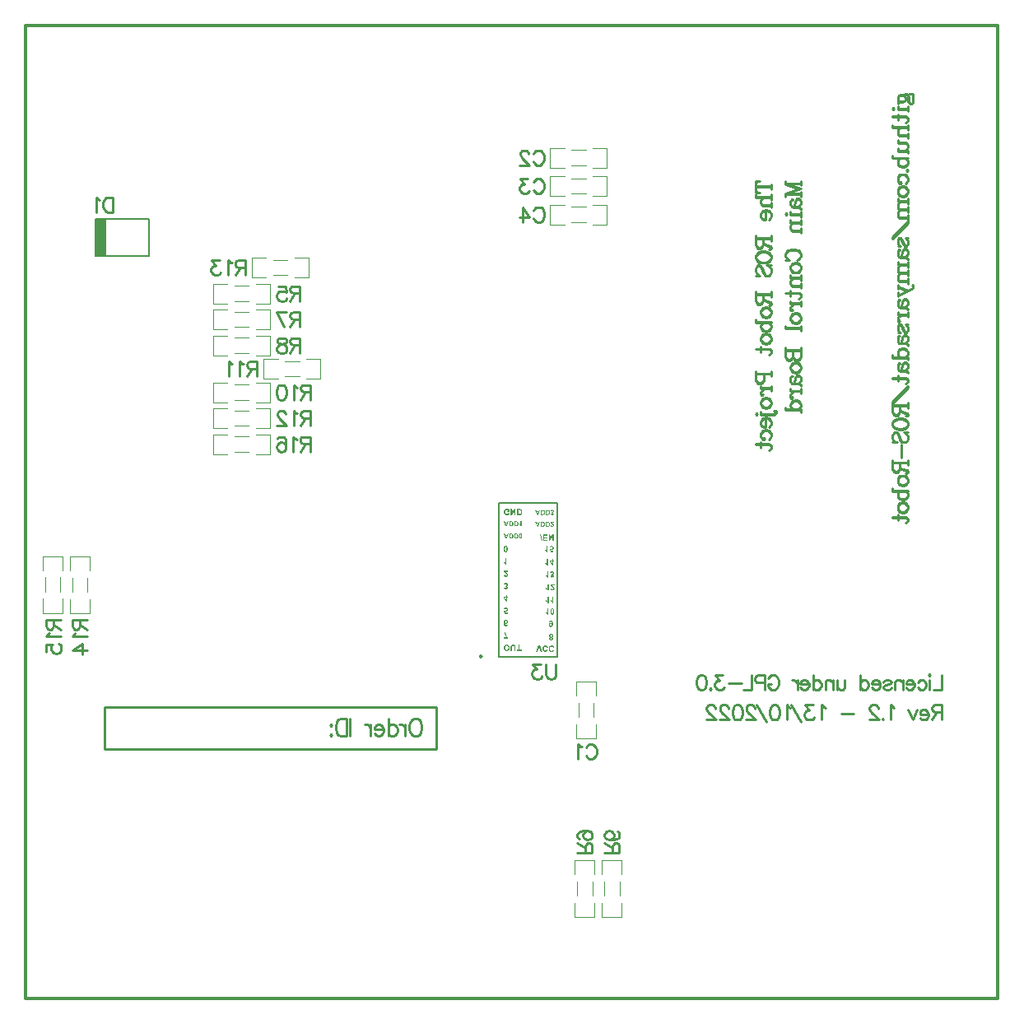
<source format=gbo>
G04*
G04 #@! TF.GenerationSoftware,Altium Limited,Altium Designer,21.6.4 (81)*
G04*
G04 Layer_Color=32896*
%FSLAX25Y25*%
%MOIN*%
G70*
G04*
G04 #@! TF.SameCoordinates,CA042318-3998-41E2-BA40-933A6302EA5A*
G04*
G04*
G04 #@! TF.FilePolarity,Positive*
G04*
G01*
G75*
%ADD10C,0.00787*%
%ADD11C,0.01000*%
%ADD12C,0.01181*%
%ADD14C,0.00276*%
%ADD64C,0.00984*%
%ADD73C,0.00500*%
%ADD74R,0.04528X0.14953*%
G36*
X16138Y-13677D02*
X16214Y-13688D01*
X16284Y-13702D01*
X16349Y-13724D01*
X16411Y-13750D01*
X16466Y-13779D01*
X16517Y-13808D01*
X16564Y-13841D01*
X16604Y-13870D01*
X16640Y-13899D01*
X16673Y-13928D01*
X16699Y-13953D01*
X16717Y-13975D01*
X16731Y-13990D01*
X16739Y-14001D01*
X16742Y-14004D01*
X16775Y-14052D01*
X16804Y-14099D01*
X16826Y-14146D01*
X16848Y-14197D01*
X16881Y-14292D01*
X16902Y-14379D01*
X16910Y-14416D01*
X16913Y-14452D01*
X16921Y-14485D01*
Y-14514D01*
X16924Y-14536D01*
Y-14550D01*
Y-14561D01*
Y-14565D01*
X16921Y-14634D01*
X16913Y-14700D01*
X16902Y-14762D01*
X16888Y-14820D01*
X16873Y-14871D01*
X16851Y-14922D01*
X16833Y-14969D01*
X16811Y-15009D01*
X16790Y-15045D01*
X16771Y-15078D01*
X16749Y-15107D01*
X16735Y-15129D01*
X16720Y-15147D01*
X16709Y-15162D01*
X16702Y-15169D01*
X16699Y-15173D01*
X16655Y-15213D01*
X16611Y-15249D01*
X16564Y-15282D01*
X16517Y-15311D01*
X16473Y-15333D01*
X16425Y-15351D01*
X16342Y-15380D01*
X16302Y-15391D01*
X16265Y-15398D01*
X16233Y-15402D01*
X16207Y-15406D01*
X16185Y-15409D01*
X16152D01*
X16091Y-15406D01*
X16029Y-15395D01*
X15974Y-15384D01*
X15923Y-15369D01*
X15883Y-15351D01*
X15850Y-15340D01*
X15829Y-15329D01*
X15825Y-15326D01*
X15821D01*
X15898Y-15755D01*
X16811D01*
Y-16207D01*
X15534D01*
X15286Y-14893D01*
X15676Y-14838D01*
X15708Y-14871D01*
X15741Y-14900D01*
X15774Y-14925D01*
X15807Y-14947D01*
X15869Y-14980D01*
X15927Y-15002D01*
X15978Y-15013D01*
X16014Y-15020D01*
X16029Y-15024D01*
X16051D01*
X16109Y-15020D01*
X16163Y-15005D01*
X16211Y-14987D01*
X16251Y-14965D01*
X16280Y-14940D01*
X16305Y-14922D01*
X16320Y-14907D01*
X16324Y-14904D01*
X16360Y-14856D01*
X16386Y-14802D01*
X16404Y-14743D01*
X16415Y-14685D01*
X16425Y-14634D01*
X16429Y-14594D01*
Y-14576D01*
Y-14565D01*
Y-14558D01*
Y-14554D01*
X16425Y-14467D01*
X16415Y-14390D01*
X16396Y-14328D01*
X16378Y-14277D01*
X16356Y-14234D01*
X16342Y-14205D01*
X16327Y-14190D01*
X16324Y-14183D01*
X16284Y-14143D01*
X16240Y-14110D01*
X16196Y-14088D01*
X16156Y-14074D01*
X16120Y-14066D01*
X16091Y-14063D01*
X16072Y-14059D01*
X16065D01*
X16018Y-14063D01*
X15970Y-14074D01*
X15931Y-14088D01*
X15898Y-14106D01*
X15869Y-14124D01*
X15847Y-14139D01*
X15832Y-14150D01*
X15829Y-14154D01*
X15796Y-14194D01*
X15767Y-14234D01*
X15745Y-14277D01*
X15730Y-14317D01*
X15719Y-14354D01*
X15712Y-14387D01*
X15708Y-14405D01*
Y-14412D01*
X15228Y-14361D01*
X15239Y-14303D01*
X15250Y-14248D01*
X15286Y-14150D01*
X15326Y-14063D01*
X15348Y-14026D01*
X15374Y-13990D01*
X15395Y-13961D01*
X15414Y-13935D01*
X15435Y-13913D01*
X15450Y-13892D01*
X15465Y-13877D01*
X15475Y-13866D01*
X15483Y-13862D01*
X15486Y-13859D01*
X15530Y-13826D01*
X15574Y-13797D01*
X15621Y-13771D01*
X15668Y-13753D01*
X15767Y-13717D01*
X15854Y-13695D01*
X15898Y-13688D01*
X15934Y-13684D01*
X15970Y-13680D01*
X16000Y-13677D01*
X16025Y-13673D01*
X16058D01*
X16138Y-13677D01*
D02*
G37*
G36*
X14496Y-16254D02*
X14103D01*
X14067Y-16170D01*
X14019Y-16094D01*
X13969Y-16021D01*
X13918Y-15963D01*
X13874Y-15915D01*
X13834Y-15879D01*
X13819Y-15864D01*
X13808Y-15854D01*
X13801Y-15850D01*
X13797Y-15846D01*
X13717Y-15788D01*
X13641Y-15737D01*
X13572Y-15697D01*
X13510Y-15668D01*
X13459Y-15646D01*
X13422Y-15628D01*
X13408Y-15624D01*
X13397Y-15621D01*
X13393Y-15617D01*
X13390D01*
Y-15180D01*
X13521Y-15231D01*
X13637Y-15286D01*
X13692Y-15315D01*
X13743Y-15348D01*
X13790Y-15377D01*
X13834Y-15406D01*
X13874Y-15435D01*
X13910Y-15460D01*
X13939Y-15482D01*
X13965Y-15504D01*
X13987Y-15522D01*
X14001Y-15533D01*
X14009Y-15540D01*
X14012Y-15544D01*
Y-13721D01*
X14496D01*
Y-16254D01*
D02*
G37*
G36*
X16917Y-11613D02*
X16448D01*
Y-9917D01*
X15407Y-11613D01*
X14916D01*
Y-9094D01*
X15385D01*
Y-10754D01*
X16408Y-9094D01*
X16917D01*
Y-11613D01*
D02*
G37*
G36*
X14482Y-9520D02*
X13077D01*
Y-10205D01*
X14340D01*
Y-10631D01*
X13077D01*
Y-11187D01*
X14435D01*
Y-11613D01*
X12568D01*
Y-9094D01*
X14482D01*
Y-9520D01*
D02*
G37*
G36*
X12313Y-11657D02*
X11949D01*
X11327Y-9051D01*
X11683D01*
X12313Y-11657D01*
D02*
G37*
G36*
X10663Y-5990D02*
X10233D01*
X9453Y-3976D01*
X9883D01*
X10049Y-4433D01*
X10858D01*
X11033Y-3976D01*
X11472D01*
X10663Y-5990D01*
D02*
G37*
G36*
X16969Y-4334D02*
X16201D01*
X16224Y-4372D01*
X16251Y-4404D01*
X16262Y-4419D01*
X16271Y-4430D01*
X16277Y-4436D01*
X16280Y-4439D01*
X16291Y-4451D01*
X16303Y-4465D01*
X16338Y-4497D01*
X16376Y-4535D01*
X16413Y-4573D01*
X16451Y-4608D01*
X16483Y-4637D01*
X16495Y-4649D01*
X16504Y-4657D01*
X16510Y-4660D01*
X16512Y-4663D01*
X16576Y-4724D01*
X16629Y-4774D01*
X16672Y-4820D01*
X16707Y-4855D01*
X16734Y-4884D01*
X16751Y-4905D01*
X16763Y-4919D01*
X16766Y-4922D01*
X16803Y-4972D01*
X16835Y-5018D01*
X16862Y-5062D01*
X16882Y-5100D01*
X16899Y-5132D01*
X16911Y-5158D01*
X16917Y-5172D01*
X16920Y-5178D01*
X16937Y-5225D01*
X16949Y-5271D01*
X16958Y-5315D01*
X16963Y-5356D01*
X16966Y-5388D01*
X16969Y-5414D01*
Y-5431D01*
Y-5437D01*
X16966Y-5481D01*
X16961Y-5525D01*
X16955Y-5565D01*
X16943Y-5603D01*
X16914Y-5670D01*
X16885Y-5728D01*
X16867Y-5754D01*
X16853Y-5775D01*
X16838Y-5795D01*
X16824Y-5810D01*
X16812Y-5821D01*
X16806Y-5833D01*
X16801Y-5836D01*
X16798Y-5839D01*
X16766Y-5868D01*
X16728Y-5894D01*
X16693Y-5914D01*
X16652Y-5932D01*
X16576Y-5961D01*
X16501Y-5981D01*
X16466Y-5987D01*
X16434Y-5993D01*
X16405Y-5996D01*
X16379Y-5999D01*
X16358Y-6002D01*
X16329D01*
X16280Y-5999D01*
X16233Y-5996D01*
X16143Y-5981D01*
X16067Y-5958D01*
X16032Y-5946D01*
X16000Y-5932D01*
X15971Y-5920D01*
X15948Y-5906D01*
X15925Y-5894D01*
X15907Y-5885D01*
X15893Y-5874D01*
X15884Y-5868D01*
X15878Y-5865D01*
X15875Y-5862D01*
X15843Y-5833D01*
X15814Y-5804D01*
X15788Y-5769D01*
X15765Y-5731D01*
X15730Y-5655D01*
X15700Y-5583D01*
X15692Y-5545D01*
X15683Y-5513D01*
X15674Y-5484D01*
X15671Y-5458D01*
X15666Y-5434D01*
Y-5420D01*
X15663Y-5408D01*
Y-5405D01*
X16047Y-5367D01*
X16053Y-5426D01*
X16064Y-5475D01*
X16076Y-5519D01*
X16091Y-5551D01*
X16102Y-5577D01*
X16114Y-5594D01*
X16123Y-5606D01*
X16125Y-5609D01*
X16154Y-5632D01*
X16186Y-5650D01*
X16218Y-5664D01*
X16251Y-5673D01*
X16277Y-5679D01*
X16300Y-5682D01*
X16320D01*
X16364Y-5679D01*
X16402Y-5670D01*
X16434Y-5658D01*
X16463Y-5647D01*
X16483Y-5635D01*
X16501Y-5623D01*
X16510Y-5615D01*
X16512Y-5612D01*
X16536Y-5583D01*
X16553Y-5551D01*
X16565Y-5519D01*
X16574Y-5487D01*
X16579Y-5458D01*
X16582Y-5431D01*
Y-5417D01*
Y-5414D01*
Y-5411D01*
X16579Y-5367D01*
X16571Y-5327D01*
X16556Y-5286D01*
X16542Y-5251D01*
X16527Y-5219D01*
X16512Y-5196D01*
X16504Y-5181D01*
X16501Y-5175D01*
X16489Y-5158D01*
X16472Y-5138D01*
X16448Y-5111D01*
X16425Y-5088D01*
X16373Y-5033D01*
X16320Y-4977D01*
X16268Y-4925D01*
X16245Y-4902D01*
X16221Y-4884D01*
X16204Y-4867D01*
X16192Y-4855D01*
X16184Y-4846D01*
X16181Y-4844D01*
X16123Y-4788D01*
X16070Y-4736D01*
X16021Y-4686D01*
X15977Y-4643D01*
X15936Y-4599D01*
X15901Y-4558D01*
X15869Y-4524D01*
X15843Y-4488D01*
X15820Y-4459D01*
X15800Y-4433D01*
X15782Y-4413D01*
X15770Y-4392D01*
X15759Y-4381D01*
X15753Y-4369D01*
X15747Y-4363D01*
Y-4360D01*
X15709Y-4294D01*
X15680Y-4224D01*
X15657Y-4160D01*
X15639Y-4101D01*
X15628Y-4049D01*
X15625Y-4029D01*
X15622Y-4011D01*
X15619Y-3997D01*
X15616Y-3985D01*
Y-3979D01*
Y-3976D01*
X16969D01*
Y-4334D01*
D02*
G37*
G36*
X14563Y-3979D02*
X14636Y-3982D01*
X14697Y-3988D01*
X14746Y-3997D01*
X14787Y-4005D01*
X14819Y-4011D01*
X14828Y-4014D01*
X14836D01*
X14839Y-4017D01*
X14842D01*
X14906Y-4040D01*
X14964Y-4067D01*
X15011Y-4093D01*
X15052Y-4119D01*
X15084Y-4142D01*
X15107Y-4160D01*
X15121Y-4171D01*
X15127Y-4177D01*
X15177Y-4233D01*
X15220Y-4291D01*
X15258Y-4352D01*
X15287Y-4407D01*
X15311Y-4459D01*
X15322Y-4480D01*
X15328Y-4497D01*
X15334Y-4515D01*
X15340Y-4526D01*
X15343Y-4532D01*
Y-4535D01*
X15363Y-4605D01*
X15380Y-4678D01*
X15392Y-4747D01*
X15398Y-4814D01*
X15401Y-4846D01*
X15404Y-4876D01*
Y-4899D01*
X15407Y-4922D01*
Y-4940D01*
Y-4951D01*
Y-4960D01*
Y-4963D01*
X15404Y-5065D01*
X15395Y-5155D01*
X15392Y-5199D01*
X15386Y-5236D01*
X15380Y-5274D01*
X15375Y-5306D01*
X15366Y-5335D01*
X15360Y-5362D01*
X15354Y-5385D01*
X15351Y-5402D01*
X15346Y-5417D01*
X15343Y-5429D01*
X15340Y-5434D01*
Y-5437D01*
X15314Y-5507D01*
X15281Y-5571D01*
X15249Y-5626D01*
X15217Y-5673D01*
X15191Y-5711D01*
X15168Y-5740D01*
X15154Y-5757D01*
X15150Y-5763D01*
X15148D01*
X15098Y-5810D01*
X15049Y-5847D01*
X14996Y-5880D01*
X14950Y-5906D01*
X14909Y-5926D01*
X14874Y-5941D01*
X14863Y-5943D01*
X14854Y-5946D01*
X14848Y-5949D01*
X14845D01*
X14790Y-5964D01*
X14729Y-5973D01*
X14665Y-5981D01*
X14604Y-5984D01*
X14548Y-5987D01*
X14525Y-5990D01*
X13722D01*
Y-3976D01*
X14484D01*
X14563Y-3979D01*
D02*
G37*
G36*
X12531D02*
X12604Y-3982D01*
X12665Y-3988D01*
X12715Y-3997D01*
X12756Y-4005D01*
X12788Y-4011D01*
X12796Y-4014D01*
X12805D01*
X12808Y-4017D01*
X12811D01*
X12875Y-4040D01*
X12933Y-4067D01*
X12980Y-4093D01*
X13020Y-4119D01*
X13052Y-4142D01*
X13076Y-4160D01*
X13090Y-4171D01*
X13096Y-4177D01*
X13146Y-4233D01*
X13189Y-4291D01*
X13227Y-4352D01*
X13256Y-4407D01*
X13279Y-4459D01*
X13291Y-4480D01*
X13297Y-4497D01*
X13303Y-4515D01*
X13308Y-4526D01*
X13311Y-4532D01*
Y-4535D01*
X13332Y-4605D01*
X13349Y-4678D01*
X13361Y-4747D01*
X13367Y-4814D01*
X13370Y-4846D01*
X13373Y-4876D01*
Y-4899D01*
X13375Y-4922D01*
Y-4940D01*
Y-4951D01*
Y-4960D01*
Y-4963D01*
X13373Y-5065D01*
X13364Y-5155D01*
X13361Y-5199D01*
X13355Y-5236D01*
X13349Y-5274D01*
X13343Y-5306D01*
X13335Y-5335D01*
X13329Y-5362D01*
X13323Y-5385D01*
X13320Y-5402D01*
X13314Y-5417D01*
X13311Y-5429D01*
X13308Y-5434D01*
Y-5437D01*
X13282Y-5507D01*
X13250Y-5571D01*
X13218Y-5626D01*
X13186Y-5673D01*
X13160Y-5711D01*
X13137Y-5740D01*
X13122Y-5757D01*
X13119Y-5763D01*
X13116D01*
X13067Y-5810D01*
X13017Y-5847D01*
X12965Y-5880D01*
X12919Y-5906D01*
X12878Y-5926D01*
X12843Y-5941D01*
X12831Y-5943D01*
X12822Y-5946D01*
X12817Y-5949D01*
X12814D01*
X12758Y-5964D01*
X12697Y-5973D01*
X12633Y-5981D01*
X12572Y-5984D01*
X12517Y-5987D01*
X12494Y-5990D01*
X11691D01*
Y-3976D01*
X12453D01*
X12531Y-3979D01*
D02*
G37*
G36*
X10663Y-1167D02*
X10233D01*
X9453Y847D01*
X9883D01*
X10049Y390D01*
X10858D01*
X11033Y847D01*
X11472D01*
X10663Y-1167D01*
D02*
G37*
G36*
X16364Y881D02*
X16416Y876D01*
X16463Y867D01*
X16510Y855D01*
X16550Y841D01*
X16591Y826D01*
X16629Y809D01*
X16661Y791D01*
X16690Y774D01*
X16719Y756D01*
X16739Y742D01*
X16760Y727D01*
X16774Y716D01*
X16786Y707D01*
X16792Y701D01*
X16795Y698D01*
X16830Y663D01*
X16859Y625D01*
X16885Y587D01*
X16908Y550D01*
X16926Y509D01*
X16943Y471D01*
X16966Y401D01*
X16972Y369D01*
X16978Y337D01*
X16984Y311D01*
X16987Y288D01*
X16990Y270D01*
Y256D01*
Y247D01*
Y244D01*
X16984Y177D01*
X16972Y119D01*
X16958Y64D01*
X16937Y20D01*
X16917Y-18D01*
X16902Y-44D01*
X16891Y-62D01*
X16885Y-67D01*
X16844Y-111D01*
X16798Y-149D01*
X16751Y-178D01*
X16707Y-201D01*
X16670Y-219D01*
X16637Y-227D01*
X16626Y-233D01*
X16617D01*
X16611Y-236D01*
X16608D01*
X16661Y-268D01*
X16704Y-300D01*
X16742Y-335D01*
X16777Y-370D01*
X16806Y-405D01*
X16830Y-440D01*
X16847Y-475D01*
X16864Y-507D01*
X16876Y-539D01*
X16885Y-568D01*
X16891Y-594D01*
X16894Y-617D01*
X16896Y-635D01*
X16899Y-649D01*
Y-658D01*
Y-661D01*
X16896Y-696D01*
X16894Y-728D01*
X16876Y-792D01*
X16856Y-850D01*
X16830Y-900D01*
X16803Y-940D01*
X16780Y-969D01*
X16771Y-981D01*
X16763Y-990D01*
X16760Y-993D01*
X16757Y-996D01*
X16725Y-1028D01*
X16687Y-1057D01*
X16652Y-1080D01*
X16614Y-1100D01*
X16574Y-1121D01*
X16536Y-1135D01*
X16463Y-1156D01*
X16431Y-1164D01*
X16399Y-1170D01*
X16373Y-1173D01*
X16346Y-1176D01*
X16326Y-1179D01*
X16300D01*
X16239Y-1176D01*
X16184Y-1170D01*
X16131Y-1158D01*
X16088Y-1147D01*
X16053Y-1135D01*
X16024Y-1124D01*
X16006Y-1118D01*
X16003Y-1115D01*
X16000D01*
X15954Y-1089D01*
X15910Y-1060D01*
X15875Y-1030D01*
X15846Y-1004D01*
X15823Y-978D01*
X15805Y-958D01*
X15794Y-946D01*
X15791Y-940D01*
X15765Y-897D01*
X15741Y-850D01*
X15724Y-801D01*
X15706Y-754D01*
X15695Y-710D01*
X15686Y-678D01*
X15683Y-664D01*
Y-655D01*
X15680Y-649D01*
Y-646D01*
X16035Y-588D01*
X16044Y-635D01*
X16056Y-675D01*
X16067Y-710D01*
X16082Y-737D01*
X16096Y-760D01*
X16108Y-777D01*
X16117Y-786D01*
X16120Y-789D01*
X16146Y-812D01*
X16175Y-830D01*
X16204Y-841D01*
X16230Y-850D01*
X16253Y-856D01*
X16271Y-859D01*
X16288D01*
X16323Y-856D01*
X16358Y-850D01*
X16384Y-838D01*
X16408Y-830D01*
X16428Y-818D01*
X16440Y-806D01*
X16448Y-801D01*
X16451Y-798D01*
X16472Y-774D01*
X16486Y-745D01*
X16498Y-719D01*
X16504Y-693D01*
X16510Y-670D01*
X16512Y-652D01*
Y-641D01*
Y-635D01*
X16510Y-591D01*
X16501Y-553D01*
X16486Y-521D01*
X16472Y-495D01*
X16454Y-472D01*
X16443Y-457D01*
X16431Y-446D01*
X16428Y-443D01*
X16393Y-419D01*
X16355Y-402D01*
X16315Y-390D01*
X16277Y-382D01*
X16242Y-379D01*
X16213Y-376D01*
X16186D01*
X16146Y-64D01*
X16184Y-73D01*
X16216Y-82D01*
X16248Y-88D01*
X16274Y-91D01*
X16294Y-94D01*
X16323D01*
X16364Y-91D01*
X16399Y-79D01*
X16431Y-67D01*
X16460Y-50D01*
X16480Y-35D01*
X16498Y-21D01*
X16510Y-9D01*
X16512Y-6D01*
X16539Y29D01*
X16559Y67D01*
X16574Y104D01*
X16585Y142D01*
X16591Y177D01*
X16594Y203D01*
Y221D01*
Y224D01*
Y227D01*
X16591Y282D01*
X16582Y331D01*
X16568Y375D01*
X16553Y410D01*
X16536Y436D01*
X16524Y457D01*
X16512Y471D01*
X16510Y474D01*
X16477Y503D01*
X16443Y526D01*
X16411Y541D01*
X16379Y553D01*
X16350Y558D01*
X16329Y561D01*
X16315Y564D01*
X16309D01*
X16268Y561D01*
X16233Y553D01*
X16201Y541D01*
X16172Y526D01*
X16152Y515D01*
X16134Y503D01*
X16123Y494D01*
X16120Y491D01*
X16093Y459D01*
X16070Y424D01*
X16056Y387D01*
X16041Y352D01*
X16032Y320D01*
X16026Y294D01*
X16024Y276D01*
Y273D01*
Y270D01*
X15651Y317D01*
X15657Y363D01*
X15668Y407D01*
X15695Y489D01*
X15727Y558D01*
X15747Y587D01*
X15765Y617D01*
X15782Y643D01*
X15800Y663D01*
X15814Y684D01*
X15829Y698D01*
X15840Y710D01*
X15849Y718D01*
X15855Y724D01*
X15858Y727D01*
X15893Y753D01*
X15930Y779D01*
X15965Y800D01*
X16006Y817D01*
X16082Y847D01*
X16152Y864D01*
X16186Y870D01*
X16216Y876D01*
X16242Y879D01*
X16265Y881D01*
X16285Y884D01*
X16312D01*
X16364Y881D01*
D02*
G37*
G36*
X14563Y843D02*
X14636Y841D01*
X14697Y835D01*
X14746Y826D01*
X14787Y817D01*
X14819Y812D01*
X14828Y809D01*
X14836D01*
X14839Y806D01*
X14842D01*
X14906Y782D01*
X14964Y756D01*
X15011Y730D01*
X15052Y704D01*
X15084Y681D01*
X15107Y663D01*
X15121Y652D01*
X15127Y646D01*
X15177Y590D01*
X15220Y532D01*
X15258Y471D01*
X15287Y416D01*
X15311Y363D01*
X15322Y343D01*
X15328Y326D01*
X15334Y308D01*
X15340Y296D01*
X15343Y291D01*
Y288D01*
X15363Y218D01*
X15380Y145D01*
X15392Y75D01*
X15398Y8D01*
X15401Y-24D01*
X15404Y-53D01*
Y-76D01*
X15407Y-99D01*
Y-117D01*
Y-128D01*
Y-137D01*
Y-140D01*
X15404Y-242D01*
X15395Y-332D01*
X15392Y-376D01*
X15386Y-414D01*
X15380Y-451D01*
X15375Y-483D01*
X15366Y-513D01*
X15360Y-539D01*
X15354Y-562D01*
X15351Y-579D01*
X15346Y-594D01*
X15343Y-606D01*
X15340Y-611D01*
Y-614D01*
X15314Y-684D01*
X15281Y-748D01*
X15249Y-804D01*
X15217Y-850D01*
X15191Y-888D01*
X15168Y-917D01*
X15154Y-934D01*
X15150Y-940D01*
X15148D01*
X15098Y-987D01*
X15049Y-1025D01*
X14996Y-1057D01*
X14950Y-1083D01*
X14909Y-1103D01*
X14874Y-1118D01*
X14863Y-1121D01*
X14854Y-1124D01*
X14848Y-1127D01*
X14845D01*
X14790Y-1141D01*
X14729Y-1150D01*
X14665Y-1158D01*
X14604Y-1161D01*
X14548Y-1164D01*
X14525Y-1167D01*
X13722D01*
Y847D01*
X14484D01*
X14563Y843D01*
D02*
G37*
G36*
X12531D02*
X12604Y841D01*
X12665Y835D01*
X12715Y826D01*
X12756Y817D01*
X12788Y812D01*
X12796Y809D01*
X12805D01*
X12808Y806D01*
X12811D01*
X12875Y782D01*
X12933Y756D01*
X12980Y730D01*
X13020Y704D01*
X13052Y681D01*
X13076Y663D01*
X13090Y652D01*
X13096Y646D01*
X13146Y590D01*
X13189Y532D01*
X13227Y471D01*
X13256Y416D01*
X13279Y363D01*
X13291Y343D01*
X13297Y326D01*
X13303Y308D01*
X13308Y296D01*
X13311Y291D01*
Y288D01*
X13332Y218D01*
X13349Y145D01*
X13361Y75D01*
X13367Y8D01*
X13370Y-24D01*
X13373Y-53D01*
Y-76D01*
X13375Y-99D01*
Y-117D01*
Y-128D01*
Y-137D01*
Y-140D01*
X13373Y-242D01*
X13364Y-332D01*
X13361Y-376D01*
X13355Y-414D01*
X13349Y-451D01*
X13343Y-483D01*
X13335Y-513D01*
X13329Y-539D01*
X13323Y-562D01*
X13320Y-579D01*
X13314Y-594D01*
X13311Y-606D01*
X13308Y-611D01*
Y-614D01*
X13282Y-684D01*
X13250Y-748D01*
X13218Y-804D01*
X13186Y-850D01*
X13160Y-888D01*
X13137Y-917D01*
X13122Y-934D01*
X13119Y-940D01*
X13116D01*
X13067Y-987D01*
X13017Y-1025D01*
X12965Y-1057D01*
X12919Y-1083D01*
X12878Y-1103D01*
X12843Y-1118D01*
X12831Y-1121D01*
X12822Y-1124D01*
X12817Y-1127D01*
X12814D01*
X12758Y-1141D01*
X12697Y-1150D01*
X12633Y-1158D01*
X12572Y-1161D01*
X12517Y-1164D01*
X12494Y-1167D01*
X11691D01*
Y847D01*
X12453D01*
X12531Y843D01*
D02*
G37*
G36*
X14595Y-21569D02*
X14202D01*
X14165Y-21485D01*
X14118Y-21409D01*
X14067Y-21336D01*
X14016Y-21278D01*
X13972Y-21230D01*
X13932Y-21194D01*
X13918Y-21179D01*
X13907Y-21169D01*
X13900Y-21165D01*
X13896Y-21161D01*
X13816Y-21103D01*
X13739Y-21052D01*
X13670Y-21012D01*
X13608Y-20983D01*
X13557Y-20961D01*
X13521Y-20943D01*
X13506Y-20939D01*
X13496Y-20935D01*
X13492Y-20932D01*
X13488D01*
Y-20495D01*
X13619Y-20546D01*
X13736Y-20601D01*
X13790Y-20630D01*
X13841Y-20662D01*
X13889Y-20692D01*
X13932Y-20721D01*
X13972Y-20750D01*
X14009Y-20775D01*
X14038Y-20797D01*
X14063Y-20819D01*
X14085Y-20837D01*
X14100Y-20848D01*
X14107Y-20855D01*
X14111Y-20859D01*
Y-19035D01*
X14595D01*
Y-21569D01*
D02*
G37*
G36*
X16735Y-19541D02*
X17048D01*
Y-19964D01*
X16735D01*
Y-21565D01*
X16327D01*
X15235Y-19960D01*
Y-19541D01*
X16269D01*
Y-19035D01*
X16735D01*
Y-19541D01*
D02*
G37*
G36*
X16291Y-23913D02*
X16357Y-23920D01*
X16415Y-23931D01*
X16473Y-23946D01*
X16524Y-23964D01*
X16575Y-23982D01*
X16622Y-24004D01*
X16662Y-24026D01*
X16699Y-24048D01*
X16735Y-24069D01*
X16761Y-24088D01*
X16786Y-24106D01*
X16804Y-24121D01*
X16819Y-24131D01*
X16826Y-24139D01*
X16830Y-24142D01*
X16873Y-24186D01*
X16910Y-24233D01*
X16943Y-24281D01*
X16972Y-24328D01*
X16994Y-24379D01*
X17016Y-24426D01*
X17045Y-24514D01*
X17052Y-24554D01*
X17059Y-24594D01*
X17066Y-24626D01*
X17070Y-24656D01*
X17074Y-24677D01*
Y-24696D01*
Y-24706D01*
Y-24710D01*
X17066Y-24794D01*
X17052Y-24867D01*
X17034Y-24936D01*
X17008Y-24991D01*
X16983Y-25038D01*
X16964Y-25071D01*
X16950Y-25092D01*
X16943Y-25100D01*
X16892Y-25154D01*
X16834Y-25202D01*
X16775Y-25238D01*
X16721Y-25267D01*
X16673Y-25289D01*
X16633Y-25300D01*
X16619Y-25307D01*
X16608D01*
X16601Y-25311D01*
X16597D01*
X16662Y-25351D01*
X16717Y-25391D01*
X16764Y-25434D01*
X16808Y-25478D01*
X16844Y-25522D01*
X16873Y-25566D01*
X16895Y-25609D01*
X16917Y-25649D01*
X16932Y-25689D01*
X16943Y-25726D01*
X16950Y-25758D01*
X16954Y-25788D01*
X16957Y-25809D01*
X16961Y-25828D01*
Y-25839D01*
Y-25842D01*
X16957Y-25886D01*
X16954Y-25926D01*
X16932Y-26006D01*
X16906Y-26079D01*
X16873Y-26141D01*
X16841Y-26192D01*
X16812Y-26228D01*
X16801Y-26243D01*
X16790Y-26254D01*
X16786Y-26257D01*
X16782Y-26261D01*
X16743Y-26301D01*
X16695Y-26337D01*
X16651Y-26366D01*
X16604Y-26392D01*
X16553Y-26417D01*
X16506Y-26436D01*
X16415Y-26461D01*
X16375Y-26472D01*
X16335Y-26479D01*
X16302Y-26483D01*
X16269Y-26487D01*
X16244Y-26490D01*
X16211D01*
X16135Y-26487D01*
X16066Y-26479D01*
X16000Y-26465D01*
X15945Y-26450D01*
X15902Y-26436D01*
X15865Y-26421D01*
X15843Y-26414D01*
X15840Y-26410D01*
X15836D01*
X15778Y-26377D01*
X15723Y-26341D01*
X15680Y-26305D01*
X15643Y-26272D01*
X15614Y-26239D01*
X15592Y-26213D01*
X15578Y-26199D01*
X15574Y-26192D01*
X15541Y-26137D01*
X15512Y-26079D01*
X15490Y-26017D01*
X15469Y-25959D01*
X15454Y-25904D01*
X15443Y-25864D01*
X15439Y-25846D01*
Y-25835D01*
X15436Y-25828D01*
Y-25824D01*
X15880Y-25751D01*
X15891Y-25809D01*
X15905Y-25860D01*
X15920Y-25904D01*
X15938Y-25937D01*
X15956Y-25966D01*
X15971Y-25988D01*
X15982Y-25999D01*
X15985Y-26002D01*
X16018Y-26032D01*
X16055Y-26053D01*
X16091Y-26068D01*
X16124Y-26079D01*
X16153Y-26086D01*
X16175Y-26090D01*
X16196D01*
X16240Y-26086D01*
X16284Y-26079D01*
X16317Y-26064D01*
X16346Y-26053D01*
X16371Y-26039D01*
X16386Y-26024D01*
X16397Y-26017D01*
X16400Y-26013D01*
X16426Y-25984D01*
X16444Y-25948D01*
X16459Y-25915D01*
X16466Y-25882D01*
X16473Y-25853D01*
X16477Y-25831D01*
Y-25817D01*
Y-25809D01*
X16473Y-25755D01*
X16462Y-25708D01*
X16444Y-25668D01*
X16426Y-25635D01*
X16404Y-25606D01*
X16389Y-25587D01*
X16375Y-25573D01*
X16371Y-25569D01*
X16328Y-25540D01*
X16280Y-25518D01*
X16229Y-25504D01*
X16182Y-25493D01*
X16138Y-25489D01*
X16102Y-25486D01*
X16069D01*
X16018Y-25096D01*
X16066Y-25107D01*
X16105Y-25118D01*
X16146Y-25125D01*
X16178Y-25129D01*
X16204Y-25132D01*
X16240D01*
X16291Y-25129D01*
X16335Y-25114D01*
X16375Y-25100D01*
X16411Y-25078D01*
X16437Y-25060D01*
X16459Y-25041D01*
X16473Y-25027D01*
X16477Y-25023D01*
X16510Y-24980D01*
X16535Y-24932D01*
X16553Y-24885D01*
X16568Y-24838D01*
X16575Y-24794D01*
X16579Y-24761D01*
Y-24739D01*
Y-24736D01*
Y-24732D01*
X16575Y-24663D01*
X16564Y-24601D01*
X16546Y-24546D01*
X16528Y-24503D01*
X16506Y-24470D01*
X16491Y-24444D01*
X16477Y-24426D01*
X16473Y-24423D01*
X16433Y-24386D01*
X16389Y-24357D01*
X16349Y-24339D01*
X16309Y-24324D01*
X16273Y-24317D01*
X16248Y-24313D01*
X16229Y-24310D01*
X16222D01*
X16171Y-24313D01*
X16127Y-24324D01*
X16087Y-24339D01*
X16051Y-24357D01*
X16025Y-24372D01*
X16004Y-24386D01*
X15989Y-24397D01*
X15985Y-24401D01*
X15953Y-24441D01*
X15924Y-24485D01*
X15905Y-24532D01*
X15887Y-24576D01*
X15876Y-24615D01*
X15869Y-24648D01*
X15865Y-24670D01*
Y-24674D01*
Y-24677D01*
X15399Y-24619D01*
X15407Y-24561D01*
X15421Y-24506D01*
X15454Y-24404D01*
X15494Y-24317D01*
X15519Y-24281D01*
X15541Y-24244D01*
X15563Y-24212D01*
X15585Y-24186D01*
X15603Y-24160D01*
X15621Y-24142D01*
X15636Y-24128D01*
X15647Y-24117D01*
X15654Y-24110D01*
X15658Y-24106D01*
X15701Y-24073D01*
X15749Y-24040D01*
X15792Y-24015D01*
X15843Y-23993D01*
X15938Y-23957D01*
X16025Y-23935D01*
X16069Y-23928D01*
X16105Y-23920D01*
X16138Y-23917D01*
X16167Y-23913D01*
X16193Y-23909D01*
X16226D01*
X16291Y-23913D01*
D02*
G37*
G36*
X14693Y-26490D02*
X14300D01*
X14264Y-26406D01*
X14216Y-26330D01*
X14165Y-26257D01*
X14114Y-26199D01*
X14071Y-26152D01*
X14031Y-26115D01*
X14016Y-26101D01*
X14005Y-26090D01*
X13998Y-26086D01*
X13994Y-26083D01*
X13914Y-26024D01*
X13838Y-25973D01*
X13769Y-25933D01*
X13707Y-25904D01*
X13656Y-25882D01*
X13619Y-25864D01*
X13605Y-25860D01*
X13594Y-25857D01*
X13590Y-25853D01*
X13587D01*
Y-25416D01*
X13718Y-25467D01*
X13834Y-25522D01*
X13889Y-25551D01*
X13940Y-25584D01*
X13987Y-25613D01*
X14031Y-25642D01*
X14071Y-25671D01*
X14107Y-25697D01*
X14136Y-25719D01*
X14162Y-25740D01*
X14184Y-25758D01*
X14198Y-25769D01*
X14205Y-25777D01*
X14209Y-25780D01*
Y-23957D01*
X14693D01*
Y-26490D01*
D02*
G37*
G36*
X14890Y-31805D02*
X14497D01*
X14460Y-31721D01*
X14413Y-31645D01*
X14362Y-31572D01*
X14311Y-31514D01*
X14268Y-31467D01*
X14228Y-31430D01*
X14213Y-31416D01*
X14202Y-31405D01*
X14195Y-31401D01*
X14191Y-31397D01*
X14111Y-31339D01*
X14035Y-31288D01*
X13965Y-31248D01*
X13904Y-31219D01*
X13853Y-31197D01*
X13816Y-31179D01*
X13802Y-31175D01*
X13791Y-31172D01*
X13787Y-31168D01*
X13783D01*
Y-30731D01*
X13915Y-30782D01*
X14031Y-30837D01*
X14086Y-30866D01*
X14137Y-30899D01*
X14184Y-30928D01*
X14228Y-30957D01*
X14268Y-30986D01*
X14304Y-31012D01*
X14333Y-31033D01*
X14359Y-31055D01*
X14380Y-31073D01*
X14395Y-31084D01*
X14402Y-31092D01*
X14406Y-31095D01*
Y-29272D01*
X14890D01*
Y-31805D01*
D02*
G37*
G36*
X17245Y-29719D02*
X16284D01*
X16313Y-29767D01*
X16346Y-29807D01*
X16361Y-29825D01*
X16372Y-29840D01*
X16379Y-29847D01*
X16382Y-29850D01*
X16397Y-29865D01*
X16411Y-29883D01*
X16455Y-29923D01*
X16502Y-29970D01*
X16550Y-30018D01*
X16597Y-30062D01*
X16637Y-30098D01*
X16652Y-30112D01*
X16663Y-30123D01*
X16670Y-30127D01*
X16674Y-30131D01*
X16754Y-30207D01*
X16819Y-30269D01*
X16874Y-30327D01*
X16917Y-30371D01*
X16950Y-30407D01*
X16972Y-30433D01*
X16987Y-30451D01*
X16990Y-30455D01*
X17038Y-30516D01*
X17078Y-30575D01*
X17110Y-30629D01*
X17136Y-30677D01*
X17158Y-30717D01*
X17172Y-30749D01*
X17180Y-30768D01*
X17183Y-30775D01*
X17205Y-30833D01*
X17220Y-30891D01*
X17231Y-30946D01*
X17238Y-30997D01*
X17242Y-31037D01*
X17245Y-31070D01*
Y-31092D01*
Y-31099D01*
X17242Y-31154D01*
X17234Y-31208D01*
X17227Y-31259D01*
X17212Y-31306D01*
X17176Y-31390D01*
X17140Y-31463D01*
X17118Y-31496D01*
X17099Y-31521D01*
X17081Y-31547D01*
X17063Y-31565D01*
X17049Y-31579D01*
X17041Y-31594D01*
X17034Y-31598D01*
X17030Y-31601D01*
X16990Y-31638D01*
X16943Y-31670D01*
X16899Y-31696D01*
X16848Y-31718D01*
X16754Y-31754D01*
X16659Y-31780D01*
X16615Y-31787D01*
X16575Y-31794D01*
X16539Y-31798D01*
X16506Y-31801D01*
X16481Y-31805D01*
X16444D01*
X16382Y-31801D01*
X16324Y-31798D01*
X16211Y-31780D01*
X16117Y-31751D01*
X16073Y-31736D01*
X16033Y-31718D01*
X15997Y-31703D01*
X15968Y-31685D01*
X15938Y-31670D01*
X15916Y-31659D01*
X15898Y-31645D01*
X15887Y-31638D01*
X15880Y-31634D01*
X15877Y-31630D01*
X15836Y-31594D01*
X15800Y-31558D01*
X15767Y-31514D01*
X15738Y-31467D01*
X15695Y-31372D01*
X15658Y-31281D01*
X15647Y-31234D01*
X15636Y-31194D01*
X15625Y-31157D01*
X15622Y-31124D01*
X15614Y-31095D01*
Y-31077D01*
X15611Y-31062D01*
Y-31059D01*
X16091Y-31012D01*
X16098Y-31084D01*
X16113Y-31146D01*
X16128Y-31201D01*
X16146Y-31241D01*
X16160Y-31274D01*
X16175Y-31295D01*
X16186Y-31310D01*
X16190Y-31314D01*
X16226Y-31343D01*
X16266Y-31365D01*
X16306Y-31383D01*
X16346Y-31394D01*
X16379Y-31401D01*
X16408Y-31405D01*
X16433D01*
X16488Y-31401D01*
X16535Y-31390D01*
X16575Y-31376D01*
X16612Y-31361D01*
X16637Y-31346D01*
X16659Y-31332D01*
X16670Y-31321D01*
X16674Y-31317D01*
X16703Y-31281D01*
X16725Y-31241D01*
X16739Y-31201D01*
X16750Y-31161D01*
X16757Y-31124D01*
X16761Y-31092D01*
Y-31073D01*
Y-31070D01*
Y-31066D01*
X16757Y-31012D01*
X16746Y-30961D01*
X16728Y-30910D01*
X16710Y-30866D01*
X16692Y-30826D01*
X16674Y-30797D01*
X16663Y-30779D01*
X16659Y-30771D01*
X16645Y-30749D01*
X16623Y-30724D01*
X16593Y-30691D01*
X16564Y-30662D01*
X16499Y-30593D01*
X16433Y-30524D01*
X16368Y-30458D01*
X16339Y-30429D01*
X16310Y-30407D01*
X16288Y-30386D01*
X16273Y-30371D01*
X16262Y-30360D01*
X16259Y-30356D01*
X16186Y-30287D01*
X16120Y-30222D01*
X16059Y-30160D01*
X16004Y-30105D01*
X15953Y-30051D01*
X15909Y-30000D01*
X15869Y-29956D01*
X15836Y-29912D01*
X15807Y-29876D01*
X15782Y-29843D01*
X15760Y-29818D01*
X15745Y-29792D01*
X15731Y-29778D01*
X15724Y-29763D01*
X15716Y-29756D01*
Y-29752D01*
X15669Y-29668D01*
X15633Y-29581D01*
X15604Y-29501D01*
X15582Y-29428D01*
X15567Y-29363D01*
X15563Y-29337D01*
X15560Y-29315D01*
X15556Y-29297D01*
X15552Y-29283D01*
Y-29275D01*
Y-29272D01*
X17245D01*
Y-29719D01*
D02*
G37*
G36*
X16848Y-36825D02*
X16455D01*
X16419Y-36741D01*
X16372Y-36665D01*
X16320Y-36592D01*
X16270Y-36534D01*
X16226Y-36486D01*
X16186Y-36450D01*
X16171Y-36435D01*
X16160Y-36424D01*
X16153Y-36421D01*
X16150Y-36417D01*
X16069Y-36359D01*
X15993Y-36308D01*
X15924Y-36268D01*
X15862Y-36239D01*
X15811Y-36217D01*
X15775Y-36199D01*
X15760Y-36195D01*
X15749Y-36191D01*
X15745Y-36188D01*
X15742D01*
Y-35751D01*
X15873Y-35802D01*
X15989Y-35857D01*
X16044Y-35886D01*
X16095Y-35918D01*
X16142Y-35947D01*
X16186Y-35977D01*
X16226Y-36006D01*
X16262Y-36031D01*
X16291Y-36053D01*
X16317Y-36075D01*
X16339Y-36093D01*
X16353Y-36104D01*
X16361Y-36111D01*
X16364Y-36115D01*
Y-34291D01*
X16848D01*
Y-36825D01*
D02*
G37*
G36*
X14890D02*
X14497D01*
X14460Y-36741D01*
X14413Y-36665D01*
X14362Y-36592D01*
X14311Y-36534D01*
X14268Y-36486D01*
X14228Y-36450D01*
X14213Y-36435D01*
X14202Y-36424D01*
X14195Y-36421D01*
X14191Y-36417D01*
X14111Y-36359D01*
X14035Y-36308D01*
X13965Y-36268D01*
X13904Y-36239D01*
X13853Y-36217D01*
X13816Y-36199D01*
X13802Y-36195D01*
X13791Y-36191D01*
X13787Y-36188D01*
X13783D01*
Y-35751D01*
X13915Y-35802D01*
X14031Y-35857D01*
X14086Y-35886D01*
X14137Y-35918D01*
X14184Y-35947D01*
X14228Y-35977D01*
X14268Y-36006D01*
X14304Y-36031D01*
X14333Y-36053D01*
X14359Y-36075D01*
X14380Y-36093D01*
X14395Y-36104D01*
X14402Y-36111D01*
X14406Y-36115D01*
Y-34291D01*
X14890D01*
Y-36825D01*
D02*
G37*
G36*
X14792Y-41549D02*
X14399D01*
X14362Y-41465D01*
X14315Y-41389D01*
X14264Y-41316D01*
X14213Y-41258D01*
X14169Y-41211D01*
X14129Y-41174D01*
X14115Y-41160D01*
X14104Y-41149D01*
X14096Y-41145D01*
X14093Y-41142D01*
X14013Y-41083D01*
X13936Y-41032D01*
X13867Y-40992D01*
X13805Y-40963D01*
X13754Y-40941D01*
X13718Y-40923D01*
X13703Y-40920D01*
X13692Y-40916D01*
X13689Y-40912D01*
X13685D01*
Y-40475D01*
X13816Y-40526D01*
X13933Y-40581D01*
X13987Y-40610D01*
X14038Y-40643D01*
X14085Y-40672D01*
X14129Y-40701D01*
X14169Y-40730D01*
X14206Y-40756D01*
X14235Y-40778D01*
X14260Y-40799D01*
X14282Y-40817D01*
X14297Y-40828D01*
X14304Y-40836D01*
X14308Y-40839D01*
Y-39016D01*
X14792D01*
Y-41549D01*
D02*
G37*
G36*
X16397Y-38972D02*
X16459Y-38979D01*
X16521Y-38994D01*
X16575Y-39009D01*
X16626Y-39027D01*
X16673Y-39048D01*
X16714Y-39074D01*
X16754Y-39099D01*
X16786Y-39121D01*
X16819Y-39147D01*
X16845Y-39169D01*
X16866Y-39187D01*
X16881Y-39201D01*
X16892Y-39216D01*
X16899Y-39223D01*
X16903Y-39227D01*
X16947Y-39289D01*
X16983Y-39362D01*
X17019Y-39438D01*
X17045Y-39522D01*
X17070Y-39605D01*
X17088Y-39689D01*
X17107Y-39777D01*
X17121Y-39860D01*
X17129Y-39940D01*
X17136Y-40013D01*
X17143Y-40082D01*
X17147Y-40141D01*
X17150Y-40188D01*
Y-40224D01*
Y-40239D01*
Y-40250D01*
Y-40253D01*
Y-40257D01*
X17147Y-40388D01*
X17139Y-40508D01*
X17129Y-40617D01*
X17110Y-40719D01*
X17092Y-40814D01*
X17074Y-40898D01*
X17048Y-40974D01*
X17027Y-41040D01*
X17005Y-41102D01*
X16983Y-41149D01*
X16961Y-41192D01*
X16943Y-41229D01*
X16925Y-41254D01*
X16914Y-41273D01*
X16906Y-41284D01*
X16903Y-41287D01*
X16863Y-41334D01*
X16819Y-41374D01*
X16772Y-41407D01*
X16724Y-41440D01*
X16677Y-41465D01*
X16630Y-41484D01*
X16586Y-41502D01*
X16539Y-41516D01*
X16495Y-41527D01*
X16459Y-41535D01*
X16422Y-41542D01*
X16393Y-41546D01*
X16368Y-41549D01*
X16331D01*
X16266Y-41546D01*
X16204Y-41538D01*
X16142Y-41524D01*
X16087Y-41509D01*
X16037Y-41487D01*
X15989Y-41465D01*
X15949Y-41444D01*
X15909Y-41418D01*
X15876Y-41393D01*
X15844Y-41371D01*
X15818Y-41349D01*
X15800Y-41327D01*
X15782Y-41313D01*
X15771Y-41298D01*
X15764Y-41291D01*
X15760Y-41287D01*
X15716Y-41225D01*
X15680Y-41152D01*
X15647Y-41076D01*
X15618Y-40996D01*
X15596Y-40912D01*
X15574Y-40825D01*
X15560Y-40741D01*
X15545Y-40657D01*
X15538Y-40577D01*
X15530Y-40505D01*
X15523Y-40435D01*
X15520Y-40377D01*
X15516Y-40330D01*
Y-40293D01*
Y-40279D01*
Y-40268D01*
Y-40264D01*
Y-40261D01*
X15520Y-40130D01*
X15527Y-40009D01*
X15538Y-39897D01*
X15552Y-39795D01*
X15567Y-39704D01*
X15585Y-39620D01*
X15607Y-39547D01*
X15629Y-39482D01*
X15647Y-39427D01*
X15669Y-39376D01*
X15687Y-39336D01*
X15705Y-39303D01*
X15716Y-39281D01*
X15727Y-39263D01*
X15734Y-39252D01*
X15738Y-39249D01*
X15782Y-39198D01*
X15829Y-39158D01*
X15876Y-39118D01*
X15927Y-39088D01*
X15975Y-39059D01*
X16026Y-39038D01*
X16073Y-39019D01*
X16120Y-39005D01*
X16164Y-38990D01*
X16204Y-38983D01*
X16240Y-38976D01*
X16269Y-38972D01*
X16295D01*
X16317Y-38968D01*
X16331D01*
X16397Y-38972D01*
D02*
G37*
G36*
X15802Y-43992D02*
X15871Y-44003D01*
X15936Y-44017D01*
X16002Y-44035D01*
X16060Y-44061D01*
X16115Y-44086D01*
X16166Y-44112D01*
X16209Y-44141D01*
X16250Y-44170D01*
X16286Y-44196D01*
X16315Y-44225D01*
X16341Y-44247D01*
X16362Y-44265D01*
X16377Y-44279D01*
X16384Y-44290D01*
X16388Y-44294D01*
X16435Y-44356D01*
X16472Y-44425D01*
X16508Y-44501D01*
X16537Y-44578D01*
X16563Y-44662D01*
X16584Y-44745D01*
X16599Y-44825D01*
X16613Y-44909D01*
X16624Y-44985D01*
X16632Y-45055D01*
X16639Y-45120D01*
X16643Y-45178D01*
X16646Y-45226D01*
Y-45262D01*
Y-45273D01*
Y-45284D01*
Y-45288D01*
Y-45291D01*
X16643Y-45415D01*
X16635Y-45528D01*
X16624Y-45633D01*
X16606Y-45732D01*
X16588Y-45819D01*
X16570Y-45899D01*
X16544Y-45972D01*
X16522Y-46037D01*
X16501Y-46092D01*
X16479Y-46139D01*
X16457Y-46179D01*
X16439Y-46212D01*
X16421Y-46238D01*
X16410Y-46256D01*
X16402Y-46267D01*
X16399Y-46270D01*
X16351Y-46321D01*
X16300Y-46369D01*
X16250Y-46409D01*
X16198Y-46442D01*
X16144Y-46471D01*
X16093Y-46496D01*
X16042Y-46514D01*
X15991Y-46532D01*
X15947Y-46543D01*
X15904Y-46554D01*
X15867Y-46562D01*
X15834Y-46565D01*
X15805D01*
X15787Y-46569D01*
X15769D01*
X15703Y-46565D01*
X15645Y-46558D01*
X15587Y-46547D01*
X15532Y-46532D01*
X15482Y-46514D01*
X15434Y-46492D01*
X15387Y-46474D01*
X15350Y-46452D01*
X15314Y-46427D01*
X15281Y-46409D01*
X15256Y-46387D01*
X15230Y-46369D01*
X15212Y-46354D01*
X15201Y-46343D01*
X15194Y-46336D01*
X15190Y-46332D01*
X15150Y-46285D01*
X15117Y-46238D01*
X15085Y-46187D01*
X15059Y-46136D01*
X15037Y-46085D01*
X15019Y-46030D01*
X14994Y-45932D01*
X14983Y-45888D01*
X14976Y-45845D01*
X14972Y-45808D01*
X14968Y-45775D01*
X14965Y-45746D01*
Y-45728D01*
Y-45713D01*
Y-45710D01*
X14968Y-45644D01*
X14976Y-45579D01*
X14983Y-45517D01*
X14997Y-45462D01*
X15015Y-45408D01*
X15034Y-45360D01*
X15052Y-45313D01*
X15074Y-45273D01*
X15092Y-45237D01*
X15110Y-45204D01*
X15128Y-45178D01*
X15147Y-45153D01*
X15161Y-45138D01*
X15168Y-45124D01*
X15176Y-45116D01*
X15179Y-45113D01*
X15219Y-45073D01*
X15263Y-45036D01*
X15307Y-45007D01*
X15350Y-44982D01*
X15394Y-44960D01*
X15434Y-44938D01*
X15514Y-44913D01*
X15583Y-44894D01*
X15612Y-44891D01*
X15638Y-44887D01*
X15660Y-44884D01*
X15689D01*
X15740Y-44887D01*
X15787Y-44894D01*
X15831Y-44902D01*
X15875Y-44916D01*
X15955Y-44949D01*
X16020Y-44989D01*
X16071Y-45029D01*
X16093Y-45047D01*
X16111Y-45062D01*
X16126Y-45077D01*
X16137Y-45087D01*
X16140Y-45091D01*
X16144Y-45095D01*
X16137Y-45018D01*
X16129Y-44945D01*
X16122Y-44880D01*
X16111Y-44822D01*
X16100Y-44771D01*
X16089Y-44723D01*
X16078Y-44683D01*
X16068Y-44647D01*
X16053Y-44614D01*
X16046Y-44589D01*
X16035Y-44567D01*
X16027Y-44552D01*
X16020Y-44538D01*
X16013Y-44530D01*
X16009Y-44523D01*
X15969Y-44480D01*
X15925Y-44447D01*
X15886Y-44421D01*
X15845Y-44407D01*
X15809Y-44396D01*
X15784Y-44392D01*
X15765Y-44388D01*
X15758D01*
X15718Y-44392D01*
X15678Y-44399D01*
X15649Y-44410D01*
X15620Y-44421D01*
X15598Y-44432D01*
X15583Y-44443D01*
X15573Y-44450D01*
X15569Y-44454D01*
X15543Y-44483D01*
X15525Y-44516D01*
X15511Y-44552D01*
X15500Y-44589D01*
X15489Y-44618D01*
X15485Y-44643D01*
X15482Y-44662D01*
Y-44669D01*
X15015Y-44614D01*
X15026Y-44556D01*
X15041Y-44505D01*
X15056Y-44454D01*
X15074Y-44410D01*
X15092Y-44367D01*
X15110Y-44327D01*
X15132Y-44294D01*
X15150Y-44261D01*
X15172Y-44236D01*
X15187Y-44210D01*
X15205Y-44192D01*
X15219Y-44174D01*
X15230Y-44163D01*
X15241Y-44152D01*
X15245Y-44148D01*
X15248Y-44145D01*
X15285Y-44115D01*
X15321Y-44094D01*
X15401Y-44054D01*
X15478Y-44028D01*
X15554Y-44006D01*
X15623Y-43995D01*
X15653Y-43992D01*
X15678D01*
X15696Y-43988D01*
X15725D01*
X15802Y-43992D01*
D02*
G37*
G36*
X15973Y-49307D02*
X16035Y-49314D01*
X16097Y-49325D01*
X16155Y-49336D01*
X16206Y-49354D01*
X16253Y-49372D01*
X16301Y-49390D01*
X16341Y-49412D01*
X16377Y-49434D01*
X16406Y-49452D01*
X16435Y-49470D01*
X16457Y-49489D01*
X16475Y-49500D01*
X16486Y-49511D01*
X16493Y-49518D01*
X16497Y-49521D01*
X16537Y-49565D01*
X16570Y-49609D01*
X16603Y-49656D01*
X16628Y-49703D01*
X16650Y-49751D01*
X16668Y-49798D01*
X16694Y-49889D01*
X16705Y-49929D01*
X16712Y-49966D01*
X16715Y-50002D01*
X16719Y-50031D01*
X16723Y-50056D01*
Y-50075D01*
Y-50086D01*
Y-50089D01*
X16719Y-50166D01*
X16705Y-50235D01*
X16690Y-50300D01*
X16668Y-50355D01*
X16650Y-50399D01*
X16632Y-50432D01*
X16617Y-50453D01*
X16614Y-50461D01*
X16570Y-50519D01*
X16519Y-50570D01*
X16464Y-50613D01*
X16413Y-50646D01*
X16366Y-50675D01*
X16330Y-50697D01*
X16315Y-50704D01*
X16304Y-50708D01*
X16297Y-50712D01*
X16293D01*
X16352Y-50741D01*
X16402Y-50774D01*
X16446Y-50806D01*
X16483Y-50843D01*
X16512Y-50872D01*
X16530Y-50897D01*
X16544Y-50912D01*
X16548Y-50919D01*
X16581Y-50974D01*
X16603Y-51028D01*
X16621Y-51079D01*
X16632Y-51127D01*
X16639Y-51170D01*
X16643Y-51203D01*
Y-51225D01*
Y-51229D01*
Y-51232D01*
X16639Y-51283D01*
X16635Y-51334D01*
X16610Y-51425D01*
X16581Y-51502D01*
X16544Y-51571D01*
X16504Y-51625D01*
X16490Y-51647D01*
X16475Y-51665D01*
X16461Y-51680D01*
X16450Y-51691D01*
X16446Y-51695D01*
X16443Y-51698D01*
X16402Y-51731D01*
X16363Y-51760D01*
X16315Y-51786D01*
X16272Y-51807D01*
X16177Y-51840D01*
X16086Y-51862D01*
X16046Y-51869D01*
X16006Y-51873D01*
X15973Y-51876D01*
X15940Y-51880D01*
X15918Y-51884D01*
X15882D01*
X15816Y-51880D01*
X15755Y-51876D01*
X15696Y-51866D01*
X15642Y-51855D01*
X15591Y-51840D01*
X15543Y-51826D01*
X15503Y-51807D01*
X15467Y-51793D01*
X15431Y-51775D01*
X15402Y-51756D01*
X15380Y-51742D01*
X15358Y-51727D01*
X15343Y-51716D01*
X15332Y-51705D01*
X15325Y-51702D01*
X15321Y-51698D01*
X15289Y-51662D01*
X15256Y-51625D01*
X15230Y-51585D01*
X15209Y-51549D01*
X15172Y-51469D01*
X15150Y-51396D01*
X15136Y-51331D01*
X15132Y-51301D01*
X15128Y-51280D01*
X15125Y-51258D01*
Y-51243D01*
Y-51236D01*
Y-51232D01*
X15128Y-51170D01*
X15139Y-51116D01*
X15150Y-51061D01*
X15168Y-51017D01*
X15183Y-50977D01*
X15194Y-50952D01*
X15205Y-50934D01*
X15209Y-50927D01*
X15245Y-50879D01*
X15289Y-50836D01*
X15332Y-50799D01*
X15380Y-50766D01*
X15420Y-50744D01*
X15452Y-50726D01*
X15474Y-50715D01*
X15478Y-50712D01*
X15482D01*
X15405Y-50672D01*
X15340Y-50632D01*
X15285Y-50588D01*
X15241Y-50544D01*
X15205Y-50504D01*
X15179Y-50475D01*
X15165Y-50453D01*
X15161Y-50450D01*
Y-50446D01*
X15128Y-50380D01*
X15103Y-50315D01*
X15089Y-50249D01*
X15074Y-50191D01*
X15067Y-50144D01*
X15063Y-50104D01*
Y-50089D01*
Y-50078D01*
Y-50071D01*
Y-50068D01*
X15067Y-49998D01*
X15074Y-49936D01*
X15089Y-49874D01*
X15107Y-49820D01*
X15125Y-49765D01*
X15147Y-49718D01*
X15172Y-49674D01*
X15198Y-49634D01*
X15223Y-49602D01*
X15249Y-49569D01*
X15270Y-49543D01*
X15289Y-49521D01*
X15307Y-49503D01*
X15321Y-49492D01*
X15329Y-49485D01*
X15332Y-49481D01*
X15376Y-49449D01*
X15423Y-49423D01*
X15471Y-49398D01*
X15518Y-49380D01*
X15613Y-49347D01*
X15704Y-49325D01*
X15747Y-49318D01*
X15784Y-49314D01*
X15816Y-49310D01*
X15846Y-49307D01*
X15871Y-49303D01*
X15904D01*
X15973Y-49307D01*
D02*
G37*
G36*
X16122Y-54035D02*
X16191Y-54038D01*
X16260Y-54049D01*
X16322Y-54064D01*
X16380Y-54078D01*
X16435Y-54093D01*
X16486Y-54111D01*
X16533Y-54133D01*
X16573Y-54151D01*
X16610Y-54169D01*
X16642Y-54184D01*
X16668Y-54199D01*
X16690Y-54213D01*
X16704Y-54224D01*
X16712Y-54228D01*
X16715Y-54231D01*
X16762Y-54271D01*
X16806Y-54315D01*
X16886Y-54413D01*
X16952Y-54515D01*
X17003Y-54614D01*
X17025Y-54661D01*
X17043Y-54704D01*
X17057Y-54745D01*
X17072Y-54777D01*
X17083Y-54806D01*
X17090Y-54828D01*
X17094Y-54843D01*
Y-54847D01*
X16599Y-54999D01*
X16569Y-54901D01*
X16537Y-54817D01*
X16504Y-54748D01*
X16468Y-54690D01*
X16439Y-54646D01*
X16413Y-54617D01*
X16395Y-54599D01*
X16387Y-54592D01*
X16329Y-54548D01*
X16271Y-54519D01*
X16213Y-54497D01*
X16162Y-54479D01*
X16115Y-54472D01*
X16074Y-54468D01*
X16060Y-54464D01*
X16042D01*
X15991Y-54468D01*
X15944Y-54472D01*
X15856Y-54497D01*
X15780Y-54526D01*
X15718Y-54566D01*
X15667Y-54603D01*
X15630Y-54632D01*
X15616Y-54646D01*
X15605Y-54657D01*
X15601Y-54661D01*
X15598Y-54664D01*
X15568Y-54704D01*
X15543Y-54752D01*
X15518Y-54803D01*
X15499Y-54857D01*
X15470Y-54970D01*
X15448Y-55083D01*
X15441Y-55138D01*
X15438Y-55185D01*
X15430Y-55232D01*
Y-55272D01*
X15427Y-55301D01*
Y-55327D01*
Y-55345D01*
Y-55349D01*
X15430Y-55432D01*
X15434Y-55509D01*
X15441Y-55578D01*
X15452Y-55644D01*
X15467Y-55702D01*
X15481Y-55756D01*
X15496Y-55804D01*
X15514Y-55848D01*
X15529Y-55884D01*
X15543Y-55917D01*
X15558Y-55942D01*
X15572Y-55964D01*
X15583Y-55982D01*
X15590Y-55993D01*
X15598Y-56000D01*
Y-56004D01*
X15630Y-56040D01*
X15667Y-56073D01*
X15703Y-56099D01*
X15743Y-56121D01*
X15820Y-56157D01*
X15892Y-56182D01*
X15954Y-56197D01*
X15983Y-56201D01*
X16005Y-56204D01*
X16027Y-56208D01*
X16053D01*
X16126Y-56204D01*
X16191Y-56190D01*
X16249Y-56171D01*
X16300Y-56150D01*
X16340Y-56128D01*
X16369Y-56110D01*
X16387Y-56095D01*
X16395Y-56091D01*
X16442Y-56048D01*
X16486Y-55997D01*
X16519Y-55946D01*
X16544Y-55895D01*
X16562Y-55851D01*
X16573Y-55818D01*
X16580Y-55804D01*
Y-55793D01*
X16584Y-55789D01*
Y-55786D01*
X17086Y-55906D01*
X17050Y-56011D01*
X17010Y-56102D01*
X16966Y-56182D01*
X16926Y-56248D01*
X16886Y-56299D01*
X16872Y-56321D01*
X16857Y-56339D01*
X16846Y-56350D01*
X16835Y-56361D01*
X16832Y-56368D01*
X16828D01*
X16773Y-56415D01*
X16712Y-56459D01*
X16653Y-56495D01*
X16591Y-56524D01*
X16526Y-56554D01*
X16464Y-56576D01*
X16402Y-56594D01*
X16344Y-56608D01*
X16289Y-56619D01*
X16238Y-56626D01*
X16195Y-56634D01*
X16155Y-56637D01*
X16122Y-56641D01*
X16078D01*
X15983Y-56637D01*
X15889Y-56626D01*
X15805Y-56608D01*
X15721Y-56586D01*
X15649Y-56561D01*
X15576Y-56532D01*
X15514Y-56499D01*
X15456Y-56466D01*
X15401Y-56433D01*
X15357Y-56401D01*
X15317Y-56372D01*
X15285Y-56346D01*
X15259Y-56324D01*
X15241Y-56306D01*
X15230Y-56295D01*
X15226Y-56292D01*
X15168Y-56222D01*
X15121Y-56150D01*
X15077Y-56073D01*
X15041Y-55993D01*
X15008Y-55909D01*
X14983Y-55829D01*
X14961Y-55749D01*
X14942Y-55673D01*
X14928Y-55596D01*
X14921Y-55531D01*
X14913Y-55469D01*
X14906Y-55418D01*
Y-55374D01*
X14902Y-55342D01*
Y-55320D01*
Y-55316D01*
Y-55312D01*
X14906Y-55203D01*
X14917Y-55101D01*
X14931Y-55003D01*
X14953Y-54916D01*
X14975Y-54832D01*
X15004Y-54752D01*
X15033Y-54683D01*
X15063Y-54621D01*
X15092Y-54563D01*
X15121Y-54512D01*
X15150Y-54472D01*
X15172Y-54435D01*
X15194Y-54410D01*
X15208Y-54388D01*
X15219Y-54377D01*
X15223Y-54373D01*
X15285Y-54311D01*
X15350Y-54260D01*
X15419Y-54213D01*
X15488Y-54177D01*
X15558Y-54144D01*
X15627Y-54115D01*
X15692Y-54093D01*
X15754Y-54075D01*
X15816Y-54060D01*
X15871Y-54049D01*
X15922Y-54042D01*
X15962Y-54038D01*
X15998Y-54035D01*
X16024Y-54031D01*
X16045D01*
X16122Y-54035D01*
D02*
G37*
G36*
X13581D02*
X13650Y-54038D01*
X13719Y-54049D01*
X13781Y-54064D01*
X13839Y-54078D01*
X13894Y-54093D01*
X13945Y-54111D01*
X13992Y-54133D01*
X14032Y-54151D01*
X14069Y-54169D01*
X14102Y-54184D01*
X14127Y-54199D01*
X14149Y-54213D01*
X14164Y-54224D01*
X14171Y-54228D01*
X14174Y-54231D01*
X14222Y-54271D01*
X14265Y-54315D01*
X14345Y-54413D01*
X14411Y-54515D01*
X14462Y-54614D01*
X14484Y-54661D01*
X14502Y-54704D01*
X14517Y-54745D01*
X14531Y-54777D01*
X14542Y-54806D01*
X14549Y-54828D01*
X14553Y-54843D01*
Y-54847D01*
X14058Y-54999D01*
X14029Y-54901D01*
X13996Y-54817D01*
X13963Y-54748D01*
X13927Y-54690D01*
X13898Y-54646D01*
X13872Y-54617D01*
X13854Y-54599D01*
X13847Y-54592D01*
X13789Y-54548D01*
X13730Y-54519D01*
X13672Y-54497D01*
X13621Y-54479D01*
X13574Y-54472D01*
X13534Y-54468D01*
X13519Y-54464D01*
X13501D01*
X13450Y-54468D01*
X13403Y-54472D01*
X13315Y-54497D01*
X13239Y-54526D01*
X13177Y-54566D01*
X13126Y-54603D01*
X13090Y-54632D01*
X13075Y-54646D01*
X13064Y-54657D01*
X13061Y-54661D01*
X13057Y-54664D01*
X13028Y-54704D01*
X13002Y-54752D01*
X12977Y-54803D01*
X12959Y-54857D01*
X12930Y-54970D01*
X12908Y-55083D01*
X12900Y-55138D01*
X12897Y-55185D01*
X12889Y-55232D01*
Y-55272D01*
X12886Y-55301D01*
Y-55327D01*
Y-55345D01*
Y-55349D01*
X12889Y-55432D01*
X12893Y-55509D01*
X12900Y-55578D01*
X12911Y-55644D01*
X12926Y-55702D01*
X12941Y-55756D01*
X12955Y-55804D01*
X12973Y-55848D01*
X12988Y-55884D01*
X13002Y-55917D01*
X13017Y-55942D01*
X13032Y-55964D01*
X13042Y-55982D01*
X13050Y-55993D01*
X13057Y-56000D01*
Y-56004D01*
X13090Y-56040D01*
X13126Y-56073D01*
X13162Y-56099D01*
X13203Y-56121D01*
X13279Y-56157D01*
X13352Y-56182D01*
X13414Y-56197D01*
X13443Y-56201D01*
X13465Y-56204D01*
X13487Y-56208D01*
X13512D01*
X13585Y-56204D01*
X13650Y-56190D01*
X13709Y-56171D01*
X13759Y-56150D01*
X13800Y-56128D01*
X13829Y-56110D01*
X13847Y-56095D01*
X13854Y-56091D01*
X13901Y-56048D01*
X13945Y-55997D01*
X13978Y-55946D01*
X14003Y-55895D01*
X14021Y-55851D01*
X14032Y-55818D01*
X14040Y-55804D01*
Y-55793D01*
X14043Y-55789D01*
Y-55786D01*
X14546Y-55906D01*
X14509Y-56011D01*
X14469Y-56102D01*
X14426Y-56182D01*
X14386Y-56248D01*
X14345Y-56299D01*
X14331Y-56321D01*
X14316Y-56339D01*
X14306Y-56350D01*
X14295Y-56361D01*
X14291Y-56368D01*
X14287D01*
X14233Y-56415D01*
X14171Y-56459D01*
X14112Y-56495D01*
X14051Y-56524D01*
X13985Y-56554D01*
X13923Y-56576D01*
X13861Y-56594D01*
X13803Y-56608D01*
X13748Y-56619D01*
X13698Y-56626D01*
X13654Y-56634D01*
X13614Y-56637D01*
X13581Y-56641D01*
X13537D01*
X13443Y-56637D01*
X13348Y-56626D01*
X13264Y-56608D01*
X13181Y-56586D01*
X13108Y-56561D01*
X13035Y-56532D01*
X12973Y-56499D01*
X12915Y-56466D01*
X12860Y-56433D01*
X12817Y-56401D01*
X12777Y-56372D01*
X12744Y-56346D01*
X12718Y-56324D01*
X12700Y-56306D01*
X12689Y-56295D01*
X12686Y-56292D01*
X12627Y-56222D01*
X12580Y-56150D01*
X12536Y-56073D01*
X12500Y-55993D01*
X12467Y-55909D01*
X12442Y-55829D01*
X12420Y-55749D01*
X12402Y-55673D01*
X12387Y-55596D01*
X12380Y-55531D01*
X12373Y-55469D01*
X12365Y-55418D01*
Y-55374D01*
X12362Y-55342D01*
Y-55320D01*
Y-55316D01*
Y-55312D01*
X12365Y-55203D01*
X12376Y-55101D01*
X12391Y-55003D01*
X12413Y-54916D01*
X12434Y-54832D01*
X12464Y-54752D01*
X12493Y-54683D01*
X12522Y-54621D01*
X12551Y-54563D01*
X12580Y-54512D01*
X12609Y-54472D01*
X12631Y-54435D01*
X12653Y-54410D01*
X12667Y-54388D01*
X12678Y-54377D01*
X12682Y-54373D01*
X12744Y-54311D01*
X12809Y-54260D01*
X12879Y-54213D01*
X12948Y-54177D01*
X13017Y-54144D01*
X13086Y-54115D01*
X13152Y-54093D01*
X13214Y-54075D01*
X13275Y-54060D01*
X13330Y-54049D01*
X13381Y-54042D01*
X13421Y-54038D01*
X13457Y-54035D01*
X13483Y-54031D01*
X13505D01*
X13581Y-54035D01*
D02*
G37*
G36*
X12194Y-56594D02*
X11652D01*
X11037Y-54730D01*
X10396Y-56594D01*
X9847D01*
X10749Y-54075D01*
X11299D01*
X12194Y-56594D01*
D02*
G37*
G36*
X-2534Y-48848D02*
X-2523Y-48979D01*
X-2505Y-49106D01*
X-2498Y-49165D01*
X-2487Y-49223D01*
X-2476Y-49274D01*
X-2465Y-49325D01*
X-2458Y-49365D01*
X-2451Y-49401D01*
X-2443Y-49434D01*
X-2436Y-49456D01*
X-2433Y-49470D01*
Y-49474D01*
X-2385Y-49630D01*
X-2334Y-49780D01*
X-2309Y-49849D01*
X-2280Y-49914D01*
X-2254Y-49976D01*
X-2229Y-50034D01*
X-2203Y-50086D01*
X-2181Y-50133D01*
X-2159Y-50177D01*
X-2145Y-50209D01*
X-2130Y-50238D01*
X-2120Y-50257D01*
X-2112Y-50271D01*
X-2109Y-50275D01*
X-2069Y-50344D01*
X-2028Y-50409D01*
X-1992Y-50468D01*
X-1956Y-50526D01*
X-1919Y-50577D01*
X-1883Y-50624D01*
X-1850Y-50668D01*
X-1821Y-50708D01*
X-1792Y-50744D01*
X-1766Y-50773D01*
X-1745Y-50799D01*
X-1726Y-50821D01*
X-1712Y-50835D01*
X-1701Y-50846D01*
X-1694Y-50854D01*
X-1690Y-50857D01*
Y-51207D01*
X-3342D01*
Y-50759D01*
X-2247D01*
X-2367Y-50595D01*
X-2473Y-50424D01*
X-2523Y-50344D01*
X-2567Y-50260D01*
X-2607Y-50184D01*
X-2644Y-50111D01*
X-2676Y-50042D01*
X-2706Y-49980D01*
X-2731Y-49922D01*
X-2753Y-49874D01*
X-2767Y-49838D01*
X-2778Y-49809D01*
X-2786Y-49791D01*
X-2789Y-49783D01*
X-2826Y-49681D01*
X-2858Y-49583D01*
X-2884Y-49485D01*
X-2909Y-49390D01*
X-2928Y-49296D01*
X-2946Y-49208D01*
X-2960Y-49125D01*
X-2971Y-49048D01*
X-2982Y-48979D01*
X-2989Y-48913D01*
X-2997Y-48859D01*
X-3000Y-48812D01*
Y-48771D01*
X-3004Y-48742D01*
Y-48728D01*
Y-48720D01*
X-2538D01*
X-2534Y-48848D01*
D02*
G37*
G36*
X-2403Y-43677D02*
X-2341Y-43684D01*
X-2283Y-43695D01*
X-2229Y-43710D01*
X-2174Y-43728D01*
X-2127Y-43746D01*
X-2083Y-43768D01*
X-2043Y-43790D01*
X-2007Y-43812D01*
X-1977Y-43833D01*
X-1948Y-43852D01*
X-1927Y-43870D01*
X-1908Y-43884D01*
X-1897Y-43895D01*
X-1890Y-43903D01*
X-1887Y-43906D01*
X-1846Y-43950D01*
X-1810Y-44001D01*
X-1781Y-44052D01*
X-1756Y-44103D01*
X-1730Y-44154D01*
X-1712Y-44205D01*
X-1686Y-44306D01*
X-1675Y-44350D01*
X-1668Y-44394D01*
X-1664Y-44430D01*
X-1661Y-44463D01*
X-1657Y-44492D01*
Y-44510D01*
Y-44525D01*
Y-44529D01*
X-1661Y-44598D01*
X-1668Y-44660D01*
X-1679Y-44721D01*
X-1690Y-44776D01*
X-1708Y-44831D01*
X-1726Y-44878D01*
X-1745Y-44925D01*
X-1766Y-44965D01*
X-1788Y-45002D01*
X-1806Y-45035D01*
X-1825Y-45060D01*
X-1843Y-45085D01*
X-1854Y-45104D01*
X-1865Y-45115D01*
X-1872Y-45122D01*
X-1876Y-45125D01*
X-1916Y-45166D01*
X-1959Y-45202D01*
X-2003Y-45235D01*
X-2047Y-45260D01*
X-2090Y-45282D01*
X-2134Y-45300D01*
X-2214Y-45329D01*
X-2251Y-45340D01*
X-2287Y-45348D01*
X-2316Y-45351D01*
X-2341Y-45355D01*
X-2363Y-45358D01*
X-2393D01*
X-2443Y-45355D01*
X-2491Y-45348D01*
X-2534Y-45340D01*
X-2578Y-45326D01*
X-2655Y-45289D01*
X-2720Y-45253D01*
X-2771Y-45213D01*
X-2793Y-45195D01*
X-2811Y-45177D01*
X-2826Y-45162D01*
X-2837Y-45155D01*
X-2840Y-45147D01*
X-2844Y-45144D01*
X-2837Y-45220D01*
X-2829Y-45293D01*
X-2822Y-45358D01*
X-2811Y-45417D01*
X-2800Y-45468D01*
X-2789Y-45515D01*
X-2778Y-45555D01*
X-2764Y-45591D01*
X-2753Y-45624D01*
X-2746Y-45650D01*
X-2735Y-45671D01*
X-2727Y-45686D01*
X-2720Y-45701D01*
X-2713Y-45708D01*
X-2709Y-45715D01*
X-2669Y-45763D01*
X-2625Y-45795D01*
X-2582Y-45821D01*
X-2542Y-45835D01*
X-2505Y-45846D01*
X-2476Y-45850D01*
X-2458Y-45853D01*
X-2451D01*
X-2411Y-45850D01*
X-2371Y-45843D01*
X-2338Y-45832D01*
X-2312Y-45821D01*
X-2291Y-45806D01*
X-2276Y-45795D01*
X-2265Y-45788D01*
X-2261Y-45784D01*
X-2236Y-45755D01*
X-2218Y-45722D01*
X-2200Y-45686D01*
X-2189Y-45653D01*
X-2181Y-45621D01*
X-2174Y-45595D01*
X-2170Y-45581D01*
Y-45573D01*
X-1705Y-45624D01*
X-1730Y-45733D01*
X-1766Y-45824D01*
X-1806Y-45904D01*
X-1846Y-45974D01*
X-1887Y-46025D01*
X-1901Y-46043D01*
X-1919Y-46061D01*
X-1930Y-46072D01*
X-1941Y-46083D01*
X-1945Y-46090D01*
X-1948D01*
X-1985Y-46119D01*
X-2021Y-46145D01*
X-2101Y-46185D01*
X-2181Y-46214D01*
X-2254Y-46232D01*
X-2320Y-46247D01*
X-2349Y-46250D01*
X-2374D01*
X-2393Y-46254D01*
X-2422D01*
X-2498Y-46250D01*
X-2567Y-46239D01*
X-2636Y-46225D01*
X-2698Y-46207D01*
X-2757Y-46181D01*
X-2815Y-46156D01*
X-2862Y-46126D01*
X-2909Y-46101D01*
X-2949Y-46072D01*
X-2986Y-46043D01*
X-3015Y-46017D01*
X-3040Y-45992D01*
X-3062Y-45974D01*
X-3077Y-45959D01*
X-3084Y-45948D01*
X-3088Y-45944D01*
X-3131Y-45883D01*
X-3171Y-45814D01*
X-3204Y-45737D01*
X-3233Y-45661D01*
X-3259Y-45577D01*
X-3281Y-45493D01*
X-3299Y-45409D01*
X-3310Y-45329D01*
X-3321Y-45253D01*
X-3328Y-45180D01*
X-3335Y-45115D01*
X-3339Y-45056D01*
X-3342Y-45009D01*
Y-44973D01*
Y-44962D01*
Y-44951D01*
Y-44947D01*
Y-44943D01*
X-3339Y-44820D01*
X-3332Y-44707D01*
X-3321Y-44601D01*
X-3303Y-44507D01*
X-3284Y-44416D01*
X-3266Y-44336D01*
X-3244Y-44267D01*
X-3219Y-44201D01*
X-3197Y-44146D01*
X-3175Y-44099D01*
X-3157Y-44059D01*
X-3135Y-44026D01*
X-3121Y-44001D01*
X-3110Y-43983D01*
X-3102Y-43972D01*
X-3099Y-43968D01*
X-3051Y-43917D01*
X-3000Y-43870D01*
X-2949Y-43830D01*
X-2895Y-43797D01*
X-2844Y-43768D01*
X-2789Y-43746D01*
X-2738Y-43724D01*
X-2691Y-43710D01*
X-2644Y-43699D01*
X-2604Y-43688D01*
X-2564Y-43684D01*
X-2531Y-43677D01*
X-2505D01*
X-2487Y-43673D01*
X-2469D01*
X-2403Y-43677D01*
D02*
G37*
G36*
X-2433Y-38677D02*
X-2356Y-38688D01*
X-2287Y-38702D01*
X-2221Y-38724D01*
X-2159Y-38750D01*
X-2105Y-38779D01*
X-2054Y-38808D01*
X-2007Y-38841D01*
X-1967Y-38870D01*
X-1930Y-38899D01*
X-1897Y-38928D01*
X-1872Y-38953D01*
X-1854Y-38975D01*
X-1839Y-38990D01*
X-1832Y-39001D01*
X-1828Y-39004D01*
X-1795Y-39052D01*
X-1766Y-39099D01*
X-1745Y-39146D01*
X-1723Y-39197D01*
X-1690Y-39292D01*
X-1668Y-39379D01*
X-1661Y-39416D01*
X-1657Y-39452D01*
X-1650Y-39485D01*
Y-39514D01*
X-1646Y-39536D01*
Y-39550D01*
Y-39561D01*
Y-39565D01*
X-1650Y-39634D01*
X-1657Y-39700D01*
X-1668Y-39761D01*
X-1683Y-39820D01*
X-1697Y-39871D01*
X-1719Y-39922D01*
X-1737Y-39969D01*
X-1759Y-40009D01*
X-1781Y-40045D01*
X-1799Y-40078D01*
X-1821Y-40107D01*
X-1836Y-40129D01*
X-1850Y-40147D01*
X-1861Y-40162D01*
X-1868Y-40169D01*
X-1872Y-40173D01*
X-1916Y-40213D01*
X-1959Y-40249D01*
X-2007Y-40282D01*
X-2054Y-40311D01*
X-2098Y-40333D01*
X-2145Y-40351D01*
X-2229Y-40380D01*
X-2269Y-40391D01*
X-2305Y-40398D01*
X-2338Y-40402D01*
X-2363Y-40406D01*
X-2385Y-40409D01*
X-2418D01*
X-2480Y-40406D01*
X-2542Y-40395D01*
X-2596Y-40384D01*
X-2647Y-40369D01*
X-2687Y-40351D01*
X-2720Y-40340D01*
X-2742Y-40329D01*
X-2746Y-40326D01*
X-2749D01*
X-2673Y-40755D01*
X-1759D01*
Y-41207D01*
X-3037D01*
X-3284Y-39893D01*
X-2895Y-39838D01*
X-2862Y-39871D01*
X-2829Y-39900D01*
X-2796Y-39925D01*
X-2764Y-39947D01*
X-2702Y-39980D01*
X-2644Y-40002D01*
X-2593Y-40013D01*
X-2556Y-40020D01*
X-2542Y-40024D01*
X-2520D01*
X-2462Y-40020D01*
X-2407Y-40005D01*
X-2360Y-39987D01*
X-2320Y-39965D01*
X-2291Y-39940D01*
X-2265Y-39922D01*
X-2251Y-39907D01*
X-2247Y-39904D01*
X-2211Y-39856D01*
X-2185Y-39802D01*
X-2167Y-39743D01*
X-2156Y-39685D01*
X-2145Y-39634D01*
X-2141Y-39594D01*
Y-39576D01*
Y-39565D01*
Y-39558D01*
Y-39554D01*
X-2145Y-39467D01*
X-2156Y-39390D01*
X-2174Y-39328D01*
X-2192Y-39277D01*
X-2214Y-39234D01*
X-2229Y-39205D01*
X-2243Y-39190D01*
X-2247Y-39183D01*
X-2287Y-39143D01*
X-2331Y-39110D01*
X-2374Y-39088D01*
X-2414Y-39074D01*
X-2451Y-39066D01*
X-2480Y-39063D01*
X-2498Y-39059D01*
X-2505D01*
X-2553Y-39063D01*
X-2600Y-39074D01*
X-2640Y-39088D01*
X-2673Y-39106D01*
X-2702Y-39125D01*
X-2724Y-39139D01*
X-2738Y-39150D01*
X-2742Y-39154D01*
X-2775Y-39194D01*
X-2804Y-39234D01*
X-2826Y-39277D01*
X-2840Y-39317D01*
X-2851Y-39354D01*
X-2858Y-39387D01*
X-2862Y-39405D01*
Y-39412D01*
X-3342Y-39361D01*
X-3332Y-39303D01*
X-3321Y-39248D01*
X-3284Y-39150D01*
X-3244Y-39063D01*
X-3222Y-39026D01*
X-3197Y-38990D01*
X-3175Y-38961D01*
X-3157Y-38935D01*
X-3135Y-38913D01*
X-3121Y-38892D01*
X-3106Y-38877D01*
X-3095Y-38866D01*
X-3088Y-38862D01*
X-3084Y-38859D01*
X-3040Y-38826D01*
X-2997Y-38797D01*
X-2949Y-38771D01*
X-2902Y-38753D01*
X-2804Y-38717D01*
X-2716Y-38695D01*
X-2673Y-38688D01*
X-2636Y-38684D01*
X-2600Y-38680D01*
X-2571Y-38677D01*
X-2545Y-38673D01*
X-2513D01*
X-2433Y-38677D01*
D02*
G37*
G36*
X-1843Y-34226D02*
X-1530D01*
Y-34649D01*
X-1843D01*
Y-36250D01*
X-2251D01*
X-3342Y-34645D01*
Y-34226D01*
X-2309D01*
Y-33720D01*
X-1843D01*
Y-34226D01*
D02*
G37*
G36*
X-2451Y-28677D02*
X-2385Y-28684D01*
X-2327Y-28695D01*
X-2269Y-28710D01*
X-2218Y-28728D01*
X-2167Y-28746D01*
X-2120Y-28768D01*
X-2079Y-28790D01*
X-2043Y-28811D01*
X-2007Y-28833D01*
X-1981Y-28852D01*
X-1956Y-28870D01*
X-1938Y-28884D01*
X-1923Y-28895D01*
X-1916Y-28903D01*
X-1912Y-28906D01*
X-1868Y-28950D01*
X-1832Y-28997D01*
X-1799Y-29044D01*
X-1770Y-29092D01*
X-1748Y-29143D01*
X-1726Y-29190D01*
X-1697Y-29277D01*
X-1690Y-29317D01*
X-1683Y-29357D01*
X-1675Y-29390D01*
X-1672Y-29419D01*
X-1668Y-29441D01*
Y-29459D01*
Y-29470D01*
Y-29474D01*
X-1675Y-29558D01*
X-1690Y-29631D01*
X-1708Y-29700D01*
X-1734Y-29754D01*
X-1759Y-29802D01*
X-1777Y-29834D01*
X-1792Y-29856D01*
X-1799Y-29863D01*
X-1850Y-29918D01*
X-1908Y-29965D01*
X-1967Y-30002D01*
X-2021Y-30031D01*
X-2069Y-30053D01*
X-2109Y-30064D01*
X-2123Y-30071D01*
X-2134D01*
X-2141Y-30075D01*
X-2145D01*
X-2079Y-30115D01*
X-2025Y-30155D01*
X-1977Y-30198D01*
X-1934Y-30242D01*
X-1897Y-30286D01*
X-1868Y-30329D01*
X-1846Y-30373D01*
X-1825Y-30413D01*
X-1810Y-30453D01*
X-1799Y-30490D01*
X-1792Y-30522D01*
X-1788Y-30551D01*
X-1785Y-30573D01*
X-1781Y-30591D01*
Y-30602D01*
Y-30606D01*
X-1785Y-30650D01*
X-1788Y-30690D01*
X-1810Y-30770D01*
X-1836Y-30843D01*
X-1868Y-30904D01*
X-1901Y-30955D01*
X-1930Y-30992D01*
X-1941Y-31006D01*
X-1952Y-31017D01*
X-1956Y-31021D01*
X-1959Y-31025D01*
X-1999Y-31065D01*
X-2047Y-31101D01*
X-2090Y-31130D01*
X-2138Y-31156D01*
X-2189Y-31181D01*
X-2236Y-31199D01*
X-2327Y-31225D01*
X-2367Y-31236D01*
X-2407Y-31243D01*
X-2440Y-31247D01*
X-2473Y-31250D01*
X-2498Y-31254D01*
X-2531D01*
X-2607Y-31250D01*
X-2676Y-31243D01*
X-2742Y-31228D01*
X-2796Y-31214D01*
X-2840Y-31199D01*
X-2877Y-31185D01*
X-2898Y-31177D01*
X-2902Y-31174D01*
X-2906D01*
X-2964Y-31141D01*
X-3019Y-31105D01*
X-3062Y-31068D01*
X-3099Y-31036D01*
X-3128Y-31003D01*
X-3150Y-30977D01*
X-3164Y-30963D01*
X-3168Y-30955D01*
X-3201Y-30901D01*
X-3230Y-30843D01*
X-3252Y-30781D01*
X-3273Y-30722D01*
X-3288Y-30668D01*
X-3299Y-30628D01*
X-3303Y-30610D01*
Y-30599D01*
X-3306Y-30591D01*
Y-30588D01*
X-2862Y-30515D01*
X-2851Y-30573D01*
X-2837Y-30624D01*
X-2822Y-30668D01*
X-2804Y-30701D01*
X-2786Y-30730D01*
X-2771Y-30752D01*
X-2760Y-30762D01*
X-2757Y-30766D01*
X-2724Y-30795D01*
X-2687Y-30817D01*
X-2651Y-30832D01*
X-2618Y-30843D01*
X-2589Y-30850D01*
X-2567Y-30854D01*
X-2545D01*
X-2502Y-30850D01*
X-2458Y-30843D01*
X-2425Y-30828D01*
X-2396Y-30817D01*
X-2371Y-30803D01*
X-2356Y-30788D01*
X-2345Y-30781D01*
X-2341Y-30777D01*
X-2316Y-30748D01*
X-2298Y-30712D01*
X-2283Y-30679D01*
X-2276Y-30646D01*
X-2269Y-30617D01*
X-2265Y-30595D01*
Y-30580D01*
Y-30573D01*
X-2269Y-30519D01*
X-2280Y-30471D01*
X-2298Y-30431D01*
X-2316Y-30398D01*
X-2338Y-30369D01*
X-2352Y-30351D01*
X-2367Y-30337D01*
X-2371Y-30333D01*
X-2414Y-30304D01*
X-2462Y-30282D01*
X-2513Y-30268D01*
X-2560Y-30257D01*
X-2604Y-30253D01*
X-2640Y-30249D01*
X-2673D01*
X-2724Y-29860D01*
X-2676Y-29871D01*
X-2636Y-29882D01*
X-2596Y-29889D01*
X-2564Y-29893D01*
X-2538Y-29896D01*
X-2502D01*
X-2451Y-29893D01*
X-2407Y-29878D01*
X-2367Y-29863D01*
X-2331Y-29842D01*
X-2305Y-29823D01*
X-2283Y-29805D01*
X-2269Y-29791D01*
X-2265Y-29787D01*
X-2232Y-29743D01*
X-2207Y-29696D01*
X-2189Y-29649D01*
X-2174Y-29601D01*
X-2167Y-29558D01*
X-2163Y-29525D01*
Y-29503D01*
Y-29499D01*
Y-29496D01*
X-2167Y-29427D01*
X-2178Y-29365D01*
X-2196Y-29310D01*
X-2214Y-29267D01*
X-2236Y-29234D01*
X-2251Y-29208D01*
X-2265Y-29190D01*
X-2269Y-29186D01*
X-2309Y-29150D01*
X-2352Y-29121D01*
X-2393Y-29103D01*
X-2433Y-29088D01*
X-2469Y-29081D01*
X-2494Y-29077D01*
X-2513Y-29074D01*
X-2520D01*
X-2571Y-29077D01*
X-2615Y-29088D01*
X-2655Y-29103D01*
X-2691Y-29121D01*
X-2716Y-29135D01*
X-2738Y-29150D01*
X-2753Y-29161D01*
X-2757Y-29165D01*
X-2789Y-29205D01*
X-2818Y-29248D01*
X-2837Y-29296D01*
X-2855Y-29339D01*
X-2866Y-29379D01*
X-2873Y-29412D01*
X-2877Y-29434D01*
Y-29438D01*
Y-29441D01*
X-3342Y-29383D01*
X-3335Y-29325D01*
X-3321Y-29270D01*
X-3288Y-29168D01*
X-3248Y-29081D01*
X-3222Y-29044D01*
X-3201Y-29008D01*
X-3179Y-28975D01*
X-3157Y-28950D01*
X-3139Y-28924D01*
X-3121Y-28906D01*
X-3106Y-28892D01*
X-3095Y-28881D01*
X-3088Y-28873D01*
X-3084Y-28870D01*
X-3040Y-28837D01*
X-2993Y-28804D01*
X-2949Y-28779D01*
X-2898Y-28757D01*
X-2804Y-28721D01*
X-2716Y-28699D01*
X-2673Y-28691D01*
X-2636Y-28684D01*
X-2604Y-28680D01*
X-2575Y-28677D01*
X-2549Y-28673D01*
X-2516D01*
X-2451Y-28677D01*
D02*
G37*
G36*
X-1650Y-24168D02*
X-2611D01*
X-2582Y-24216D01*
X-2549Y-24256D01*
X-2534Y-24274D01*
X-2523Y-24288D01*
X-2516Y-24296D01*
X-2513Y-24299D01*
X-2498Y-24314D01*
X-2483Y-24332D01*
X-2440Y-24372D01*
X-2393Y-24419D01*
X-2345Y-24467D01*
X-2298Y-24510D01*
X-2258Y-24547D01*
X-2243Y-24561D01*
X-2232Y-24572D01*
X-2225Y-24576D01*
X-2221Y-24579D01*
X-2141Y-24656D01*
X-2076Y-24718D01*
X-2021Y-24776D01*
X-1977Y-24820D01*
X-1945Y-24856D01*
X-1923Y-24882D01*
X-1908Y-24900D01*
X-1905Y-24904D01*
X-1857Y-24965D01*
X-1817Y-25024D01*
X-1785Y-25078D01*
X-1759Y-25126D01*
X-1737Y-25166D01*
X-1723Y-25198D01*
X-1715Y-25216D01*
X-1712Y-25224D01*
X-1690Y-25282D01*
X-1675Y-25340D01*
X-1664Y-25395D01*
X-1657Y-25446D01*
X-1654Y-25486D01*
X-1650Y-25519D01*
Y-25541D01*
Y-25548D01*
X-1654Y-25602D01*
X-1661Y-25657D01*
X-1668Y-25708D01*
X-1683Y-25755D01*
X-1719Y-25839D01*
X-1756Y-25912D01*
X-1777Y-25945D01*
X-1795Y-25970D01*
X-1814Y-25995D01*
X-1832Y-26014D01*
X-1846Y-26028D01*
X-1854Y-26043D01*
X-1861Y-26046D01*
X-1865Y-26050D01*
X-1905Y-26087D01*
X-1952Y-26119D01*
X-1996Y-26145D01*
X-2047Y-26167D01*
X-2141Y-26203D01*
X-2236Y-26228D01*
X-2280Y-26236D01*
X-2320Y-26243D01*
X-2356Y-26247D01*
X-2389Y-26250D01*
X-2414Y-26254D01*
X-2451D01*
X-2513Y-26250D01*
X-2571Y-26247D01*
X-2684Y-26228D01*
X-2778Y-26199D01*
X-2822Y-26185D01*
X-2862Y-26167D01*
X-2898Y-26152D01*
X-2928Y-26134D01*
X-2957Y-26119D01*
X-2978Y-26108D01*
X-2997Y-26094D01*
X-3008Y-26087D01*
X-3015Y-26083D01*
X-3019Y-26079D01*
X-3059Y-26043D01*
X-3095Y-26006D01*
X-3128Y-25963D01*
X-3157Y-25915D01*
X-3201Y-25821D01*
X-3237Y-25730D01*
X-3248Y-25682D01*
X-3259Y-25642D01*
X-3270Y-25606D01*
X-3273Y-25573D01*
X-3281Y-25544D01*
Y-25526D01*
X-3284Y-25511D01*
Y-25508D01*
X-2804Y-25460D01*
X-2796Y-25533D01*
X-2782Y-25595D01*
X-2767Y-25650D01*
X-2749Y-25690D01*
X-2735Y-25723D01*
X-2720Y-25744D01*
X-2709Y-25759D01*
X-2706Y-25763D01*
X-2669Y-25792D01*
X-2629Y-25813D01*
X-2589Y-25832D01*
X-2549Y-25843D01*
X-2516Y-25850D01*
X-2487Y-25853D01*
X-2462D01*
X-2407Y-25850D01*
X-2360Y-25839D01*
X-2320Y-25824D01*
X-2283Y-25810D01*
X-2258Y-25795D01*
X-2236Y-25781D01*
X-2225Y-25770D01*
X-2221Y-25766D01*
X-2192Y-25730D01*
X-2170Y-25690D01*
X-2156Y-25650D01*
X-2145Y-25610D01*
X-2138Y-25573D01*
X-2134Y-25541D01*
Y-25522D01*
Y-25519D01*
Y-25515D01*
X-2138Y-25460D01*
X-2149Y-25409D01*
X-2167Y-25359D01*
X-2185Y-25315D01*
X-2203Y-25275D01*
X-2221Y-25246D01*
X-2232Y-25227D01*
X-2236Y-25220D01*
X-2251Y-25198D01*
X-2272Y-25173D01*
X-2301Y-25140D01*
X-2331Y-25111D01*
X-2396Y-25042D01*
X-2462Y-24973D01*
X-2527Y-24907D01*
X-2556Y-24878D01*
X-2585Y-24856D01*
X-2607Y-24834D01*
X-2622Y-24820D01*
X-2633Y-24809D01*
X-2636Y-24805D01*
X-2709Y-24736D01*
X-2775Y-24670D01*
X-2837Y-24609D01*
X-2891Y-24554D01*
X-2942Y-24499D01*
X-2986Y-24449D01*
X-3026Y-24405D01*
X-3059Y-24361D01*
X-3088Y-24325D01*
X-3113Y-24292D01*
X-3135Y-24266D01*
X-3150Y-24241D01*
X-3164Y-24226D01*
X-3171Y-24212D01*
X-3179Y-24205D01*
Y-24201D01*
X-3226Y-24117D01*
X-3262Y-24030D01*
X-3292Y-23950D01*
X-3313Y-23877D01*
X-3328Y-23811D01*
X-3332Y-23786D01*
X-3335Y-23764D01*
X-3339Y-23746D01*
X-3342Y-23731D01*
Y-23724D01*
Y-23720D01*
X-1650D01*
Y-24168D01*
D02*
G37*
G36*
X-2236Y-21254D02*
X-2629D01*
X-2665Y-21170D01*
X-2713Y-21094D01*
X-2764Y-21021D01*
X-2815Y-20963D01*
X-2858Y-20915D01*
X-2898Y-20879D01*
X-2913Y-20864D01*
X-2924Y-20854D01*
X-2931Y-20850D01*
X-2935Y-20846D01*
X-3015Y-20788D01*
X-3091Y-20737D01*
X-3161Y-20697D01*
X-3222Y-20668D01*
X-3273Y-20646D01*
X-3310Y-20628D01*
X-3324Y-20624D01*
X-3335Y-20621D01*
X-3339Y-20617D01*
X-3342D01*
Y-20180D01*
X-3212Y-20231D01*
X-3095Y-20286D01*
X-3040Y-20315D01*
X-2989Y-20348D01*
X-2942Y-20377D01*
X-2898Y-20406D01*
X-2858Y-20435D01*
X-2822Y-20460D01*
X-2793Y-20482D01*
X-2767Y-20504D01*
X-2746Y-20522D01*
X-2731Y-20533D01*
X-2724Y-20540D01*
X-2720Y-20544D01*
Y-18721D01*
X-2236D01*
Y-21254D01*
D02*
G37*
G36*
X-2462Y-13677D02*
X-2400Y-13684D01*
X-2338Y-13699D01*
X-2283Y-13713D01*
X-2232Y-13731D01*
X-2185Y-13753D01*
X-2145Y-13779D01*
X-2105Y-13804D01*
X-2072Y-13826D01*
X-2039Y-13851D01*
X-2014Y-13873D01*
X-1992Y-13892D01*
X-1977Y-13906D01*
X-1967Y-13921D01*
X-1959Y-13928D01*
X-1956Y-13932D01*
X-1912Y-13994D01*
X-1876Y-14066D01*
X-1839Y-14143D01*
X-1814Y-14226D01*
X-1788Y-14310D01*
X-1770Y-14394D01*
X-1752Y-14481D01*
X-1737Y-14565D01*
X-1730Y-14645D01*
X-1723Y-14718D01*
X-1715Y-14787D01*
X-1712Y-14845D01*
X-1708Y-14893D01*
Y-14929D01*
Y-14943D01*
Y-14954D01*
Y-14958D01*
Y-14962D01*
X-1712Y-15093D01*
X-1719Y-15213D01*
X-1730Y-15322D01*
X-1748Y-15424D01*
X-1766Y-15519D01*
X-1785Y-15602D01*
X-1810Y-15679D01*
X-1832Y-15744D01*
X-1854Y-15806D01*
X-1876Y-15854D01*
X-1897Y-15897D01*
X-1916Y-15934D01*
X-1934Y-15959D01*
X-1945Y-15977D01*
X-1952Y-15988D01*
X-1956Y-15992D01*
X-1996Y-16039D01*
X-2039Y-16079D01*
X-2087Y-16112D01*
X-2134Y-16145D01*
X-2181Y-16170D01*
X-2229Y-16188D01*
X-2272Y-16207D01*
X-2320Y-16221D01*
X-2363Y-16232D01*
X-2400Y-16239D01*
X-2436Y-16247D01*
X-2465Y-16250D01*
X-2491Y-16254D01*
X-2527D01*
X-2593Y-16250D01*
X-2655Y-16243D01*
X-2716Y-16228D01*
X-2771Y-16214D01*
X-2822Y-16192D01*
X-2869Y-16170D01*
X-2909Y-16148D01*
X-2949Y-16123D01*
X-2982Y-16097D01*
X-3015Y-16076D01*
X-3040Y-16054D01*
X-3059Y-16032D01*
X-3077Y-16017D01*
X-3088Y-16003D01*
X-3095Y-15995D01*
X-3099Y-15992D01*
X-3142Y-15930D01*
X-3179Y-15857D01*
X-3212Y-15781D01*
X-3241Y-15701D01*
X-3262Y-15617D01*
X-3284Y-15530D01*
X-3299Y-15446D01*
X-3313Y-15362D01*
X-3321Y-15282D01*
X-3328Y-15209D01*
X-3335Y-15140D01*
X-3339Y-15082D01*
X-3342Y-15034D01*
Y-14998D01*
Y-14984D01*
Y-14973D01*
Y-14969D01*
Y-14965D01*
X-3339Y-14834D01*
X-3332Y-14714D01*
X-3321Y-14601D01*
X-3306Y-14499D01*
X-3292Y-14408D01*
X-3273Y-14325D01*
X-3252Y-14252D01*
X-3230Y-14186D01*
X-3212Y-14132D01*
X-3190Y-14081D01*
X-3171Y-14041D01*
X-3153Y-14008D01*
X-3142Y-13986D01*
X-3131Y-13968D01*
X-3124Y-13957D01*
X-3121Y-13953D01*
X-3077Y-13903D01*
X-3029Y-13862D01*
X-2982Y-13822D01*
X-2931Y-13793D01*
X-2884Y-13764D01*
X-2833Y-13742D01*
X-2786Y-13724D01*
X-2738Y-13710D01*
X-2695Y-13695D01*
X-2655Y-13688D01*
X-2618Y-13680D01*
X-2589Y-13677D01*
X-2564D01*
X-2542Y-13673D01*
X-2527D01*
X-2462Y-13677D01*
D02*
G37*
G36*
X-2132Y-10734D02*
X-2563D01*
X-3342Y-8721D01*
X-2912D01*
X-2746Y-9177D01*
X-1937D01*
X-1762Y-8721D01*
X-1323D01*
X-2132Y-10734D01*
D02*
G37*
G36*
X1767Y-8723D02*
X1840Y-8726D01*
X1901Y-8732D01*
X1951Y-8741D01*
X1991Y-8750D01*
X2024Y-8755D01*
X2032Y-8758D01*
X2041D01*
X2044Y-8761D01*
X2047D01*
X2111Y-8784D01*
X2169Y-8811D01*
X2216Y-8837D01*
X2256Y-8863D01*
X2288Y-8886D01*
X2312Y-8904D01*
X2326Y-8915D01*
X2332Y-8921D01*
X2381Y-8977D01*
X2425Y-9035D01*
X2463Y-9096D01*
X2492Y-9151D01*
X2515Y-9204D01*
X2527Y-9224D01*
X2533Y-9241D01*
X2539Y-9259D01*
X2544Y-9270D01*
X2547Y-9276D01*
Y-9279D01*
X2568Y-9349D01*
X2585Y-9422D01*
X2597Y-9492D01*
X2603Y-9559D01*
X2606Y-9591D01*
X2608Y-9620D01*
Y-9643D01*
X2611Y-9666D01*
Y-9684D01*
Y-9695D01*
Y-9704D01*
Y-9707D01*
X2608Y-9809D01*
X2600Y-9899D01*
X2597Y-9943D01*
X2591Y-9980D01*
X2585Y-10018D01*
X2579Y-10050D01*
X2571Y-10079D01*
X2565Y-10106D01*
X2559Y-10129D01*
X2556Y-10146D01*
X2550Y-10161D01*
X2547Y-10173D01*
X2544Y-10178D01*
Y-10181D01*
X2518Y-10251D01*
X2486Y-10315D01*
X2454Y-10370D01*
X2422Y-10417D01*
X2396Y-10455D01*
X2373Y-10484D01*
X2358Y-10501D01*
X2355Y-10507D01*
X2352D01*
X2303Y-10554D01*
X2253Y-10592D01*
X2201Y-10624D01*
X2155Y-10650D01*
X2114Y-10670D01*
X2079Y-10685D01*
X2067Y-10688D01*
X2058Y-10691D01*
X2053Y-10694D01*
X2050D01*
X1994Y-10708D01*
X1933Y-10717D01*
X1869Y-10725D01*
X1808Y-10728D01*
X1753Y-10731D01*
X1730Y-10734D01*
X926D01*
Y-8721D01*
X1689D01*
X1767Y-8723D01*
D02*
G37*
G36*
X-264D02*
X-191Y-8726D01*
X-130Y-8732D01*
X-80Y-8741D01*
X-40Y-8750D01*
X-8Y-8755D01*
X1Y-8758D01*
X10D01*
X13Y-8761D01*
X16D01*
X80Y-8784D01*
X138Y-8811D01*
X184Y-8837D01*
X225Y-8863D01*
X257Y-8886D01*
X280Y-8904D01*
X295Y-8915D01*
X301Y-8921D01*
X350Y-8977D01*
X394Y-9035D01*
X432Y-9096D01*
X461Y-9151D01*
X484Y-9204D01*
X496Y-9224D01*
X502Y-9241D01*
X507Y-9259D01*
X513Y-9270D01*
X516Y-9276D01*
Y-9279D01*
X537Y-9349D01*
X554Y-9422D01*
X566Y-9492D01*
X571Y-9559D01*
X574Y-9591D01*
X577Y-9620D01*
Y-9643D01*
X580Y-9666D01*
Y-9684D01*
Y-9695D01*
Y-9704D01*
Y-9707D01*
X577Y-9809D01*
X569Y-9899D01*
X566Y-9943D01*
X560Y-9980D01*
X554Y-10018D01*
X548Y-10050D01*
X539Y-10079D01*
X534Y-10106D01*
X528Y-10129D01*
X525Y-10146D01*
X519Y-10161D01*
X516Y-10173D01*
X513Y-10178D01*
Y-10181D01*
X487Y-10251D01*
X455Y-10315D01*
X423Y-10370D01*
X391Y-10417D01*
X365Y-10455D01*
X341Y-10484D01*
X327Y-10501D01*
X324Y-10507D01*
X321D01*
X272Y-10554D01*
X222Y-10592D01*
X170Y-10624D01*
X123Y-10650D01*
X83Y-10670D01*
X48Y-10685D01*
X36Y-10688D01*
X27Y-10691D01*
X21Y-10694D01*
X18D01*
X-37Y-10708D01*
X-98Y-10717D01*
X-162Y-10725D01*
X-223Y-10728D01*
X-278Y-10731D01*
X-302Y-10734D01*
X-1105D01*
Y-8721D01*
X-342D01*
X-264Y-8723D01*
D02*
G37*
G36*
X3574Y-8686D02*
X3624Y-8691D01*
X3673Y-8703D01*
X3717Y-8715D01*
X3758Y-8729D01*
X3796Y-8747D01*
X3828Y-8767D01*
X3860Y-8787D01*
X3886Y-8805D01*
X3912Y-8825D01*
X3932Y-8843D01*
X3950Y-8857D01*
X3962Y-8869D01*
X3970Y-8880D01*
X3976Y-8886D01*
X3979Y-8889D01*
X4014Y-8939D01*
X4043Y-8997D01*
X4072Y-9058D01*
X4092Y-9125D01*
X4113Y-9192D01*
X4127Y-9259D01*
X4142Y-9329D01*
X4154Y-9396D01*
X4160Y-9460D01*
X4165Y-9518D01*
X4171Y-9573D01*
X4174Y-9620D01*
X4177Y-9657D01*
Y-9687D01*
Y-9698D01*
Y-9707D01*
Y-9710D01*
Y-9713D01*
X4174Y-9817D01*
X4168Y-9914D01*
X4160Y-10001D01*
X4145Y-10082D01*
X4130Y-10158D01*
X4116Y-10225D01*
X4095Y-10286D01*
X4078Y-10338D01*
X4061Y-10388D01*
X4043Y-10426D01*
X4026Y-10461D01*
X4011Y-10490D01*
X3997Y-10510D01*
X3988Y-10525D01*
X3982Y-10533D01*
X3979Y-10536D01*
X3947Y-10574D01*
X3912Y-10606D01*
X3874Y-10632D01*
X3836Y-10659D01*
X3799Y-10679D01*
X3761Y-10694D01*
X3726Y-10708D01*
X3688Y-10720D01*
X3653Y-10728D01*
X3624Y-10734D01*
X3595Y-10740D01*
X3572Y-10743D01*
X3551Y-10746D01*
X3522D01*
X3470Y-10743D01*
X3420Y-10737D01*
X3371Y-10725D01*
X3327Y-10714D01*
X3286Y-10696D01*
X3249Y-10679D01*
X3217Y-10661D01*
X3185Y-10641D01*
X3158Y-10621D01*
X3132Y-10603D01*
X3112Y-10586D01*
X3097Y-10568D01*
X3083Y-10557D01*
X3074Y-10545D01*
X3068Y-10539D01*
X3065Y-10536D01*
X3030Y-10487D01*
X3001Y-10429D01*
X2975Y-10368D01*
X2952Y-10304D01*
X2934Y-10237D01*
X2917Y-10167D01*
X2905Y-10100D01*
X2894Y-10033D01*
X2888Y-9969D01*
X2882Y-9911D01*
X2876Y-9855D01*
X2873Y-9809D01*
X2870Y-9771D01*
Y-9742D01*
Y-9730D01*
Y-9721D01*
Y-9719D01*
Y-9716D01*
X2873Y-9611D01*
X2879Y-9515D01*
X2888Y-9425D01*
X2899Y-9343D01*
X2911Y-9270D01*
X2926Y-9204D01*
X2943Y-9145D01*
X2960Y-9093D01*
X2975Y-9049D01*
X2992Y-9009D01*
X3007Y-8977D01*
X3022Y-8950D01*
X3030Y-8933D01*
X3039Y-8918D01*
X3045Y-8910D01*
X3048Y-8907D01*
X3083Y-8866D01*
X3121Y-8834D01*
X3158Y-8802D01*
X3199Y-8779D01*
X3237Y-8755D01*
X3278Y-8738D01*
X3316Y-8723D01*
X3353Y-8712D01*
X3388Y-8700D01*
X3420Y-8694D01*
X3449Y-8688D01*
X3473Y-8686D01*
X3493D01*
X3511Y-8683D01*
X3522D01*
X3574Y-8686D01*
D02*
G37*
G36*
X-2132Y-5734D02*
X-2563D01*
X-3342Y-3720D01*
X-2912D01*
X-2746Y-4177D01*
X-1937D01*
X-1762Y-3720D01*
X-1323D01*
X-2132Y-5734D01*
D02*
G37*
G36*
X3857Y-5746D02*
X3542D01*
X3513Y-5679D01*
X3476Y-5618D01*
X3435Y-5560D01*
X3394Y-5513D01*
X3359Y-5475D01*
X3327Y-5446D01*
X3316Y-5435D01*
X3307Y-5426D01*
X3301Y-5423D01*
X3298Y-5420D01*
X3234Y-5373D01*
X3173Y-5333D01*
X3118Y-5301D01*
X3068Y-5277D01*
X3028Y-5260D01*
X2998Y-5245D01*
X2987Y-5242D01*
X2978Y-5240D01*
X2975Y-5237D01*
X2972D01*
Y-4887D01*
X3077Y-4928D01*
X3170Y-4972D01*
X3214Y-4995D01*
X3254Y-5021D01*
X3292Y-5045D01*
X3327Y-5068D01*
X3359Y-5091D01*
X3388Y-5111D01*
X3412Y-5129D01*
X3432Y-5146D01*
X3449Y-5161D01*
X3461Y-5170D01*
X3467Y-5175D01*
X3470Y-5178D01*
Y-3720D01*
X3857D01*
Y-5746D01*
D02*
G37*
G36*
X1767Y-3723D02*
X1840Y-3726D01*
X1901Y-3732D01*
X1951Y-3741D01*
X1991Y-3750D01*
X2024Y-3755D01*
X2032Y-3758D01*
X2041D01*
X2044Y-3761D01*
X2047D01*
X2111Y-3785D01*
X2169Y-3811D01*
X2216Y-3837D01*
X2256Y-3863D01*
X2288Y-3886D01*
X2312Y-3904D01*
X2326Y-3915D01*
X2332Y-3921D01*
X2381Y-3977D01*
X2425Y-4035D01*
X2463Y-4096D01*
X2492Y-4151D01*
X2515Y-4203D01*
X2527Y-4224D01*
X2533Y-4241D01*
X2539Y-4259D01*
X2544Y-4270D01*
X2547Y-4276D01*
Y-4279D01*
X2568Y-4349D01*
X2585Y-4422D01*
X2597Y-4492D01*
X2603Y-4559D01*
X2606Y-4591D01*
X2608Y-4620D01*
Y-4643D01*
X2611Y-4666D01*
Y-4684D01*
Y-4695D01*
Y-4704D01*
Y-4707D01*
X2608Y-4809D01*
X2600Y-4899D01*
X2597Y-4943D01*
X2591Y-4981D01*
X2585Y-5018D01*
X2579Y-5050D01*
X2571Y-5079D01*
X2565Y-5106D01*
X2559Y-5129D01*
X2556Y-5146D01*
X2550Y-5161D01*
X2547Y-5173D01*
X2544Y-5178D01*
Y-5181D01*
X2518Y-5251D01*
X2486Y-5315D01*
X2454Y-5370D01*
X2422Y-5417D01*
X2396Y-5455D01*
X2373Y-5484D01*
X2358Y-5501D01*
X2355Y-5507D01*
X2352D01*
X2303Y-5554D01*
X2253Y-5592D01*
X2201Y-5624D01*
X2155Y-5650D01*
X2114Y-5670D01*
X2079Y-5685D01*
X2067Y-5688D01*
X2058Y-5691D01*
X2053Y-5694D01*
X2050D01*
X1994Y-5708D01*
X1933Y-5717D01*
X1869Y-5725D01*
X1808Y-5728D01*
X1753Y-5731D01*
X1730Y-5734D01*
X926D01*
Y-3720D01*
X1689D01*
X1767Y-3723D01*
D02*
G37*
G36*
X-264D02*
X-191Y-3726D01*
X-130Y-3732D01*
X-80Y-3741D01*
X-40Y-3750D01*
X-8Y-3755D01*
X1Y-3758D01*
X10D01*
X13Y-3761D01*
X16D01*
X80Y-3785D01*
X138Y-3811D01*
X184Y-3837D01*
X225Y-3863D01*
X257Y-3886D01*
X280Y-3904D01*
X295Y-3915D01*
X301Y-3921D01*
X350Y-3977D01*
X394Y-4035D01*
X432Y-4096D01*
X461Y-4151D01*
X484Y-4203D01*
X496Y-4224D01*
X502Y-4241D01*
X507Y-4259D01*
X513Y-4270D01*
X516Y-4276D01*
Y-4279D01*
X537Y-4349D01*
X554Y-4422D01*
X566Y-4492D01*
X571Y-4559D01*
X574Y-4591D01*
X577Y-4620D01*
Y-4643D01*
X580Y-4666D01*
Y-4684D01*
Y-4695D01*
Y-4704D01*
Y-4707D01*
X577Y-4809D01*
X569Y-4899D01*
X566Y-4943D01*
X560Y-4981D01*
X554Y-5018D01*
X548Y-5050D01*
X539Y-5079D01*
X534Y-5106D01*
X528Y-5129D01*
X525Y-5146D01*
X519Y-5161D01*
X516Y-5173D01*
X513Y-5178D01*
Y-5181D01*
X487Y-5251D01*
X455Y-5315D01*
X423Y-5370D01*
X391Y-5417D01*
X365Y-5455D01*
X341Y-5484D01*
X327Y-5501D01*
X324Y-5507D01*
X321D01*
X272Y-5554D01*
X222Y-5592D01*
X170Y-5624D01*
X123Y-5650D01*
X83Y-5670D01*
X48Y-5685D01*
X36Y-5688D01*
X27Y-5691D01*
X21Y-5694D01*
X18D01*
X-37Y-5708D01*
X-98Y-5717D01*
X-162Y-5725D01*
X-223Y-5728D01*
X-278Y-5731D01*
X-302Y-5734D01*
X-1105D01*
Y-3720D01*
X-342D01*
X-264Y-3723D01*
D02*
G37*
G36*
X-1948Y1323D02*
X-1839Y1309D01*
X-1734Y1290D01*
X-1643Y1269D01*
X-1603Y1258D01*
X-1566Y1247D01*
X-1533Y1236D01*
X-1504Y1229D01*
X-1483Y1221D01*
X-1468Y1214D01*
X-1457Y1210D01*
X-1453D01*
X-1344Y1167D01*
X-1253Y1119D01*
X-1173Y1072D01*
X-1104Y1032D01*
X-1053Y996D01*
X-1035Y981D01*
X-1017Y967D01*
X-1006Y956D01*
X-995Y948D01*
X-987Y941D01*
Y-71D01*
X-2083D01*
Y355D01*
X-1501D01*
Y679D01*
X-1544Y712D01*
X-1592Y741D01*
X-1639Y766D01*
X-1683Y788D01*
X-1719Y806D01*
X-1752Y821D01*
X-1770Y828D01*
X-1774Y832D01*
X-1777D01*
X-1836Y854D01*
X-1894Y868D01*
X-1948Y879D01*
X-1996Y886D01*
X-2039Y890D01*
X-2069Y894D01*
X-2098D01*
X-2156Y890D01*
X-2214Y883D01*
X-2265Y872D01*
X-2316Y857D01*
X-2407Y821D01*
X-2443Y803D01*
X-2480Y781D01*
X-2513Y759D01*
X-2542Y741D01*
X-2564Y719D01*
X-2585Y704D01*
X-2600Y690D01*
X-2611Y679D01*
X-2618Y672D01*
X-2622Y668D01*
X-2655Y624D01*
X-2687Y573D01*
X-2713Y522D01*
X-2735Y468D01*
X-2771Y355D01*
X-2793Y246D01*
X-2800Y195D01*
X-2807Y144D01*
X-2811Y104D01*
X-2815Y64D01*
X-2818Y35D01*
Y9D01*
Y-5D01*
Y-9D01*
X-2815Y-85D01*
X-2811Y-155D01*
X-2800Y-224D01*
X-2789Y-286D01*
X-2775Y-340D01*
X-2757Y-391D01*
X-2738Y-439D01*
X-2720Y-482D01*
X-2706Y-519D01*
X-2687Y-551D01*
X-2669Y-577D01*
X-2655Y-599D01*
X-2644Y-617D01*
X-2633Y-628D01*
X-2629Y-635D01*
X-2625Y-639D01*
X-2585Y-675D01*
X-2545Y-712D01*
X-2502Y-737D01*
X-2458Y-763D01*
X-2414Y-784D01*
X-2371Y-803D01*
X-2287Y-828D01*
X-2247Y-835D01*
X-2211Y-843D01*
X-2178Y-846D01*
X-2149Y-850D01*
X-2127Y-853D01*
X-2094D01*
X-2014Y-850D01*
X-1945Y-835D01*
X-1883Y-821D01*
X-1828Y-799D01*
X-1788Y-781D01*
X-1756Y-763D01*
X-1737Y-748D01*
X-1730Y-744D01*
X-1679Y-701D01*
X-1635Y-653D01*
X-1599Y-606D01*
X-1574Y-559D01*
X-1552Y-515D01*
X-1537Y-482D01*
X-1530Y-460D01*
X-1526Y-457D01*
Y-453D01*
X-1020Y-548D01*
X-1035Y-610D01*
X-1057Y-672D01*
X-1078Y-726D01*
X-1108Y-777D01*
X-1133Y-828D01*
X-1162Y-872D01*
X-1191Y-912D01*
X-1220Y-948D01*
X-1249Y-981D01*
X-1275Y-1010D01*
X-1297Y-1036D01*
X-1319Y-1054D01*
X-1337Y-1068D01*
X-1351Y-1083D01*
X-1359Y-1087D01*
X-1362Y-1090D01*
X-1413Y-1127D01*
X-1468Y-1156D01*
X-1526Y-1181D01*
X-1588Y-1203D01*
X-1708Y-1239D01*
X-1825Y-1261D01*
X-1879Y-1272D01*
X-1930Y-1276D01*
X-1977Y-1279D01*
X-2018Y-1283D01*
X-2050Y-1287D01*
X-2094D01*
X-2225Y-1283D01*
X-2341Y-1268D01*
X-2393Y-1258D01*
X-2443Y-1247D01*
X-2491Y-1236D01*
X-2531Y-1225D01*
X-2567Y-1210D01*
X-2604Y-1199D01*
X-2629Y-1188D01*
X-2655Y-1181D01*
X-2673Y-1170D01*
X-2687Y-1167D01*
X-2695Y-1159D01*
X-2698D01*
X-2811Y-1094D01*
X-2858Y-1054D01*
X-2906Y-1017D01*
X-2949Y-977D01*
X-2989Y-937D01*
X-3026Y-897D01*
X-3059Y-861D01*
X-3084Y-824D01*
X-3110Y-792D01*
X-3131Y-763D01*
X-3150Y-737D01*
X-3161Y-715D01*
X-3171Y-701D01*
X-3175Y-690D01*
X-3179Y-686D01*
X-3208Y-628D01*
X-3233Y-570D01*
X-3273Y-450D01*
X-3303Y-329D01*
X-3321Y-224D01*
X-3328Y-173D01*
X-3335Y-129D01*
X-3339Y-89D01*
Y-53D01*
X-3342Y-27D01*
Y-5D01*
Y9D01*
Y13D01*
X-3335Y148D01*
X-3321Y271D01*
X-3295Y384D01*
X-3284Y439D01*
X-3270Y486D01*
X-3255Y530D01*
X-3244Y570D01*
X-3230Y603D01*
X-3219Y632D01*
X-3212Y653D01*
X-3204Y672D01*
X-3197Y683D01*
Y686D01*
X-3135Y795D01*
X-3066Y890D01*
X-2993Y974D01*
X-2920Y1039D01*
X-2888Y1068D01*
X-2855Y1094D01*
X-2829Y1116D01*
X-2804Y1130D01*
X-2786Y1145D01*
X-2767Y1156D01*
X-2760Y1159D01*
X-2757Y1163D01*
X-2698Y1192D01*
X-2644Y1218D01*
X-2523Y1258D01*
X-2407Y1287D01*
X-2301Y1305D01*
X-2251Y1312D01*
X-2207Y1320D01*
X-2167Y1323D01*
X-2130D01*
X-2105Y1327D01*
X-2065D01*
X-1948Y1323D01*
D02*
G37*
G36*
X1488Y-1239D02*
X1018D01*
Y457D01*
X-23Y-1239D01*
X-514D01*
Y1280D01*
X-45D01*
Y-380D01*
X978Y1280D01*
X1488D01*
Y-1239D01*
D02*
G37*
G36*
X3078Y1276D02*
X3169Y1272D01*
X3246Y1265D01*
X3308Y1254D01*
X3359Y1243D01*
X3399Y1236D01*
X3410Y1232D01*
X3421D01*
X3424Y1229D01*
X3428D01*
X3508Y1199D01*
X3581Y1167D01*
X3639Y1134D01*
X3690Y1101D01*
X3730Y1072D01*
X3759Y1050D01*
X3777Y1036D01*
X3785Y1028D01*
X3847Y959D01*
X3901Y886D01*
X3948Y810D01*
X3985Y741D01*
X4014Y675D01*
X4028Y650D01*
X4036Y628D01*
X4043Y606D01*
X4050Y592D01*
X4054Y584D01*
Y581D01*
X4079Y493D01*
X4101Y402D01*
X4116Y315D01*
X4123Y231D01*
X4127Y191D01*
X4130Y155D01*
Y126D01*
X4134Y97D01*
Y75D01*
Y60D01*
Y49D01*
Y46D01*
X4130Y-82D01*
X4120Y-195D01*
X4116Y-249D01*
X4109Y-297D01*
X4101Y-344D01*
X4094Y-384D01*
X4083Y-420D01*
X4076Y-453D01*
X4069Y-482D01*
X4065Y-504D01*
X4058Y-522D01*
X4054Y-537D01*
X4050Y-544D01*
Y-548D01*
X4018Y-635D01*
X3977Y-715D01*
X3937Y-784D01*
X3897Y-843D01*
X3865Y-890D01*
X3836Y-926D01*
X3817Y-948D01*
X3814Y-955D01*
X3810D01*
X3748Y-1014D01*
X3686Y-1061D01*
X3621Y-1101D01*
X3563Y-1134D01*
X3512Y-1159D01*
X3468Y-1178D01*
X3453Y-1181D01*
X3442Y-1185D01*
X3435Y-1188D01*
X3432D01*
X3362Y-1207D01*
X3286Y-1218D01*
X3206Y-1228D01*
X3129Y-1232D01*
X3060Y-1236D01*
X3031Y-1239D01*
X2026D01*
Y1280D01*
X2980D01*
X3078Y1276D01*
D02*
G37*
G36*
X3118Y-55813D02*
X3861D01*
Y-56239D01*
X1863D01*
Y-55813D01*
X2609D01*
Y-53720D01*
X3118D01*
Y-55813D01*
D02*
G37*
G36*
X632Y-53677D02*
X727Y-53684D01*
X811Y-53699D01*
X880Y-53713D01*
X909Y-53717D01*
X938Y-53724D01*
X960Y-53731D01*
X978Y-53739D01*
X993Y-53742D01*
X1004Y-53746D01*
X1007Y-53750D01*
X1011D01*
X1076Y-53779D01*
X1135Y-53815D01*
X1186Y-53848D01*
X1229Y-53881D01*
X1262Y-53910D01*
X1288Y-53932D01*
X1302Y-53946D01*
X1306Y-53953D01*
X1346Y-54004D01*
X1379Y-54059D01*
X1404Y-54110D01*
X1426Y-54161D01*
X1440Y-54205D01*
X1451Y-54241D01*
X1455Y-54252D01*
Y-54263D01*
X1459Y-54267D01*
Y-54270D01*
X1466Y-54310D01*
X1473Y-54354D01*
X1481Y-54401D01*
X1484Y-54448D01*
X1491Y-54558D01*
X1499Y-54663D01*
Y-54711D01*
Y-54758D01*
X1502Y-54802D01*
Y-54838D01*
Y-54867D01*
Y-54893D01*
Y-54907D01*
Y-54911D01*
Y-56239D01*
X993D01*
Y-54842D01*
Y-54787D01*
Y-54736D01*
X989Y-54689D01*
Y-54645D01*
X985Y-54609D01*
Y-54572D01*
X982Y-54540D01*
Y-54510D01*
X974Y-54467D01*
X971Y-54434D01*
X967Y-54416D01*
Y-54408D01*
X956Y-54361D01*
X938Y-54321D01*
X916Y-54285D01*
X894Y-54252D01*
X873Y-54226D01*
X854Y-54208D01*
X840Y-54197D01*
X836Y-54194D01*
X793Y-54165D01*
X738Y-54143D01*
X687Y-54128D01*
X632Y-54117D01*
X585Y-54110D01*
X549Y-54106D01*
X512D01*
X436Y-54110D01*
X370Y-54121D01*
X312Y-54135D01*
X261Y-54154D01*
X225Y-54168D01*
X196Y-54183D01*
X181Y-54194D01*
X174Y-54197D01*
X134Y-54234D01*
X101Y-54277D01*
X72Y-54317D01*
X54Y-54357D01*
X39Y-54394D01*
X28Y-54423D01*
X21Y-54441D01*
Y-54448D01*
X17Y-54470D01*
X14Y-54492D01*
Y-54521D01*
X10Y-54554D01*
X6Y-54623D01*
Y-54696D01*
X3Y-54761D01*
Y-54791D01*
Y-54820D01*
Y-54842D01*
Y-54856D01*
Y-54867D01*
Y-54871D01*
Y-56239D01*
X-507D01*
Y-54893D01*
Y-54816D01*
X-503Y-54743D01*
Y-54674D01*
X-500Y-54612D01*
X-496Y-54554D01*
X-492Y-54503D01*
X-489Y-54456D01*
X-482Y-54412D01*
X-478Y-54376D01*
X-474Y-54343D01*
X-471Y-54314D01*
X-467Y-54292D01*
X-463Y-54274D01*
Y-54263D01*
X-460Y-54256D01*
Y-54252D01*
X-441Y-54197D01*
X-423Y-54146D01*
X-398Y-54099D01*
X-376Y-54059D01*
X-354Y-54023D01*
X-336Y-53993D01*
X-321Y-53979D01*
X-318Y-53972D01*
X-274Y-53924D01*
X-227Y-53881D01*
X-176Y-53844D01*
X-128Y-53812D01*
X-88Y-53786D01*
X-52Y-53768D01*
X-30Y-53757D01*
X-27Y-53753D01*
X-23D01*
X14Y-53739D01*
X54Y-53728D01*
X145Y-53706D01*
X236Y-53691D01*
X323Y-53684D01*
X363Y-53680D01*
X403Y-53677D01*
X436D01*
X469Y-53673D01*
X527D01*
X632Y-53677D01*
D02*
G37*
G36*
X-2018D02*
X-1923Y-53688D01*
X-1832Y-53706D01*
X-1748Y-53728D01*
X-1668Y-53753D01*
X-1595Y-53782D01*
X-1530Y-53812D01*
X-1468Y-53844D01*
X-1417Y-53877D01*
X-1370Y-53906D01*
X-1330Y-53935D01*
X-1297Y-53961D01*
X-1268Y-53983D01*
X-1249Y-54001D01*
X-1239Y-54012D01*
X-1235Y-54015D01*
X-1177Y-54084D01*
X-1126Y-54157D01*
X-1078Y-54234D01*
X-1042Y-54310D01*
X-1009Y-54390D01*
X-980Y-54470D01*
X-958Y-54550D01*
X-940Y-54627D01*
X-929Y-54696D01*
X-918Y-54765D01*
X-911Y-54823D01*
X-904Y-54874D01*
Y-54918D01*
X-900Y-54951D01*
Y-54969D01*
Y-54976D01*
X-904Y-55089D01*
X-915Y-55195D01*
X-929Y-55293D01*
X-951Y-55388D01*
X-977Y-55471D01*
X-1006Y-55551D01*
X-1035Y-55624D01*
X-1068Y-55686D01*
X-1100Y-55744D01*
X-1129Y-55795D01*
X-1158Y-55839D01*
X-1184Y-55875D01*
X-1202Y-55901D01*
X-1220Y-55923D01*
X-1231Y-55934D01*
X-1235Y-55937D01*
X-1300Y-55999D01*
X-1370Y-56054D01*
X-1442Y-56101D01*
X-1515Y-56141D01*
X-1592Y-56174D01*
X-1664Y-56203D01*
X-1737Y-56225D01*
X-1806Y-56243D01*
X-1872Y-56258D01*
X-1934Y-56269D01*
X-1988Y-56276D01*
X-2036Y-56283D01*
X-2072D01*
X-2101Y-56287D01*
X-2127D01*
X-2236Y-56283D01*
X-2341Y-56272D01*
X-2433Y-56254D01*
X-2513Y-56236D01*
X-2545Y-56225D01*
X-2578Y-56217D01*
X-2604Y-56210D01*
X-2625Y-56199D01*
X-2644Y-56196D01*
X-2658Y-56188D01*
X-2665Y-56185D01*
X-2669D01*
X-2735Y-56156D01*
X-2796Y-56119D01*
X-2851Y-56079D01*
X-2898Y-56043D01*
X-2939Y-56010D01*
X-2971Y-55981D01*
X-2989Y-55963D01*
X-2993Y-55959D01*
X-2997Y-55955D01*
X-3048Y-55897D01*
X-3095Y-55835D01*
X-3135Y-55781D01*
X-3168Y-55726D01*
X-3193Y-55679D01*
X-3215Y-55642D01*
X-3219Y-55628D01*
X-3226Y-55617D01*
X-3230Y-55613D01*
Y-55610D01*
X-3266Y-55508D01*
X-3295Y-55398D01*
X-3313Y-55289D01*
X-3328Y-55187D01*
X-3332Y-55140D01*
X-3335Y-55096D01*
X-3339Y-55060D01*
Y-55027D01*
X-3342Y-54998D01*
Y-54980D01*
Y-54965D01*
Y-54962D01*
X-3339Y-54852D01*
X-3328Y-54747D01*
X-3313Y-54649D01*
X-3292Y-54558D01*
X-3266Y-54474D01*
X-3237Y-54397D01*
X-3208Y-54325D01*
X-3175Y-54263D01*
X-3146Y-54205D01*
X-3117Y-54157D01*
X-3088Y-54114D01*
X-3062Y-54077D01*
X-3040Y-54052D01*
X-3026Y-54030D01*
X-3015Y-54019D01*
X-3011Y-54015D01*
X-2946Y-53953D01*
X-2877Y-53903D01*
X-2807Y-53855D01*
X-2731Y-53819D01*
X-2658Y-53786D01*
X-2582Y-53757D01*
X-2513Y-53735D01*
X-2440Y-53717D01*
X-2374Y-53702D01*
X-2312Y-53691D01*
X-2258Y-53684D01*
X-2211Y-53680D01*
X-2174Y-53677D01*
X-2145Y-53673D01*
X-2120D01*
X-2018Y-53677D01*
D02*
G37*
%LPC*%
G36*
X10727Y-4774D02*
X10171D01*
X10445Y-5522D01*
X10727Y-4774D01*
D02*
G37*
G36*
X14487Y-4317D02*
X14129D01*
Y-5650D01*
X14394D01*
X14432Y-5647D01*
X14467D01*
X14496Y-5644D01*
X14522D01*
X14548Y-5641D01*
X14569D01*
X14601Y-5635D01*
X14624Y-5632D01*
X14638Y-5629D01*
X14641D01*
X14682Y-5618D01*
X14717Y-5603D01*
X14749Y-5588D01*
X14778Y-5571D01*
X14798Y-5556D01*
X14816Y-5545D01*
X14825Y-5536D01*
X14828Y-5533D01*
X14854Y-5504D01*
X14877Y-5472D01*
X14897Y-5440D01*
X14915Y-5411D01*
X14927Y-5382D01*
X14935Y-5359D01*
X14941Y-5344D01*
X14944Y-5341D01*
Y-5338D01*
X14958Y-5286D01*
X14970Y-5231D01*
X14976Y-5170D01*
X14982Y-5111D01*
X14985Y-5062D01*
X14988Y-5038D01*
Y-5018D01*
Y-5004D01*
Y-4992D01*
Y-4983D01*
Y-4980D01*
X14985Y-4899D01*
X14982Y-4823D01*
X14973Y-4762D01*
X14967Y-4710D01*
X14958Y-4666D01*
X14956Y-4649D01*
X14950Y-4637D01*
X14947Y-4625D01*
Y-4617D01*
X14944Y-4614D01*
Y-4611D01*
X14927Y-4564D01*
X14912Y-4524D01*
X14892Y-4491D01*
X14877Y-4465D01*
X14863Y-4445D01*
X14851Y-4430D01*
X14842Y-4422D01*
X14839Y-4419D01*
X14813Y-4398D01*
X14787Y-4381D01*
X14761Y-4366D01*
X14734Y-4355D01*
X14711Y-4346D01*
X14694Y-4340D01*
X14682Y-4334D01*
X14676D01*
X14644Y-4329D01*
X14606Y-4326D01*
X14566Y-4320D01*
X14525D01*
X14487Y-4317D01*
D02*
G37*
G36*
X12456D02*
X12098D01*
Y-5650D01*
X12363D01*
X12401Y-5647D01*
X12436D01*
X12465Y-5644D01*
X12491D01*
X12517Y-5641D01*
X12537D01*
X12569Y-5635D01*
X12593Y-5632D01*
X12607Y-5629D01*
X12610D01*
X12651Y-5618D01*
X12686Y-5603D01*
X12718Y-5588D01*
X12747Y-5571D01*
X12767Y-5556D01*
X12785Y-5545D01*
X12793Y-5536D01*
X12796Y-5533D01*
X12822Y-5504D01*
X12846Y-5472D01*
X12866Y-5440D01*
X12884Y-5411D01*
X12895Y-5382D01*
X12904Y-5359D01*
X12910Y-5344D01*
X12913Y-5341D01*
Y-5338D01*
X12927Y-5286D01*
X12939Y-5231D01*
X12945Y-5170D01*
X12951Y-5111D01*
X12954Y-5062D01*
X12956Y-5038D01*
Y-5018D01*
Y-5004D01*
Y-4992D01*
Y-4983D01*
Y-4980D01*
X12954Y-4899D01*
X12951Y-4823D01*
X12942Y-4762D01*
X12936Y-4710D01*
X12927Y-4666D01*
X12924Y-4649D01*
X12919Y-4637D01*
X12916Y-4625D01*
Y-4617D01*
X12913Y-4614D01*
Y-4611D01*
X12895Y-4564D01*
X12881Y-4524D01*
X12860Y-4491D01*
X12846Y-4465D01*
X12831Y-4445D01*
X12820Y-4430D01*
X12811Y-4422D01*
X12808Y-4419D01*
X12782Y-4398D01*
X12756Y-4381D01*
X12729Y-4366D01*
X12703Y-4355D01*
X12680Y-4346D01*
X12663Y-4340D01*
X12651Y-4334D01*
X12645D01*
X12613Y-4329D01*
X12575Y-4326D01*
X12534Y-4320D01*
X12494D01*
X12456Y-4317D01*
D02*
G37*
G36*
X10727Y49D02*
X10171D01*
X10445Y-699D01*
X10727Y49D01*
D02*
G37*
G36*
X14487Y506D02*
X14129D01*
Y-827D01*
X14394D01*
X14432Y-824D01*
X14467D01*
X14496Y-821D01*
X14522D01*
X14548Y-818D01*
X14569D01*
X14601Y-812D01*
X14624Y-809D01*
X14638Y-806D01*
X14641D01*
X14682Y-795D01*
X14717Y-780D01*
X14749Y-766D01*
X14778Y-748D01*
X14798Y-734D01*
X14816Y-722D01*
X14825Y-713D01*
X14828Y-710D01*
X14854Y-681D01*
X14877Y-649D01*
X14897Y-617D01*
X14915Y-588D01*
X14927Y-559D01*
X14935Y-536D01*
X14941Y-521D01*
X14944Y-518D01*
Y-515D01*
X14958Y-463D01*
X14970Y-408D01*
X14976Y-347D01*
X14982Y-288D01*
X14985Y-239D01*
X14988Y-216D01*
Y-195D01*
Y-181D01*
Y-169D01*
Y-160D01*
Y-158D01*
X14985Y-76D01*
X14982Y-0D01*
X14973Y61D01*
X14967Y113D01*
X14958Y157D01*
X14956Y174D01*
X14950Y186D01*
X14947Y197D01*
Y206D01*
X14944Y209D01*
Y212D01*
X14927Y259D01*
X14912Y299D01*
X14892Y331D01*
X14877Y358D01*
X14863Y378D01*
X14851Y392D01*
X14842Y401D01*
X14839Y404D01*
X14813Y424D01*
X14787Y442D01*
X14761Y457D01*
X14734Y468D01*
X14711Y477D01*
X14694Y483D01*
X14682Y489D01*
X14676D01*
X14644Y494D01*
X14606Y497D01*
X14566Y503D01*
X14525D01*
X14487Y506D01*
D02*
G37*
G36*
X12456D02*
X12098D01*
Y-827D01*
X12363D01*
X12401Y-824D01*
X12436D01*
X12465Y-821D01*
X12491D01*
X12517Y-818D01*
X12537D01*
X12569Y-812D01*
X12593Y-809D01*
X12607Y-806D01*
X12610D01*
X12651Y-795D01*
X12686Y-780D01*
X12718Y-766D01*
X12747Y-748D01*
X12767Y-734D01*
X12785Y-722D01*
X12793Y-713D01*
X12796Y-710D01*
X12822Y-681D01*
X12846Y-649D01*
X12866Y-617D01*
X12884Y-588D01*
X12895Y-559D01*
X12904Y-536D01*
X12910Y-521D01*
X12913Y-518D01*
Y-515D01*
X12927Y-463D01*
X12939Y-408D01*
X12945Y-347D01*
X12951Y-288D01*
X12954Y-239D01*
X12956Y-216D01*
Y-195D01*
Y-181D01*
Y-169D01*
Y-160D01*
Y-158D01*
X12954Y-76D01*
X12951Y-0D01*
X12942Y61D01*
X12936Y113D01*
X12927Y157D01*
X12924Y174D01*
X12919Y186D01*
X12916Y197D01*
Y206D01*
X12913Y209D01*
Y212D01*
X12895Y259D01*
X12881Y299D01*
X12860Y331D01*
X12846Y358D01*
X12831Y378D01*
X12820Y392D01*
X12811Y401D01*
X12808Y404D01*
X12782Y424D01*
X12756Y442D01*
X12729Y457D01*
X12703Y468D01*
X12680Y477D01*
X12663Y483D01*
X12651Y489D01*
X12645D01*
X12613Y494D01*
X12575Y497D01*
X12534Y503D01*
X12494D01*
X12456Y506D01*
D02*
G37*
G36*
X16269Y-19964D02*
X15683D01*
X16269Y-20830D01*
Y-19964D01*
D02*
G37*
G36*
X16346Y-39369D02*
X16331D01*
X16299Y-39373D01*
X16269Y-39376D01*
X16244Y-39387D01*
X16222Y-39398D01*
X16204Y-39405D01*
X16189Y-39416D01*
X16182Y-39420D01*
X16178Y-39423D01*
X16157Y-39449D01*
X16135Y-39482D01*
X16117Y-39518D01*
X16098Y-39555D01*
X16087Y-39587D01*
X16077Y-39616D01*
X16073Y-39635D01*
X16069Y-39642D01*
X16062Y-39678D01*
X16055Y-39718D01*
X16047Y-39762D01*
X16044Y-39809D01*
X16037Y-39911D01*
X16033Y-40013D01*
X16029Y-40060D01*
Y-40108D01*
X16026Y-40148D01*
Y-40184D01*
Y-40213D01*
Y-40239D01*
Y-40253D01*
Y-40257D01*
Y-40337D01*
X16029Y-40413D01*
Y-40479D01*
X16033Y-40545D01*
X16037Y-40599D01*
X16040Y-40654D01*
X16044Y-40697D01*
X16051Y-40741D01*
X16055Y-40778D01*
X16058Y-40807D01*
X16062Y-40832D01*
X16066Y-40854D01*
X16069Y-40868D01*
Y-40883D01*
X16073Y-40887D01*
Y-40890D01*
X16087Y-40941D01*
X16106Y-40985D01*
X16120Y-41018D01*
X16138Y-41047D01*
X16153Y-41065D01*
X16164Y-41080D01*
X16171Y-41087D01*
X16175Y-41091D01*
X16200Y-41109D01*
X16229Y-41123D01*
X16255Y-41134D01*
X16280Y-41142D01*
X16299Y-41145D01*
X16317Y-41149D01*
X16331D01*
X16364Y-41145D01*
X16393Y-41142D01*
X16419Y-41131D01*
X16441Y-41120D01*
X16459Y-41109D01*
X16473Y-41102D01*
X16481Y-41094D01*
X16484Y-41091D01*
X16506Y-41065D01*
X16528Y-41032D01*
X16546Y-40996D01*
X16564Y-40960D01*
X16575Y-40923D01*
X16586Y-40894D01*
X16590Y-40876D01*
X16593Y-40872D01*
Y-40868D01*
X16601Y-40836D01*
X16608Y-40796D01*
X16615Y-40748D01*
X16623Y-40701D01*
X16630Y-40603D01*
X16633Y-40501D01*
X16637Y-40454D01*
Y-40406D01*
X16641Y-40366D01*
Y-40330D01*
Y-40301D01*
Y-40275D01*
Y-40261D01*
Y-40257D01*
Y-40177D01*
X16637Y-40100D01*
Y-40031D01*
X16633Y-39969D01*
X16630Y-39911D01*
X16626Y-39860D01*
X16619Y-39813D01*
X16615Y-39773D01*
X16612Y-39737D01*
X16604Y-39707D01*
X16601Y-39682D01*
X16597Y-39660D01*
X16593Y-39645D01*
Y-39631D01*
X16590Y-39627D01*
Y-39624D01*
X16575Y-39573D01*
X16557Y-39533D01*
X16539Y-39496D01*
X16524Y-39471D01*
X16510Y-39449D01*
X16495Y-39434D01*
X16488Y-39427D01*
X16484Y-39423D01*
X16459Y-39405D01*
X16433Y-39391D01*
X16408Y-39383D01*
X16382Y-39376D01*
X16364Y-39373D01*
X16346Y-39369D01*
D02*
G37*
G36*
X15780Y-45237D02*
X15773D01*
X15722Y-45240D01*
X15674Y-45255D01*
X15634Y-45273D01*
X15598Y-45295D01*
X15569Y-45313D01*
X15551Y-45331D01*
X15536Y-45346D01*
X15532Y-45349D01*
X15500Y-45397D01*
X15478Y-45455D01*
X15460Y-45513D01*
X15449Y-45575D01*
X15441Y-45626D01*
X15438Y-45670D01*
Y-45688D01*
Y-45699D01*
Y-45706D01*
Y-45710D01*
X15441Y-45794D01*
X15452Y-45866D01*
X15467Y-45928D01*
X15482Y-45976D01*
X15496Y-46012D01*
X15511Y-46037D01*
X15521Y-46056D01*
X15525Y-46059D01*
X15562Y-46096D01*
X15598Y-46121D01*
X15634Y-46143D01*
X15671Y-46154D01*
X15700Y-46161D01*
X15725Y-46169D01*
X15747D01*
X15798Y-46161D01*
X15845Y-46147D01*
X15889Y-46128D01*
X15925Y-46103D01*
X15955Y-46077D01*
X15977Y-46059D01*
X15991Y-46045D01*
X15995Y-46037D01*
X16031Y-45983D01*
X16057Y-45925D01*
X16078Y-45863D01*
X16089Y-45805D01*
X16097Y-45750D01*
X16104Y-45710D01*
Y-45692D01*
Y-45681D01*
Y-45673D01*
Y-45670D01*
X16100Y-45593D01*
X16089Y-45528D01*
X16071Y-45473D01*
X16057Y-45426D01*
X16038Y-45393D01*
X16020Y-45368D01*
X16009Y-45349D01*
X16006Y-45346D01*
X15969Y-45309D01*
X15929Y-45284D01*
X15889Y-45262D01*
X15853Y-45251D01*
X15820Y-45244D01*
X15795Y-45240D01*
X15780Y-45237D01*
D02*
G37*
G36*
X15922Y-49692D02*
X15897D01*
X15842Y-49696D01*
X15791Y-49711D01*
X15747Y-49729D01*
X15711Y-49747D01*
X15682Y-49769D01*
X15660Y-49784D01*
X15645Y-49798D01*
X15642Y-49802D01*
X15609Y-49849D01*
X15584Y-49900D01*
X15565Y-49951D01*
X15554Y-50002D01*
X15547Y-50049D01*
X15540Y-50086D01*
Y-50100D01*
Y-50111D01*
Y-50115D01*
Y-50118D01*
X15543Y-50169D01*
X15554Y-50220D01*
X15565Y-50264D01*
X15584Y-50304D01*
X15598Y-50337D01*
X15609Y-50362D01*
X15620Y-50377D01*
X15624Y-50384D01*
X15660Y-50424D01*
X15704Y-50457D01*
X15747Y-50479D01*
X15791Y-50493D01*
X15827Y-50501D01*
X15860Y-50508D01*
X15889D01*
X15944Y-50504D01*
X15995Y-50490D01*
X16038Y-50475D01*
X16075Y-50453D01*
X16104Y-50435D01*
X16126Y-50417D01*
X16140Y-50402D01*
X16144Y-50399D01*
X16177Y-50355D01*
X16202Y-50308D01*
X16220Y-50260D01*
X16235Y-50213D01*
X16242Y-50173D01*
X16246Y-50140D01*
Y-50118D01*
Y-50115D01*
Y-50111D01*
X16242Y-50038D01*
X16231Y-49977D01*
X16213Y-49922D01*
X16195Y-49878D01*
X16177Y-49842D01*
X16159Y-49820D01*
X16148Y-49802D01*
X16144Y-49798D01*
X16104Y-49762D01*
X16064Y-49736D01*
X16024Y-49718D01*
X15984Y-49707D01*
X15947Y-49700D01*
X15922Y-49692D01*
D02*
G37*
G36*
X15904Y-50890D02*
X15882D01*
X15835Y-50894D01*
X15791Y-50901D01*
X15755Y-50916D01*
X15722Y-50930D01*
X15696Y-50945D01*
X15678Y-50959D01*
X15667Y-50967D01*
X15664Y-50970D01*
X15638Y-51003D01*
X15616Y-51039D01*
X15602Y-51076D01*
X15594Y-51112D01*
X15587Y-51145D01*
X15584Y-51170D01*
Y-51189D01*
Y-51196D01*
X15587Y-51247D01*
X15594Y-51291D01*
X15609Y-51327D01*
X15624Y-51360D01*
X15638Y-51385D01*
X15653Y-51403D01*
X15660Y-51414D01*
X15664Y-51418D01*
X15696Y-51447D01*
X15733Y-51465D01*
X15769Y-51480D01*
X15805Y-51491D01*
X15838Y-51498D01*
X15864Y-51502D01*
X15886D01*
X15933Y-51498D01*
X15977Y-51487D01*
X16013Y-51476D01*
X16046Y-51462D01*
X16071Y-51443D01*
X16090Y-51433D01*
X16100Y-51422D01*
X16104Y-51418D01*
X16133Y-51385D01*
X16151Y-51349D01*
X16166Y-51312D01*
X16177Y-51276D01*
X16184Y-51247D01*
X16188Y-51221D01*
Y-51207D01*
Y-51200D01*
X16184Y-51149D01*
X16173Y-51101D01*
X16162Y-51065D01*
X16148Y-51032D01*
X16129Y-51003D01*
X16119Y-50985D01*
X16108Y-50974D01*
X16104Y-50970D01*
X16071Y-50945D01*
X16035Y-50923D01*
X15999Y-50908D01*
X15962Y-50901D01*
X15929Y-50894D01*
X15904Y-50890D01*
D02*
G37*
G36*
X-2425Y-44074D02*
X-2447D01*
X-2498Y-44081D01*
X-2545Y-44095D01*
X-2585Y-44114D01*
X-2622Y-44139D01*
X-2651Y-44161D01*
X-2676Y-44183D01*
X-2691Y-44197D01*
X-2695Y-44201D01*
X-2731Y-44252D01*
X-2757Y-44310D01*
X-2775Y-44372D01*
X-2786Y-44430D01*
X-2793Y-44485D01*
X-2800Y-44525D01*
Y-44543D01*
Y-44554D01*
Y-44561D01*
Y-44565D01*
X-2796Y-44641D01*
X-2786Y-44707D01*
X-2771Y-44761D01*
X-2753Y-44809D01*
X-2735Y-44842D01*
X-2720Y-44867D01*
X-2709Y-44885D01*
X-2706Y-44889D01*
X-2669Y-44925D01*
X-2629Y-44954D01*
X-2589Y-44973D01*
X-2553Y-44987D01*
X-2520Y-44995D01*
X-2491Y-45002D01*
X-2469D01*
X-2418Y-44998D01*
X-2371Y-44984D01*
X-2331Y-44965D01*
X-2294Y-44943D01*
X-2265Y-44922D01*
X-2247Y-44903D01*
X-2232Y-44889D01*
X-2229Y-44885D01*
X-2196Y-44838D01*
X-2170Y-44780D01*
X-2156Y-44718D01*
X-2141Y-44660D01*
X-2134Y-44605D01*
X-2130Y-44561D01*
Y-44547D01*
Y-44532D01*
Y-44525D01*
Y-44521D01*
X-2134Y-44438D01*
X-2145Y-44365D01*
X-2159Y-44306D01*
X-2174Y-44259D01*
X-2192Y-44223D01*
X-2207Y-44197D01*
X-2218Y-44179D01*
X-2221Y-44175D01*
X-2258Y-44143D01*
X-2294Y-44117D01*
X-2334Y-44099D01*
X-2367Y-44088D01*
X-2400Y-44081D01*
X-2425Y-44074D01*
D02*
G37*
G36*
X-2309Y-34649D02*
X-2895D01*
X-2309Y-35515D01*
Y-34649D01*
D02*
G37*
G36*
X-2513Y-14074D02*
X-2527D01*
X-2560Y-14077D01*
X-2589Y-14081D01*
X-2615Y-14092D01*
X-2636Y-14103D01*
X-2655Y-14110D01*
X-2669Y-14121D01*
X-2676Y-14124D01*
X-2680Y-14128D01*
X-2702Y-14154D01*
X-2724Y-14186D01*
X-2742Y-14223D01*
X-2760Y-14259D01*
X-2771Y-14292D01*
X-2782Y-14321D01*
X-2786Y-14339D01*
X-2789Y-14347D01*
X-2796Y-14383D01*
X-2804Y-14423D01*
X-2811Y-14467D01*
X-2815Y-14514D01*
X-2822Y-14616D01*
X-2826Y-14718D01*
X-2829Y-14765D01*
Y-14812D01*
X-2833Y-14852D01*
Y-14889D01*
Y-14918D01*
Y-14943D01*
Y-14958D01*
Y-14962D01*
Y-15042D01*
X-2829Y-15118D01*
Y-15184D01*
X-2826Y-15249D01*
X-2822Y-15304D01*
X-2818Y-15359D01*
X-2815Y-15402D01*
X-2807Y-15446D01*
X-2804Y-15482D01*
X-2800Y-15511D01*
X-2796Y-15537D01*
X-2793Y-15559D01*
X-2789Y-15573D01*
Y-15588D01*
X-2786Y-15591D01*
Y-15595D01*
X-2771Y-15646D01*
X-2753Y-15690D01*
X-2738Y-15722D01*
X-2720Y-15752D01*
X-2706Y-15770D01*
X-2695Y-15784D01*
X-2687Y-15792D01*
X-2684Y-15795D01*
X-2658Y-15813D01*
X-2629Y-15828D01*
X-2604Y-15839D01*
X-2578Y-15846D01*
X-2560Y-15850D01*
X-2542Y-15854D01*
X-2527D01*
X-2494Y-15850D01*
X-2465Y-15846D01*
X-2440Y-15835D01*
X-2418Y-15824D01*
X-2400Y-15813D01*
X-2385Y-15806D01*
X-2378Y-15799D01*
X-2374Y-15795D01*
X-2352Y-15770D01*
X-2331Y-15737D01*
X-2312Y-15701D01*
X-2294Y-15664D01*
X-2283Y-15628D01*
X-2272Y-15599D01*
X-2269Y-15581D01*
X-2265Y-15577D01*
Y-15573D01*
X-2258Y-15540D01*
X-2251Y-15500D01*
X-2243Y-15453D01*
X-2236Y-15406D01*
X-2229Y-15307D01*
X-2225Y-15206D01*
X-2221Y-15158D01*
Y-15111D01*
X-2218Y-15071D01*
Y-15034D01*
Y-15005D01*
Y-14980D01*
Y-14965D01*
Y-14962D01*
Y-14882D01*
X-2221Y-14805D01*
Y-14736D01*
X-2225Y-14674D01*
X-2229Y-14616D01*
X-2232Y-14565D01*
X-2240Y-14518D01*
X-2243Y-14478D01*
X-2247Y-14441D01*
X-2254Y-14412D01*
X-2258Y-14387D01*
X-2261Y-14365D01*
X-2265Y-14350D01*
Y-14336D01*
X-2269Y-14332D01*
Y-14328D01*
X-2283Y-14277D01*
X-2301Y-14237D01*
X-2320Y-14201D01*
X-2334Y-14175D01*
X-2349Y-14154D01*
X-2363Y-14139D01*
X-2371Y-14132D01*
X-2374Y-14128D01*
X-2400Y-14110D01*
X-2425Y-14095D01*
X-2451Y-14088D01*
X-2476Y-14081D01*
X-2494Y-14077D01*
X-2513Y-14074D01*
D02*
G37*
G36*
X-2068Y-9518D02*
X-2624D01*
X-2350Y-10266D01*
X-2068Y-9518D01*
D02*
G37*
G36*
X1692Y-9061D02*
X1334D01*
Y-10394D01*
X1599D01*
X1636Y-10391D01*
X1671D01*
X1701Y-10388D01*
X1727D01*
X1753Y-10385D01*
X1773D01*
X1805Y-10379D01*
X1829Y-10376D01*
X1843Y-10373D01*
X1846D01*
X1887Y-10362D01*
X1922Y-10347D01*
X1954Y-10333D01*
X1983Y-10315D01*
X2003Y-10301D01*
X2021Y-10289D01*
X2029Y-10280D01*
X2032Y-10277D01*
X2058Y-10248D01*
X2082Y-10216D01*
X2102Y-10184D01*
X2120Y-10155D01*
X2131Y-10126D01*
X2140Y-10103D01*
X2146Y-10088D01*
X2149Y-10085D01*
Y-10082D01*
X2163Y-10030D01*
X2175Y-9975D01*
X2181Y-9914D01*
X2186Y-9855D01*
X2189Y-9806D01*
X2192Y-9783D01*
Y-9762D01*
Y-9748D01*
Y-9736D01*
Y-9727D01*
Y-9724D01*
X2189Y-9643D01*
X2186Y-9567D01*
X2178Y-9506D01*
X2172Y-9454D01*
X2163Y-9410D01*
X2160Y-9393D01*
X2155Y-9381D01*
X2152Y-9369D01*
Y-9361D01*
X2149Y-9358D01*
Y-9355D01*
X2131Y-9308D01*
X2117Y-9268D01*
X2096Y-9236D01*
X2082Y-9209D01*
X2067Y-9189D01*
X2056Y-9174D01*
X2047Y-9166D01*
X2044Y-9163D01*
X2018Y-9142D01*
X1991Y-9125D01*
X1965Y-9110D01*
X1939Y-9099D01*
X1916Y-9090D01*
X1898Y-9084D01*
X1887Y-9078D01*
X1881D01*
X1849Y-9073D01*
X1811Y-9070D01*
X1770Y-9064D01*
X1730D01*
X1692Y-9061D01*
D02*
G37*
G36*
X-339D02*
X-697D01*
Y-10394D01*
X-433D01*
X-395Y-10391D01*
X-360D01*
X-331Y-10388D01*
X-304D01*
X-278Y-10385D01*
X-258D01*
X-226Y-10379D01*
X-203Y-10376D01*
X-188Y-10373D01*
X-185D01*
X-144Y-10362D01*
X-109Y-10347D01*
X-78Y-10333D01*
X-48Y-10315D01*
X-28Y-10301D01*
X-11Y-10289D01*
X-2Y-10280D01*
X1Y-10277D01*
X27Y-10248D01*
X51Y-10216D01*
X71Y-10184D01*
X88Y-10155D01*
X100Y-10126D01*
X109Y-10103D01*
X115Y-10088D01*
X117Y-10085D01*
Y-10082D01*
X132Y-10030D01*
X144Y-9975D01*
X149Y-9914D01*
X155Y-9855D01*
X158Y-9806D01*
X161Y-9783D01*
Y-9762D01*
Y-9748D01*
Y-9736D01*
Y-9727D01*
Y-9724D01*
X158Y-9643D01*
X155Y-9567D01*
X147Y-9506D01*
X141Y-9454D01*
X132Y-9410D01*
X129Y-9393D01*
X123Y-9381D01*
X120Y-9369D01*
Y-9361D01*
X117Y-9358D01*
Y-9355D01*
X100Y-9308D01*
X85Y-9268D01*
X65Y-9236D01*
X51Y-9209D01*
X36Y-9189D01*
X24Y-9174D01*
X16Y-9166D01*
X13Y-9163D01*
X-13Y-9142D01*
X-40Y-9125D01*
X-66Y-9110D01*
X-92Y-9099D01*
X-115Y-9090D01*
X-133Y-9084D01*
X-144Y-9078D01*
X-150D01*
X-182Y-9073D01*
X-220Y-9070D01*
X-261Y-9064D01*
X-302D01*
X-339Y-9061D01*
D02*
G37*
G36*
X3534Y-9003D02*
X3522D01*
X3496Y-9006D01*
X3473Y-9009D01*
X3452Y-9017D01*
X3435Y-9026D01*
X3420Y-9032D01*
X3409Y-9041D01*
X3403Y-9043D01*
X3400Y-9046D01*
X3382Y-9067D01*
X3365Y-9093D01*
X3351Y-9122D01*
X3336Y-9151D01*
X3327Y-9177D01*
X3319Y-9201D01*
X3316Y-9215D01*
X3313Y-9221D01*
X3307Y-9250D01*
X3301Y-9282D01*
X3295Y-9317D01*
X3292Y-9355D01*
X3286Y-9436D01*
X3284Y-9518D01*
X3281Y-9556D01*
Y-9594D01*
X3278Y-9625D01*
Y-9655D01*
Y-9678D01*
Y-9698D01*
Y-9710D01*
Y-9713D01*
Y-9777D01*
X3281Y-9838D01*
Y-9890D01*
X3284Y-9943D01*
X3286Y-9986D01*
X3289Y-10030D01*
X3292Y-10065D01*
X3298Y-10100D01*
X3301Y-10129D01*
X3304Y-10152D01*
X3307Y-10173D01*
X3310Y-10190D01*
X3313Y-10202D01*
Y-10213D01*
X3316Y-10216D01*
Y-10219D01*
X3327Y-10260D01*
X3342Y-10295D01*
X3353Y-10321D01*
X3368Y-10344D01*
X3380Y-10359D01*
X3388Y-10370D01*
X3394Y-10376D01*
X3397Y-10379D01*
X3417Y-10394D01*
X3441Y-10405D01*
X3461Y-10414D01*
X3481Y-10420D01*
X3496Y-10423D01*
X3511Y-10426D01*
X3522D01*
X3548Y-10423D01*
X3572Y-10420D01*
X3592Y-10411D01*
X3610Y-10402D01*
X3624Y-10394D01*
X3636Y-10388D01*
X3641Y-10382D01*
X3644Y-10379D01*
X3662Y-10359D01*
X3679Y-10333D01*
X3694Y-10304D01*
X3708Y-10274D01*
X3717Y-10245D01*
X3726Y-10222D01*
X3729Y-10208D01*
X3732Y-10205D01*
Y-10202D01*
X3737Y-10176D01*
X3743Y-10143D01*
X3749Y-10106D01*
X3755Y-10068D01*
X3761Y-9989D01*
X3764Y-9908D01*
X3767Y-9870D01*
Y-9832D01*
X3770Y-9800D01*
Y-9771D01*
Y-9748D01*
Y-9727D01*
Y-9716D01*
Y-9713D01*
Y-9649D01*
X3767Y-9588D01*
Y-9532D01*
X3764Y-9483D01*
X3761Y-9436D01*
X3758Y-9396D01*
X3752Y-9358D01*
X3749Y-9326D01*
X3746Y-9297D01*
X3740Y-9273D01*
X3737Y-9253D01*
X3735Y-9236D01*
X3732Y-9224D01*
Y-9212D01*
X3729Y-9209D01*
Y-9206D01*
X3717Y-9166D01*
X3703Y-9134D01*
X3688Y-9105D01*
X3676Y-9084D01*
X3665Y-9067D01*
X3653Y-9055D01*
X3647Y-9049D01*
X3644Y-9046D01*
X3624Y-9032D01*
X3604Y-9020D01*
X3583Y-9014D01*
X3563Y-9009D01*
X3548Y-9006D01*
X3534Y-9003D01*
D02*
G37*
G36*
X-2068Y-4518D02*
X-2624D01*
X-2350Y-5266D01*
X-2068Y-4518D01*
D02*
G37*
G36*
X1692Y-4061D02*
X1334D01*
Y-5394D01*
X1599D01*
X1636Y-5391D01*
X1671D01*
X1701Y-5388D01*
X1727D01*
X1753Y-5385D01*
X1773D01*
X1805Y-5379D01*
X1829Y-5376D01*
X1843Y-5373D01*
X1846D01*
X1887Y-5362D01*
X1922Y-5347D01*
X1954Y-5333D01*
X1983Y-5315D01*
X2003Y-5301D01*
X2021Y-5289D01*
X2029Y-5280D01*
X2032Y-5277D01*
X2058Y-5248D01*
X2082Y-5216D01*
X2102Y-5184D01*
X2120Y-5155D01*
X2131Y-5126D01*
X2140Y-5103D01*
X2146Y-5088D01*
X2149Y-5085D01*
Y-5082D01*
X2163Y-5030D01*
X2175Y-4975D01*
X2181Y-4914D01*
X2186Y-4855D01*
X2189Y-4806D01*
X2192Y-4783D01*
Y-4762D01*
Y-4748D01*
Y-4736D01*
Y-4727D01*
Y-4724D01*
X2189Y-4643D01*
X2186Y-4567D01*
X2178Y-4506D01*
X2172Y-4454D01*
X2163Y-4410D01*
X2160Y-4393D01*
X2155Y-4381D01*
X2152Y-4369D01*
Y-4361D01*
X2149Y-4358D01*
Y-4355D01*
X2131Y-4308D01*
X2117Y-4268D01*
X2096Y-4236D01*
X2082Y-4209D01*
X2067Y-4189D01*
X2056Y-4174D01*
X2047Y-4166D01*
X2044Y-4163D01*
X2018Y-4142D01*
X1991Y-4125D01*
X1965Y-4110D01*
X1939Y-4099D01*
X1916Y-4090D01*
X1898Y-4084D01*
X1887Y-4078D01*
X1881D01*
X1849Y-4073D01*
X1811Y-4070D01*
X1770Y-4064D01*
X1730D01*
X1692Y-4061D01*
D02*
G37*
G36*
X-339D02*
X-697D01*
Y-5394D01*
X-433D01*
X-395Y-5391D01*
X-360D01*
X-331Y-5388D01*
X-304D01*
X-278Y-5385D01*
X-258D01*
X-226Y-5379D01*
X-203Y-5376D01*
X-188Y-5373D01*
X-185D01*
X-144Y-5362D01*
X-109Y-5347D01*
X-78Y-5333D01*
X-48Y-5315D01*
X-28Y-5301D01*
X-11Y-5289D01*
X-2Y-5280D01*
X1Y-5277D01*
X27Y-5248D01*
X51Y-5216D01*
X71Y-5184D01*
X88Y-5155D01*
X100Y-5126D01*
X109Y-5103D01*
X115Y-5088D01*
X117Y-5085D01*
Y-5082D01*
X132Y-5030D01*
X144Y-4975D01*
X149Y-4914D01*
X155Y-4855D01*
X158Y-4806D01*
X161Y-4783D01*
Y-4762D01*
Y-4748D01*
Y-4736D01*
Y-4727D01*
Y-4724D01*
X158Y-4643D01*
X155Y-4567D01*
X147Y-4506D01*
X141Y-4454D01*
X132Y-4410D01*
X129Y-4393D01*
X123Y-4381D01*
X120Y-4369D01*
Y-4361D01*
X117Y-4358D01*
Y-4355D01*
X100Y-4308D01*
X85Y-4268D01*
X65Y-4236D01*
X51Y-4209D01*
X36Y-4189D01*
X24Y-4174D01*
X16Y-4166D01*
X13Y-4163D01*
X-13Y-4142D01*
X-40Y-4125D01*
X-66Y-4110D01*
X-92Y-4099D01*
X-115Y-4090D01*
X-133Y-4084D01*
X-144Y-4078D01*
X-150D01*
X-182Y-4073D01*
X-220Y-4070D01*
X-261Y-4064D01*
X-302D01*
X-339Y-4061D01*
D02*
G37*
G36*
X2984Y854D02*
X2536D01*
Y-814D01*
X2867D01*
X2915Y-810D01*
X2958D01*
X2995Y-806D01*
X3028D01*
X3060Y-803D01*
X3086D01*
X3126Y-795D01*
X3155Y-792D01*
X3173Y-788D01*
X3177D01*
X3228Y-773D01*
X3271Y-755D01*
X3311Y-737D01*
X3348Y-715D01*
X3373Y-697D01*
X3395Y-682D01*
X3406Y-672D01*
X3410Y-668D01*
X3442Y-631D01*
X3472Y-591D01*
X3497Y-551D01*
X3519Y-515D01*
X3533Y-479D01*
X3544Y-450D01*
X3552Y-431D01*
X3555Y-428D01*
Y-424D01*
X3573Y-359D01*
X3588Y-289D01*
X3595Y-213D01*
X3603Y-140D01*
X3606Y-78D01*
X3610Y-49D01*
Y-24D01*
Y-5D01*
Y9D01*
Y20D01*
Y24D01*
X3606Y126D01*
X3603Y220D01*
X3592Y297D01*
X3584Y362D01*
X3573Y417D01*
X3570Y439D01*
X3563Y453D01*
X3559Y468D01*
Y479D01*
X3555Y482D01*
Y486D01*
X3533Y544D01*
X3515Y595D01*
X3490Y635D01*
X3472Y668D01*
X3453Y693D01*
X3439Y712D01*
X3428Y723D01*
X3424Y726D01*
X3391Y752D01*
X3359Y774D01*
X3326Y792D01*
X3293Y806D01*
X3264Y817D01*
X3242Y824D01*
X3228Y832D01*
X3220D01*
X3180Y839D01*
X3133Y843D01*
X3082Y850D01*
X3031D01*
X2984Y854D01*
D02*
G37*
G36*
X-2090Y-54106D02*
X-2120D01*
X-2174Y-54110D01*
X-2229Y-54117D01*
X-2280Y-54128D01*
X-2327Y-54143D01*
X-2414Y-54176D01*
X-2483Y-54219D01*
X-2516Y-54237D01*
X-2542Y-54259D01*
X-2567Y-54277D01*
X-2585Y-54296D01*
X-2600Y-54307D01*
X-2611Y-54317D01*
X-2618Y-54325D01*
X-2622Y-54328D01*
X-2655Y-54372D01*
X-2687Y-54419D01*
X-2713Y-54470D01*
X-2735Y-54525D01*
X-2771Y-54631D01*
X-2793Y-54736D01*
X-2800Y-54787D01*
X-2807Y-54831D01*
X-2811Y-54874D01*
X-2815Y-54911D01*
X-2818Y-54940D01*
Y-54962D01*
Y-54976D01*
Y-54980D01*
X-2815Y-55060D01*
X-2811Y-55133D01*
X-2800Y-55202D01*
X-2789Y-55268D01*
X-2775Y-55326D01*
X-2760Y-55380D01*
X-2742Y-55428D01*
X-2724Y-55471D01*
X-2706Y-55511D01*
X-2687Y-55544D01*
X-2673Y-55570D01*
X-2658Y-55595D01*
X-2647Y-55613D01*
X-2636Y-55624D01*
X-2633Y-55632D01*
X-2629Y-55635D01*
X-2593Y-55675D01*
X-2553Y-55708D01*
X-2509Y-55737D01*
X-2469Y-55762D01*
X-2425Y-55784D01*
X-2382Y-55799D01*
X-2301Y-55828D01*
X-2229Y-55843D01*
X-2200Y-55846D01*
X-2170Y-55850D01*
X-2149Y-55853D01*
X-2120D01*
X-2061Y-55850D01*
X-2007Y-55843D01*
X-1956Y-55835D01*
X-1908Y-55821D01*
X-1825Y-55784D01*
X-1785Y-55766D01*
X-1752Y-55748D01*
X-1719Y-55726D01*
X-1694Y-55708D01*
X-1672Y-55690D01*
X-1650Y-55672D01*
X-1635Y-55657D01*
X-1624Y-55650D01*
X-1621Y-55642D01*
X-1617Y-55639D01*
X-1584Y-55595D01*
X-1552Y-55548D01*
X-1526Y-55500D01*
X-1504Y-55446D01*
X-1472Y-55337D01*
X-1450Y-55231D01*
X-1439Y-55184D01*
X-1435Y-55136D01*
X-1431Y-55096D01*
X-1428Y-55060D01*
X-1424Y-55027D01*
Y-55005D01*
Y-54991D01*
Y-54987D01*
X-1428Y-54907D01*
X-1431Y-54831D01*
X-1442Y-54761D01*
X-1453Y-54700D01*
X-1468Y-54638D01*
X-1486Y-54583D01*
X-1504Y-54536D01*
X-1522Y-54492D01*
X-1541Y-54452D01*
X-1559Y-54419D01*
X-1574Y-54390D01*
X-1592Y-54365D01*
X-1603Y-54347D01*
X-1613Y-54336D01*
X-1617Y-54328D01*
X-1621Y-54325D01*
X-1657Y-54285D01*
X-1697Y-54252D01*
X-1741Y-54223D01*
X-1781Y-54197D01*
X-1825Y-54179D01*
X-1865Y-54161D01*
X-1945Y-54135D01*
X-2014Y-54117D01*
X-2043Y-54114D01*
X-2069Y-54110D01*
X-2090Y-54106D01*
D02*
G37*
%LPD*%
D10*
X18311Y-58799D02*
Y3799D01*
X-5311Y-58799D02*
X18311D01*
X-5311Y3799D02*
X18311Y3799D01*
X-5311Y-58799D02*
Y3799D01*
D11*
X-30500Y-96000D02*
Y-79000D01*
X-165000Y-96000D02*
X-30500D01*
X-165000D02*
Y-79000D01*
X-30500D01*
X98645Y131901D02*
X104943D01*
X98645Y131601D02*
X104943D01*
X98645Y133700D02*
X100445Y134000D01*
X98645D01*
Y129501D01*
X100445D01*
X98645Y129801D01*
X104943Y132800D02*
Y130701D01*
X98645Y127702D02*
X104943D01*
X98645Y127402D02*
X104943D01*
X101644D02*
X101045Y126802D01*
X100745Y125903D01*
Y125303D01*
X101045Y124403D01*
X101644Y124103D01*
X104943D01*
X100745Y125303D02*
X101045Y124703D01*
X101644Y124403D01*
X104943D01*
X98645Y128602D02*
Y127402D01*
X104943Y128602D02*
Y126503D01*
Y125303D02*
Y123204D01*
X102544Y122094D02*
Y118495D01*
X101944D01*
X101345Y118795D01*
X101045Y119095D01*
X100745Y119695D01*
Y120595D01*
X101045Y121494D01*
X101644Y122094D01*
X102544Y122394D01*
X103144D01*
X104044Y122094D01*
X104643Y121494D01*
X104943Y120595D01*
Y119995D01*
X104643Y119095D01*
X104044Y118495D01*
X102544Y118795D02*
X101644D01*
X101045Y119095D01*
X100745Y120595D02*
X101045Y121194D01*
X101644Y121794D01*
X102544Y122094D01*
X103144D01*
X104044Y121794D01*
X104643Y121194D01*
X104943Y120595D01*
X98645Y110968D02*
X104943D01*
X98645Y110668D02*
X104943D01*
X98645Y111867D02*
Y108269D01*
X98945Y107369D01*
X99245Y107069D01*
X99845Y106769D01*
X100445D01*
X101045Y107069D01*
X101345Y107369D01*
X101644Y108269D01*
Y110668D01*
X98645Y108269D02*
X98945Y107669D01*
X99245Y107369D01*
X99845Y107069D01*
X100445D01*
X101045Y107369D01*
X101345Y107669D01*
X101644Y108269D01*
X104943Y111867D02*
Y109768D01*
X101644Y109169D02*
X101944Y108569D01*
X102244Y108269D01*
X104343Y107369D01*
X104643Y107069D01*
Y106769D01*
X104343Y106469D01*
X101944Y108569D02*
X102544Y108269D01*
X104643Y107669D01*
X104943Y107369D01*
Y106769D01*
X104343Y106469D01*
X104044D01*
X98645Y103560D02*
X98945Y104460D01*
X99545Y105060D01*
X100145Y105360D01*
X101345Y105660D01*
X102244D01*
X103444Y105360D01*
X104044Y105060D01*
X104643Y104460D01*
X104943Y103560D01*
Y102961D01*
X104643Y102061D01*
X104044Y101461D01*
X103444Y101161D01*
X102244Y100861D01*
X101345D01*
X100145Y101161D01*
X99545Y101461D01*
X98945Y102061D01*
X98645Y102961D01*
Y103560D01*
X98945Y104160D01*
X99545Y104760D01*
X100145Y105060D01*
X101345Y105360D01*
X102244D01*
X103444Y105060D01*
X104044Y104760D01*
X104643Y104160D01*
X104943Y103560D01*
Y102961D02*
X104643Y102361D01*
X104044Y101761D01*
X103444Y101461D01*
X102244Y101161D01*
X101345D01*
X100145Y101461D01*
X99545Y101761D01*
X98945Y102361D01*
X98645Y102961D01*
X99545Y96093D02*
X98645Y95793D01*
X100445D01*
X99545Y96093D01*
X98945Y96693D01*
X98645Y97592D01*
Y98492D01*
X98945Y99392D01*
X99545Y99992D01*
X100145D01*
X100745Y99692D01*
X101045Y99392D01*
X101345Y98792D01*
X101944Y96993D01*
X102244Y96393D01*
X102844Y95793D01*
X100145Y99992D02*
X100745Y99392D01*
X101045Y98792D01*
X101644Y96993D01*
X101944Y96393D01*
X102244Y96093D01*
X102844Y95793D01*
X104044D01*
X104643Y96393D01*
X104943Y97293D01*
Y98192D01*
X104643Y99092D01*
X104044Y99692D01*
X103144Y99992D01*
X104943D01*
X104044Y99692D01*
X98645Y88296D02*
X104943D01*
X98645Y87996D02*
X104943D01*
X98645Y89195D02*
Y85597D01*
X98945Y84697D01*
X99245Y84397D01*
X99845Y84097D01*
X100445D01*
X101045Y84397D01*
X101345Y84697D01*
X101644Y85597D01*
Y87996D01*
X98645Y85597D02*
X98945Y84997D01*
X99245Y84697D01*
X99845Y84397D01*
X100445D01*
X101045Y84697D01*
X101345Y84997D01*
X101644Y85597D01*
X104943Y89195D02*
Y87096D01*
X101644Y86496D02*
X101944Y85896D01*
X102244Y85597D01*
X104343Y84697D01*
X104643Y84397D01*
Y84097D01*
X104343Y83797D01*
X101944Y85896D02*
X102544Y85597D01*
X104643Y84997D01*
X104943Y84697D01*
Y84097D01*
X104343Y83797D01*
X104044D01*
X100745Y81188D02*
X101045Y82088D01*
X101644Y82687D01*
X102544Y82987D01*
X103144D01*
X104044Y82687D01*
X104643Y82088D01*
X104943Y81188D01*
Y80588D01*
X104643Y79689D01*
X104044Y79089D01*
X103144Y78789D01*
X102544D01*
X101644Y79089D01*
X101045Y79689D01*
X100745Y80588D01*
Y81188D01*
X101045Y81788D01*
X101644Y82388D01*
X102544Y82687D01*
X103144D01*
X104044Y82388D01*
X104643Y81788D01*
X104943Y81188D01*
Y80588D02*
X104643Y79988D01*
X104044Y79389D01*
X103144Y79089D01*
X102544D01*
X101644Y79389D01*
X101045Y79988D01*
X100745Y80588D01*
X98645Y76959D02*
X104943D01*
X98645Y76660D02*
X104943D01*
X101644D02*
X101045Y76060D01*
X100745Y75460D01*
Y74860D01*
X101045Y73960D01*
X101644Y73361D01*
X102544Y73061D01*
X103144D01*
X104044Y73361D01*
X104643Y73960D01*
X104943Y74860D01*
Y75460D01*
X104643Y76060D01*
X104044Y76660D01*
X100745Y74860D02*
X101045Y74260D01*
X101644Y73660D01*
X102544Y73361D01*
X103144D01*
X104044Y73660D01*
X104643Y74260D01*
X104943Y74860D01*
X98645Y77859D02*
Y76660D01*
X100745Y70392D02*
X101045Y71291D01*
X101644Y71891D01*
X102544Y72191D01*
X103144D01*
X104044Y71891D01*
X104643Y71291D01*
X104943Y70392D01*
Y69792D01*
X104643Y68892D01*
X104044Y68292D01*
X103144Y67992D01*
X102544D01*
X101644Y68292D01*
X101045Y68892D01*
X100745Y69792D01*
Y70392D01*
X101045Y70991D01*
X101644Y71591D01*
X102544Y71891D01*
X103144D01*
X104044Y71591D01*
X104643Y70991D01*
X104943Y70392D01*
Y69792D02*
X104643Y69192D01*
X104044Y68592D01*
X103144Y68292D01*
X102544D01*
X101644Y68592D01*
X101045Y69192D01*
X100745Y69792D01*
X104943Y65263D02*
X104643Y65563D01*
X103744Y65863D01*
X98645D01*
Y66163D01*
X103744D01*
X104643Y65863D01*
X104943Y65263D01*
Y64664D01*
X104643Y64064D01*
X104044Y63764D01*
X100745Y67063D02*
Y64664D01*
X98645Y56177D02*
X104943D01*
X98645Y55877D02*
X104943D01*
X98645Y57076D02*
Y53477D01*
X98945Y52578D01*
X99245Y52278D01*
X99845Y51978D01*
X100745D01*
X101345Y52278D01*
X101644Y52578D01*
X101944Y53477D01*
Y55877D01*
X98645Y53477D02*
X98945Y52878D01*
X99245Y52578D01*
X99845Y52278D01*
X100745D01*
X101345Y52578D01*
X101644Y52878D01*
X101944Y53477D01*
X104943Y57076D02*
Y54977D01*
X100745Y50239D02*
X104943D01*
X100745Y49939D02*
X104943D01*
X102544D02*
X101644Y49639D01*
X101045Y49039D01*
X100745Y48439D01*
Y47539D01*
X101045Y47240D01*
X101345D01*
X101644Y47539D01*
X101345Y47839D01*
X101045Y47539D01*
X100745Y51138D02*
Y49939D01*
X104943Y51138D02*
Y49039D01*
X100745Y44480D02*
X101045Y45380D01*
X101644Y45980D01*
X102544Y46280D01*
X103144D01*
X104044Y45980D01*
X104643Y45380D01*
X104943Y44480D01*
Y43881D01*
X104643Y42981D01*
X104044Y42381D01*
X103144Y42081D01*
X102544D01*
X101644Y42381D01*
X101045Y42981D01*
X100745Y43881D01*
Y44480D01*
X101045Y45080D01*
X101644Y45680D01*
X102544Y45980D01*
X103144D01*
X104044Y45680D01*
X104643Y45080D01*
X104943Y44480D01*
Y43881D02*
X104643Y43281D01*
X104044Y42681D01*
X103144Y42381D01*
X102544D01*
X101644Y42681D01*
X101045Y43281D01*
X100745Y43881D01*
X98645Y39652D02*
X98945Y39952D01*
X99245Y39652D01*
X98945Y39352D01*
X98645Y39652D01*
X100745Y39352D02*
X106143D01*
X106743Y39652D01*
X107043Y40252D01*
Y40852D01*
X106743Y41152D01*
X106443D01*
X106143Y40852D01*
X106443Y40552D01*
X106743Y40852D01*
X100745Y39652D02*
X106143D01*
X106743Y39952D01*
X107043Y40252D01*
X100745Y40552D02*
Y39352D01*
X102544Y37883D02*
Y34284D01*
X101944D01*
X101345Y34584D01*
X101045Y34884D01*
X100745Y35484D01*
Y36383D01*
X101045Y37283D01*
X101644Y37883D01*
X102544Y38183D01*
X103144D01*
X104044Y37883D01*
X104643Y37283D01*
X104943Y36383D01*
Y35783D01*
X104643Y34884D01*
X104044Y34284D01*
X102544Y34584D02*
X101644D01*
X101045Y34884D01*
X100745Y36383D02*
X101045Y36983D01*
X101644Y37583D01*
X102544Y37883D01*
X103144D01*
X104044Y37583D01*
X104643Y36983D01*
X104943Y36383D01*
X101644Y29726D02*
X101944Y30025D01*
X102244Y29726D01*
X101944Y29425D01*
X101644D01*
X101045Y30025D01*
X100745Y30625D01*
Y31525D01*
X101045Y32425D01*
X101644Y33024D01*
X102544Y33324D01*
X103144D01*
X104044Y33024D01*
X104643Y32425D01*
X104943Y31525D01*
Y30925D01*
X104643Y30025D01*
X104044Y29425D01*
X100745Y31525D02*
X101045Y32125D01*
X101644Y32724D01*
X102544Y33024D01*
X103144D01*
X104044Y32724D01*
X104643Y32125D01*
X104943Y31525D01*
Y26667D02*
X104643Y26966D01*
X103744Y27266D01*
X98645D01*
Y27566D01*
X103744D01*
X104643Y27266D01*
X104943Y26667D01*
Y26067D01*
X104643Y25467D01*
X104044Y25167D01*
X100745Y28466D02*
Y26067D01*
X110702Y133100D02*
X117000D01*
X110702Y132800D02*
X116100Y131001D01*
X110702Y133100D02*
X117000Y131001D01*
X110702Y128902D02*
X117000Y131001D01*
X110702Y128902D02*
X117000D01*
X110702Y128602D02*
X117000D01*
X110702Y134000D02*
Y132800D01*
Y128902D02*
Y127702D01*
X117000Y134000D02*
Y132201D01*
Y129801D02*
Y127702D01*
X113401Y126383D02*
X113701D01*
Y126682D01*
X113401D01*
X113101Y126383D01*
X112801Y125783D01*
Y124583D01*
X113101Y123983D01*
X113401Y123684D01*
X114001Y123384D01*
X116100D01*
X116700Y123084D01*
X117000Y122784D01*
X113401Y123684D02*
X116100D01*
X116700Y123384D01*
X117000Y122784D01*
Y122484D01*
X114001Y123684D02*
X114301Y123983D01*
X114601Y125783D01*
X114901Y126682D01*
X115500Y126982D01*
X116100D01*
X116700Y126682D01*
X117000Y125783D01*
Y124883D01*
X116700Y124283D01*
X116100Y123684D01*
X114601Y125783D02*
X114901Y126383D01*
X115500Y126682D01*
X116100D01*
X116700Y126383D01*
X117000Y125783D01*
X110702Y120685D02*
X111002Y120984D01*
X111302Y120685D01*
X111002Y120385D01*
X110702Y120685D01*
X112801D02*
X117000D01*
X112801Y120385D02*
X117000D01*
X112801Y121584D02*
Y120385D01*
X117000Y121584D02*
Y119485D01*
X112801Y117446D02*
X117000D01*
X112801Y117146D02*
X117000D01*
X113701D02*
X113101Y116546D01*
X112801Y115646D01*
Y115046D01*
X113101Y114147D01*
X113701Y113847D01*
X117000D01*
X112801Y115046D02*
X113101Y114447D01*
X113701Y114147D01*
X117000D01*
X112801Y118345D02*
Y117146D01*
X117000Y118345D02*
Y116246D01*
Y115046D02*
Y112947D01*
X111602Y102271D02*
X112502Y101971D01*
X110702D01*
X111602Y102271D01*
X111002Y102871D01*
X110702Y103770D01*
Y104370D01*
X111002Y105270D01*
X111602Y105870D01*
X112202Y106169D01*
X113101Y106469D01*
X114601D01*
X115500Y106169D01*
X116100Y105870D01*
X116700Y105270D01*
X117000Y104370D01*
Y103770D01*
X116700Y102871D01*
X116100Y102271D01*
X115500Y101971D01*
X110702Y104370D02*
X111002Y104970D01*
X111602Y105570D01*
X112202Y105870D01*
X113101Y106169D01*
X114601D01*
X115500Y105870D01*
X116100Y105570D01*
X116700Y104970D01*
X117000Y104370D01*
X112801Y99272D02*
X113101Y100171D01*
X113701Y100771D01*
X114601Y101071D01*
X115201D01*
X116100Y100771D01*
X116700Y100171D01*
X117000Y99272D01*
Y98672D01*
X116700Y97772D01*
X116100Y97172D01*
X115201Y96873D01*
X114601D01*
X113701Y97172D01*
X113101Y97772D01*
X112801Y98672D01*
Y99272D01*
X113101Y99872D01*
X113701Y100471D01*
X114601Y100771D01*
X115201D01*
X116100Y100471D01*
X116700Y99872D01*
X117000Y99272D01*
Y98672D02*
X116700Y98072D01*
X116100Y97472D01*
X115201Y97172D01*
X114601D01*
X113701Y97472D01*
X113101Y98072D01*
X112801Y98672D01*
Y95043D02*
X117000D01*
X112801Y94743D02*
X117000D01*
X113701D02*
X113101Y94143D01*
X112801Y93244D01*
Y92644D01*
X113101Y91744D01*
X113701Y91444D01*
X117000D01*
X112801Y92644D02*
X113101Y92044D01*
X113701Y91744D01*
X117000D01*
X112801Y95943D02*
Y94743D01*
X117000Y95943D02*
Y93844D01*
Y92644D02*
Y90545D01*
Y87936D02*
X116700Y88236D01*
X115800Y88535D01*
X110702D01*
Y88835D01*
X115800D01*
X116700Y88535D01*
X117000Y87936D01*
Y87336D01*
X116700Y86736D01*
X116100Y86436D01*
X112801Y89735D02*
Y87336D01*
Y84517D02*
X117000D01*
X112801Y84217D02*
X117000D01*
X114601D02*
X113701Y83917D01*
X113101Y83317D01*
X112801Y82717D01*
Y81818D01*
X113101Y81518D01*
X113401D01*
X113701Y81818D01*
X113401Y82118D01*
X113101Y81818D01*
X112801Y85417D02*
Y84217D01*
X117000Y85417D02*
Y83317D01*
X112801Y78759D02*
X113101Y79659D01*
X113701Y80258D01*
X114601Y80558D01*
X115201D01*
X116100Y80258D01*
X116700Y79659D01*
X117000Y78759D01*
Y78159D01*
X116700Y77259D01*
X116100Y76660D01*
X115201Y76360D01*
X114601D01*
X113701Y76660D01*
X113101Y77259D01*
X112801Y78159D01*
Y78759D01*
X113101Y79359D01*
X113701Y79958D01*
X114601Y80258D01*
X115201D01*
X116100Y79958D01*
X116700Y79359D01*
X117000Y78759D01*
Y78159D02*
X116700Y77559D01*
X116100Y76959D01*
X115201Y76660D01*
X114601D01*
X113701Y76959D01*
X113101Y77559D01*
X112801Y78159D01*
X110702Y74530D02*
X117000D01*
X110702Y74230D02*
X117000D01*
X110702Y75430D02*
Y74230D01*
X117000Y75430D02*
Y73331D01*
X110702Y65623D02*
X117000D01*
X110702Y65323D02*
X117000D01*
X110702Y66523D02*
Y62924D01*
X111002Y62024D01*
X111302Y61725D01*
X111902Y61425D01*
X112502D01*
X113101Y61725D01*
X113401Y62024D01*
X113701Y62924D01*
X110702D02*
X111002Y62324D01*
X111302Y62024D01*
X111902Y61725D01*
X112502D01*
X113101Y62024D01*
X113401Y62324D01*
X113701Y62924D01*
Y65323D02*
Y62924D01*
X114001Y62024D01*
X114301Y61725D01*
X114901Y61425D01*
X115800D01*
X116400Y61725D01*
X116700Y62024D01*
X117000Y62924D01*
Y66523D01*
X113701Y62924D02*
X114001Y62324D01*
X114301Y62024D01*
X114901Y61725D01*
X115800D01*
X116400Y62024D01*
X116700Y62324D01*
X117000Y62924D01*
X112801Y58786D02*
X113101Y59685D01*
X113701Y60285D01*
X114601Y60585D01*
X115201D01*
X116100Y60285D01*
X116700Y59685D01*
X117000Y58786D01*
Y58186D01*
X116700Y57286D01*
X116100Y56686D01*
X115201Y56386D01*
X114601D01*
X113701Y56686D01*
X113101Y57286D01*
X112801Y58186D01*
Y58786D01*
X113101Y59385D01*
X113701Y59985D01*
X114601Y60285D01*
X115201D01*
X116100Y59985D01*
X116700Y59385D01*
X117000Y58786D01*
Y58186D02*
X116700Y57586D01*
X116100Y56986D01*
X115201Y56686D01*
X114601D01*
X113701Y56986D01*
X113101Y57586D01*
X112801Y58186D01*
X113401Y54857D02*
X113701D01*
Y55157D01*
X113401D01*
X113101Y54857D01*
X112801Y54257D01*
Y53057D01*
X113101Y52458D01*
X113401Y52158D01*
X114001Y51858D01*
X116100D01*
X116700Y51558D01*
X117000Y51258D01*
X113401Y52158D02*
X116100D01*
X116700Y51858D01*
X117000Y51258D01*
Y50958D01*
X114001Y52158D02*
X114301Y52458D01*
X114601Y54257D01*
X114901Y55157D01*
X115500Y55457D01*
X116100D01*
X116700Y55157D01*
X117000Y54257D01*
Y53357D01*
X116700Y52758D01*
X116100Y52158D01*
X114601Y54257D02*
X114901Y54857D01*
X115500Y55157D01*
X116100D01*
X116700Y54857D01*
X117000Y54257D01*
X112801Y49159D02*
X117000D01*
X112801Y48859D02*
X117000D01*
X114601D02*
X113701Y48559D01*
X113101Y47959D01*
X112801Y47359D01*
Y46460D01*
X113101Y46160D01*
X113401D01*
X113701Y46460D01*
X113401Y46760D01*
X113101Y46460D01*
X112801Y50059D02*
Y48859D01*
X117000Y50059D02*
Y47959D01*
X110702Y41601D02*
X117000D01*
X110702Y41302D02*
X117000D01*
X113701Y41601D02*
X113101Y42201D01*
X112801Y42801D01*
Y43401D01*
X113101Y44300D01*
X113701Y44900D01*
X114601Y45200D01*
X115201D01*
X116100Y44900D01*
X116700Y44300D01*
X117000Y43401D01*
Y42801D01*
X116700Y42201D01*
X116100Y41601D01*
X112801Y43401D02*
X113101Y44001D01*
X113701Y44600D01*
X114601Y44900D01*
X115201D01*
X116100Y44600D01*
X116700Y44001D01*
X117000Y43401D01*
X110702Y42501D02*
Y41302D01*
X117000Y41601D02*
Y40402D01*
X156202Y167701D02*
X156502Y168300D01*
X156802Y168600D01*
X157402Y168900D01*
X158001D01*
X158601Y168600D01*
X158901Y168300D01*
X159201Y167701D01*
Y167101D01*
X158901Y166501D01*
X158601Y166201D01*
X158001Y165901D01*
X157402D01*
X156802Y166201D01*
X156502Y166501D01*
X156202Y167101D01*
Y167701D01*
X156502Y168300D02*
X157102Y168600D01*
X158301D01*
X158901Y168300D01*
Y166501D02*
X158301Y166201D01*
X157102D01*
X156502Y166501D01*
X156802Y166201D02*
X156502Y165901D01*
X156202Y165301D01*
X156502D01*
Y165901D01*
X158601Y168600D02*
X158901Y168900D01*
X159501Y169200D01*
X159801D01*
X160401Y168900D01*
X160701Y168000D01*
Y166501D01*
X161001Y165601D01*
X161300Y165301D01*
X159801Y169200D02*
X160101Y168900D01*
X160401Y168000D01*
Y166501D01*
X160701Y165601D01*
X161300Y165301D01*
X161600D01*
X162200Y165601D01*
X162500Y166501D01*
Y168300D01*
X162200Y169200D01*
X161600Y169500D01*
X161300D01*
X160701Y169200D01*
X160401Y168300D01*
X154103Y163472D02*
X154403Y163772D01*
X154703Y163472D01*
X154403Y163172D01*
X154103Y163472D01*
X156202D02*
X160401D01*
X156202Y163172D02*
X160401D01*
X156202Y164372D02*
Y163172D01*
X160401Y164372D02*
Y162273D01*
Y159333D02*
X160101Y159633D01*
X159201Y159933D01*
X154103D01*
Y160233D01*
X159201D01*
X160101Y159933D01*
X160401Y159333D01*
Y158734D01*
X160101Y158134D01*
X159501Y157834D01*
X156202Y161133D02*
Y158734D01*
X154103Y155915D02*
X160401D01*
X154103Y155615D02*
X160401D01*
X157102D02*
X156502Y155015D01*
X156202Y154115D01*
Y153515D01*
X156502Y152616D01*
X157102Y152316D01*
X160401D01*
X156202Y153515D02*
X156502Y152916D01*
X157102Y152616D01*
X160401D01*
X154103Y156814D02*
Y155615D01*
X160401Y156814D02*
Y154715D01*
Y153515D02*
Y151416D01*
X156202Y149707D02*
X159501D01*
X160101Y149407D01*
X160401Y148507D01*
Y147907D01*
X160101Y147008D01*
X159501Y146408D01*
X156202Y149407D02*
X159501D01*
X160101Y149107D01*
X160401Y148507D01*
X156202Y146408D02*
X160401D01*
X156202Y146108D02*
X160401D01*
X156202Y150606D02*
Y149407D01*
Y147308D02*
Y146108D01*
X160401Y146408D02*
Y145208D01*
X154103Y143499D02*
X160401D01*
X154103Y143199D02*
X160401D01*
X157102D02*
X156502Y142599D01*
X156202Y141999D01*
Y141400D01*
X156502Y140500D01*
X157102Y139900D01*
X158001Y139600D01*
X158601D01*
X159501Y139900D01*
X160101Y140500D01*
X160401Y141400D01*
Y141999D01*
X160101Y142599D01*
X159501Y143199D01*
X156202Y141400D02*
X156502Y140800D01*
X157102Y140200D01*
X158001Y139900D01*
X158601D01*
X159501Y140200D01*
X160101Y140800D01*
X160401Y141400D01*
X154103Y144398D02*
Y143199D01*
X159801Y138431D02*
X160101Y138731D01*
X160401Y138431D01*
X160101Y138131D01*
X159801Y138431D01*
X157102Y133242D02*
X157402Y133542D01*
X157702Y133242D01*
X157402Y132942D01*
X157102D01*
X156502Y133542D01*
X156202Y134142D01*
Y135042D01*
X156502Y135941D01*
X157102Y136541D01*
X158001Y136841D01*
X158601D01*
X159501Y136541D01*
X160101Y135941D01*
X160401Y135042D01*
Y134442D01*
X160101Y133542D01*
X159501Y132942D01*
X156202Y135042D02*
X156502Y135642D01*
X157102Y136241D01*
X158001Y136541D01*
X158601D01*
X159501Y136241D01*
X160101Y135642D01*
X160401Y135042D01*
X156202Y130183D02*
X156502Y131083D01*
X157102Y131683D01*
X158001Y131983D01*
X158601D01*
X159501Y131683D01*
X160101Y131083D01*
X160401Y130183D01*
Y129584D01*
X160101Y128684D01*
X159501Y128084D01*
X158601Y127784D01*
X158001D01*
X157102Y128084D01*
X156502Y128684D01*
X156202Y129584D01*
Y130183D01*
X156502Y130783D01*
X157102Y131383D01*
X158001Y131683D01*
X158601D01*
X159501Y131383D01*
X160101Y130783D01*
X160401Y130183D01*
Y129584D02*
X160101Y128984D01*
X159501Y128384D01*
X158601Y128084D01*
X158001D01*
X157102Y128384D01*
X156502Y128984D01*
X156202Y129584D01*
Y125955D02*
X160401D01*
X156202Y125655D02*
X160401D01*
X157102D02*
X156502Y125055D01*
X156202Y124155D01*
Y123556D01*
X156502Y122656D01*
X157102Y122356D01*
X160401D01*
X156202Y123556D02*
X156502Y122956D01*
X157102Y122656D01*
X160401D01*
X157102Y122356D02*
X156502Y121756D01*
X156202Y120856D01*
Y120257D01*
X156502Y119357D01*
X157102Y119057D01*
X160401D01*
X156202Y120257D02*
X156502Y119657D01*
X157102Y119357D01*
X160401D01*
X156202Y126855D02*
Y125655D01*
X160401Y126855D02*
Y124755D01*
Y123556D02*
Y121456D01*
Y120257D02*
Y118157D01*
X155302Y111979D02*
X160401Y117078D01*
Y117678D01*
X154103Y111380D01*
Y110780D01*
X155302Y111979D01*
X156802Y107931D02*
X156202Y107631D01*
X157402D01*
X156802Y107931D01*
X156502Y108231D01*
X156202Y108831D01*
Y110030D01*
X156502Y110630D01*
X156802Y110930D01*
X157402D01*
X157702Y110630D01*
X158001Y110030D01*
X158601Y108531D01*
X158901Y107931D01*
X159201Y107631D01*
X157102Y110930D02*
X157402Y110630D01*
X157702Y110030D01*
X158301Y108531D01*
X158601Y107931D01*
X158901Y107631D01*
X159801D01*
X160101Y107931D01*
X160401Y108531D01*
Y109730D01*
X160101Y110330D01*
X159801Y110630D01*
X159201Y110930D01*
X160401D01*
X159801Y110630D01*
X156802Y106012D02*
X157102D01*
Y106312D01*
X156802D01*
X156502Y106012D01*
X156202Y105412D01*
Y104212D01*
X156502Y103612D01*
X156802Y103313D01*
X157402Y103013D01*
X159501D01*
X160101Y102713D01*
X160401Y102413D01*
X156802Y103313D02*
X159501D01*
X160101Y103013D01*
X160401Y102413D01*
Y102113D01*
X157402Y103313D02*
X157702Y103612D01*
X158001Y105412D01*
X158301Y106312D01*
X158901Y106611D01*
X159501D01*
X160101Y106312D01*
X160401Y105412D01*
Y104512D01*
X160101Y103912D01*
X159501Y103313D01*
X158001Y105412D02*
X158301Y106012D01*
X158901Y106312D01*
X159501D01*
X160101Y106012D01*
X160401Y105412D01*
X156202Y100313D02*
X160401D01*
X156202Y100014D02*
X160401D01*
X157102D02*
X156502Y99414D01*
X156202Y98514D01*
Y97914D01*
X156502Y97015D01*
X157102Y96715D01*
X160401D01*
X156202Y97914D02*
X156502Y97315D01*
X157102Y97015D01*
X160401D01*
X157102Y96715D02*
X156502Y96115D01*
X156202Y95215D01*
Y94615D01*
X156502Y93716D01*
X157102Y93416D01*
X160401D01*
X156202Y94615D02*
X156502Y94016D01*
X157102Y93716D01*
X160401D01*
X156202Y101213D02*
Y100014D01*
X160401Y101213D02*
Y99114D01*
Y97914D02*
Y95815D01*
Y94615D02*
Y92516D01*
X156202Y91436D02*
X160401Y89637D01*
X156202Y91137D02*
X159801Y89637D01*
X156202Y87838D02*
X160401Y89637D01*
X161600Y90237D01*
X162200Y90837D01*
X162500Y91436D01*
Y91736D01*
X162200Y92036D01*
X161900Y91736D01*
X162200Y91436D01*
X156202Y92036D02*
Y90237D01*
Y89037D02*
Y87238D01*
X156802Y85768D02*
X157102D01*
Y86068D01*
X156802D01*
X156502Y85768D01*
X156202Y85169D01*
Y83969D01*
X156502Y83369D01*
X156802Y83069D01*
X157402Y82770D01*
X159501D01*
X160101Y82470D01*
X160401Y82170D01*
X156802Y83069D02*
X159501D01*
X160101Y82770D01*
X160401Y82170D01*
Y81870D01*
X157402Y83069D02*
X157702Y83369D01*
X158001Y85169D01*
X158301Y86068D01*
X158901Y86368D01*
X159501D01*
X160101Y86068D01*
X160401Y85169D01*
Y84269D01*
X160101Y83669D01*
X159501Y83069D01*
X158001Y85169D02*
X158301Y85768D01*
X158901Y86068D01*
X159501D01*
X160101Y85768D01*
X160401Y85169D01*
X156202Y80070D02*
X160401D01*
X156202Y79770D02*
X160401D01*
X158001D02*
X157102Y79471D01*
X156502Y78871D01*
X156202Y78271D01*
Y77371D01*
X156502Y77071D01*
X156802D01*
X157102Y77371D01*
X156802Y77671D01*
X156502Y77371D01*
X156202Y80970D02*
Y79770D01*
X160401Y80970D02*
Y78871D01*
X156802Y73113D02*
X156202Y72813D01*
X157402D01*
X156802Y73113D01*
X156502Y73413D01*
X156202Y74012D01*
Y75212D01*
X156502Y75812D01*
X156802Y76112D01*
X157402D01*
X157702Y75812D01*
X158001Y75212D01*
X158601Y73712D01*
X158901Y73113D01*
X159201Y72813D01*
X157102Y76112D02*
X157402Y75812D01*
X157702Y75212D01*
X158301Y73712D01*
X158601Y73113D01*
X158901Y72813D01*
X159801D01*
X160101Y73113D01*
X160401Y73712D01*
Y74912D01*
X160101Y75512D01*
X159801Y75812D01*
X159201Y76112D01*
X160401D01*
X159801Y75812D01*
X156802Y71193D02*
X157102D01*
Y71493D01*
X156802D01*
X156502Y71193D01*
X156202Y70594D01*
Y69394D01*
X156502Y68794D01*
X156802Y68494D01*
X157402Y68194D01*
X159501D01*
X160101Y67895D01*
X160401Y67595D01*
X156802Y68494D02*
X159501D01*
X160101Y68194D01*
X160401Y67595D01*
Y67295D01*
X157402Y68494D02*
X157702Y68794D01*
X158001Y70594D01*
X158301Y71493D01*
X158901Y71793D01*
X159501D01*
X160101Y71493D01*
X160401Y70594D01*
Y69694D01*
X160101Y69094D01*
X159501Y68494D01*
X158001Y70594D02*
X158301Y71193D01*
X158901Y71493D01*
X159501D01*
X160101Y71193D01*
X160401Y70594D01*
X154103Y62796D02*
X160401D01*
X154103Y62496D02*
X160401D01*
X157102Y62796D02*
X156502Y63396D01*
X156202Y63996D01*
Y64596D01*
X156502Y65495D01*
X157102Y66095D01*
X158001Y66395D01*
X158601D01*
X159501Y66095D01*
X160101Y65495D01*
X160401Y64596D01*
Y63996D01*
X160101Y63396D01*
X159501Y62796D01*
X156202Y64596D02*
X156502Y65195D01*
X157102Y65795D01*
X158001Y66095D01*
X158601D01*
X159501Y65795D01*
X160101Y65195D01*
X160401Y64596D01*
X154103Y63696D02*
Y62496D01*
X160401Y62796D02*
Y61597D01*
X156802Y60127D02*
X157102D01*
Y60427D01*
X156802D01*
X156502Y60127D01*
X156202Y59527D01*
Y58328D01*
X156502Y57728D01*
X156802Y57428D01*
X157402Y57128D01*
X159501D01*
X160101Y56828D01*
X160401Y56528D01*
X156802Y57428D02*
X159501D01*
X160101Y57128D01*
X160401Y56528D01*
Y56229D01*
X157402Y57428D02*
X157702Y57728D01*
X158001Y59527D01*
X158301Y60427D01*
X158901Y60727D01*
X159501D01*
X160101Y60427D01*
X160401Y59527D01*
Y58628D01*
X160101Y58028D01*
X159501Y57428D01*
X158001Y59527D02*
X158301Y60127D01*
X158901Y60427D01*
X159501D01*
X160101Y60127D01*
X160401Y59527D01*
Y53529D02*
X160101Y53829D01*
X159201Y54129D01*
X154103D01*
Y54429D01*
X159201D01*
X160101Y54129D01*
X160401Y53529D01*
Y52930D01*
X160101Y52330D01*
X159501Y52030D01*
X156202Y55329D02*
Y52930D01*
X155302Y45312D02*
X160401Y50410D01*
Y51010D01*
X154103Y44712D01*
Y44113D01*
X155302Y45312D01*
X154103Y43363D02*
X160401D01*
X154103Y43063D02*
X160401D01*
X154103Y44262D02*
Y40664D01*
X154403Y39764D01*
X154703Y39464D01*
X155302Y39164D01*
X155902D01*
X156502Y39464D01*
X156802Y39764D01*
X157102Y40664D01*
Y43063D01*
X154103Y40664D02*
X154403Y40064D01*
X154703Y39764D01*
X155302Y39464D01*
X155902D01*
X156502Y39764D01*
X156802Y40064D01*
X157102Y40664D01*
X160401Y44262D02*
Y42163D01*
X157102Y41563D02*
X157402Y40964D01*
X157702Y40664D01*
X159801Y39764D01*
X160101Y39464D01*
Y39164D01*
X159801Y38864D01*
X157402Y40964D02*
X158001Y40664D01*
X160101Y40064D01*
X160401Y39764D01*
Y39164D01*
X159801Y38864D01*
X159501D01*
X154103Y35955D02*
X154403Y36855D01*
X155002Y37455D01*
X155602Y37755D01*
X156802Y38055D01*
X157702D01*
X158901Y37755D01*
X159501Y37455D01*
X160101Y36855D01*
X160401Y35955D01*
Y35356D01*
X160101Y34456D01*
X159501Y33856D01*
X158901Y33556D01*
X157702Y33256D01*
X156802D01*
X155602Y33556D01*
X155002Y33856D01*
X154403Y34456D01*
X154103Y35356D01*
Y35955D01*
X154403Y36555D01*
X155002Y37155D01*
X155602Y37455D01*
X156802Y37755D01*
X157702D01*
X158901Y37455D01*
X159501Y37155D01*
X160101Y36555D01*
X160401Y35955D01*
Y35356D02*
X160101Y34756D01*
X159501Y34156D01*
X158901Y33856D01*
X157702Y33556D01*
X156802D01*
X155602Y33856D01*
X155002Y34156D01*
X154403Y34756D01*
X154103Y35356D01*
X155002Y28488D02*
X154103Y28188D01*
X155902D01*
X155002Y28488D01*
X154403Y29088D01*
X154103Y29987D01*
Y30887D01*
X154403Y31787D01*
X155002Y32387D01*
X155602D01*
X156202Y32087D01*
X156502Y31787D01*
X156802Y31187D01*
X157402Y29388D01*
X157702Y28788D01*
X158301Y28188D01*
X155602Y32387D02*
X156202Y31787D01*
X156502Y31187D01*
X157102Y29388D01*
X157402Y28788D01*
X157702Y28488D01*
X158301Y28188D01*
X159501D01*
X160101Y28788D01*
X160401Y29688D01*
Y30587D01*
X160101Y31487D01*
X159501Y32087D01*
X158601Y32387D01*
X160401D01*
X159501Y32087D01*
X157702Y27258D02*
Y21860D01*
X154103Y20151D02*
X160401D01*
X154103Y19851D02*
X160401D01*
X154103Y21050D02*
Y17452D01*
X154403Y16552D01*
X154703Y16252D01*
X155302Y15952D01*
X155902D01*
X156502Y16252D01*
X156802Y16552D01*
X157102Y17452D01*
Y19851D01*
X154103Y17452D02*
X154403Y16852D01*
X154703Y16552D01*
X155302Y16252D01*
X155902D01*
X156502Y16552D01*
X156802Y16852D01*
X157102Y17452D01*
X160401Y21050D02*
Y18951D01*
X157102Y18351D02*
X157402Y17752D01*
X157702Y17452D01*
X159801Y16552D01*
X160101Y16252D01*
Y15952D01*
X159801Y15652D01*
X157402Y17752D02*
X158001Y17452D01*
X160101Y16852D01*
X160401Y16552D01*
Y15952D01*
X159801Y15652D01*
X159501D01*
X156202Y13043D02*
X156502Y13943D01*
X157102Y14543D01*
X158001Y14842D01*
X158601D01*
X159501Y14543D01*
X160101Y13943D01*
X160401Y13043D01*
Y12443D01*
X160101Y11544D01*
X159501Y10944D01*
X158601Y10644D01*
X158001D01*
X157102Y10944D01*
X156502Y11544D01*
X156202Y12443D01*
Y13043D01*
X156502Y13643D01*
X157102Y14243D01*
X158001Y14543D01*
X158601D01*
X159501Y14243D01*
X160101Y13643D01*
X160401Y13043D01*
Y12443D02*
X160101Y11844D01*
X159501Y11244D01*
X158601Y10944D01*
X158001D01*
X157102Y11244D01*
X156502Y11844D01*
X156202Y12443D01*
X154103Y8815D02*
X160401D01*
X154103Y8515D02*
X160401D01*
X157102D02*
X156502Y7915D01*
X156202Y7315D01*
Y6715D01*
X156502Y5816D01*
X157102Y5216D01*
X158001Y4916D01*
X158601D01*
X159501Y5216D01*
X160101Y5816D01*
X160401Y6715D01*
Y7315D01*
X160101Y7915D01*
X159501Y8515D01*
X156202Y6715D02*
X156502Y6115D01*
X157102Y5516D01*
X158001Y5216D01*
X158601D01*
X159501Y5516D01*
X160101Y6115D01*
X160401Y6715D01*
X154103Y9714D02*
Y8515D01*
X156202Y2247D02*
X156502Y3147D01*
X157102Y3746D01*
X158001Y4046D01*
X158601D01*
X159501Y3746D01*
X160101Y3147D01*
X160401Y2247D01*
Y1647D01*
X160101Y747D01*
X159501Y148D01*
X158601Y-152D01*
X158001D01*
X157102Y148D01*
X156502Y747D01*
X156202Y1647D01*
Y2247D01*
X156502Y2847D01*
X157102Y3446D01*
X158001Y3746D01*
X158601D01*
X159501Y3446D01*
X160101Y2847D01*
X160401Y2247D01*
Y1647D02*
X160101Y1047D01*
X159501Y447D01*
X158601Y148D01*
X158001D01*
X157102Y447D01*
X156502Y1047D01*
X156202Y1647D01*
X160401Y-2881D02*
X160101Y-2582D01*
X159201Y-2282D01*
X154103D01*
Y-1982D01*
X159201D01*
X160101Y-2282D01*
X160401Y-2881D01*
Y-3481D01*
X160101Y-4081D01*
X159501Y-4381D01*
X156202Y-1082D02*
Y-3481D01*
X174000Y-78144D02*
Y-84143D01*
Y-78144D02*
X171429D01*
X170572Y-78430D01*
X170287Y-78716D01*
X170001Y-79287D01*
Y-79858D01*
X170287Y-80430D01*
X170572Y-80715D01*
X171429Y-81001D01*
X174000D01*
X172000D02*
X170001Y-84143D01*
X168658Y-81858D02*
X165230D01*
Y-81287D01*
X165516Y-80715D01*
X165802Y-80430D01*
X166373Y-80144D01*
X167230D01*
X167801Y-80430D01*
X168373Y-81001D01*
X168658Y-81858D01*
Y-82429D01*
X168373Y-83286D01*
X167801Y-83857D01*
X167230Y-84143D01*
X166373D01*
X165802Y-83857D01*
X165230Y-83286D01*
X163945Y-80144D02*
X162231Y-84143D01*
X160517Y-80144D02*
X162231Y-84143D01*
X154833Y-79287D02*
X154261Y-79001D01*
X153404Y-78144D01*
Y-84143D01*
X150148Y-83572D02*
X150434Y-83857D01*
X150148Y-84143D01*
X149862Y-83857D01*
X150148Y-83572D01*
X148263Y-79573D02*
Y-79287D01*
X147977Y-78716D01*
X147691Y-78430D01*
X147120Y-78144D01*
X145977D01*
X145406Y-78430D01*
X145121Y-78716D01*
X144835Y-79287D01*
Y-79858D01*
X145121Y-80430D01*
X145692Y-81287D01*
X148548Y-84143D01*
X144549D01*
X138493Y-81572D02*
X133352D01*
X126867Y-79287D02*
X126296Y-79001D01*
X125439Y-78144D01*
Y-84143D01*
X121897Y-78144D02*
X118755D01*
X120469Y-80430D01*
X119612D01*
X119040Y-80715D01*
X118755Y-81001D01*
X118469Y-81858D01*
Y-82429D01*
X118755Y-83286D01*
X119326Y-83857D01*
X120183Y-84143D01*
X121040D01*
X121897Y-83857D01*
X122183Y-83572D01*
X122468Y-83000D01*
X117127Y-85000D02*
X113127Y-78144D01*
X112727Y-79287D02*
X112156Y-79001D01*
X111299Y-78144D01*
Y-84143D01*
X106614Y-78144D02*
X107471Y-78430D01*
X108043Y-79287D01*
X108328Y-80715D01*
Y-81572D01*
X108043Y-83000D01*
X107471Y-83857D01*
X106614Y-84143D01*
X106043D01*
X105186Y-83857D01*
X104615Y-83000D01*
X104329Y-81572D01*
Y-80715D01*
X104615Y-79287D01*
X105186Y-78430D01*
X106043Y-78144D01*
X106614D01*
X102987Y-85000D02*
X98988Y-78144D01*
X98302Y-79573D02*
Y-79287D01*
X98016Y-78716D01*
X97731Y-78430D01*
X97159Y-78144D01*
X96017D01*
X95445Y-78430D01*
X95160Y-78716D01*
X94874Y-79287D01*
Y-79858D01*
X95160Y-80430D01*
X95731Y-81287D01*
X98588Y-84143D01*
X94588D01*
X91532Y-78144D02*
X92389Y-78430D01*
X92960Y-79287D01*
X93246Y-80715D01*
Y-81572D01*
X92960Y-83000D01*
X92389Y-83857D01*
X91532Y-84143D01*
X90961D01*
X90104Y-83857D01*
X89532Y-83000D01*
X89247Y-81572D01*
Y-80715D01*
X89532Y-79287D01*
X90104Y-78430D01*
X90961Y-78144D01*
X91532D01*
X87618Y-79573D02*
Y-79287D01*
X87333Y-78716D01*
X87047Y-78430D01*
X86476Y-78144D01*
X85333D01*
X84762Y-78430D01*
X84476Y-78716D01*
X84191Y-79287D01*
Y-79858D01*
X84476Y-80430D01*
X85048Y-81287D01*
X87904Y-84143D01*
X83905D01*
X82277Y-79573D02*
Y-79287D01*
X81991Y-78716D01*
X81705Y-78430D01*
X81134Y-78144D01*
X79992D01*
X79420Y-78430D01*
X79135Y-78716D01*
X78849Y-79287D01*
Y-79858D01*
X79135Y-80430D01*
X79706Y-81287D01*
X82562Y-84143D01*
X78563D01*
X174000Y-66001D02*
Y-72000D01*
X170572D01*
X169344Y-66001D02*
X169058Y-66287D01*
X168773Y-66001D01*
X169058Y-65716D01*
X169344Y-66001D01*
X169058Y-68001D02*
Y-72000D01*
X164288Y-68858D02*
X164859Y-68287D01*
X165430Y-68001D01*
X166287D01*
X166859Y-68287D01*
X167430Y-68858D01*
X167716Y-69715D01*
Y-70286D01*
X167430Y-71143D01*
X166859Y-71714D01*
X166287Y-72000D01*
X165430D01*
X164859Y-71714D01*
X164288Y-71143D01*
X163002Y-69715D02*
X159574D01*
Y-69143D01*
X159860Y-68572D01*
X160146Y-68287D01*
X160717Y-68001D01*
X161574D01*
X162145Y-68287D01*
X162717Y-68858D01*
X163002Y-69715D01*
Y-70286D01*
X162717Y-71143D01*
X162145Y-71714D01*
X161574Y-72000D01*
X160717D01*
X160146Y-71714D01*
X159574Y-71143D01*
X158289Y-68001D02*
Y-72000D01*
Y-69143D02*
X157432Y-68287D01*
X156861Y-68001D01*
X156004D01*
X155432Y-68287D01*
X155147Y-69143D01*
Y-72000D01*
X150434Y-68858D02*
X150719Y-68287D01*
X151576Y-68001D01*
X152433D01*
X153290Y-68287D01*
X153576Y-68858D01*
X153290Y-69429D01*
X152719Y-69715D01*
X151291Y-70000D01*
X150719Y-70286D01*
X150434Y-70857D01*
Y-71143D01*
X150719Y-71714D01*
X151576Y-72000D01*
X152433D01*
X153290Y-71714D01*
X153576Y-71143D01*
X149177Y-69715D02*
X145749D01*
Y-69143D01*
X146035Y-68572D01*
X146320Y-68287D01*
X146891Y-68001D01*
X147748D01*
X148320Y-68287D01*
X148891Y-68858D01*
X149177Y-69715D01*
Y-70286D01*
X148891Y-71143D01*
X148320Y-71714D01*
X147748Y-72000D01*
X146891D01*
X146320Y-71714D01*
X145749Y-71143D01*
X141036Y-66001D02*
Y-72000D01*
Y-68858D02*
X141607Y-68287D01*
X142178Y-68001D01*
X143035D01*
X143606Y-68287D01*
X144178Y-68858D01*
X144463Y-69715D01*
Y-70286D01*
X144178Y-71143D01*
X143606Y-71714D01*
X143035Y-72000D01*
X142178D01*
X141607Y-71714D01*
X141036Y-71143D01*
X134723Y-68001D02*
Y-70857D01*
X134437Y-71714D01*
X133866Y-72000D01*
X133009D01*
X132438Y-71714D01*
X131580Y-70857D01*
Y-68001D02*
Y-72000D01*
X130009Y-68001D02*
Y-72000D01*
Y-69143D02*
X129152Y-68287D01*
X128581Y-68001D01*
X127724D01*
X127153Y-68287D01*
X126867Y-69143D01*
Y-72000D01*
X121868Y-66001D02*
Y-72000D01*
Y-68858D02*
X122440Y-68287D01*
X123011Y-68001D01*
X123868D01*
X124439Y-68287D01*
X125011Y-68858D01*
X125296Y-69715D01*
Y-70286D01*
X125011Y-71143D01*
X124439Y-71714D01*
X123868Y-72000D01*
X123011D01*
X122440Y-71714D01*
X121868Y-71143D01*
X120269Y-69715D02*
X116841D01*
Y-69143D01*
X117126Y-68572D01*
X117412Y-68287D01*
X117983Y-68001D01*
X118840D01*
X119412Y-68287D01*
X119983Y-68858D01*
X120269Y-69715D01*
Y-70286D01*
X119983Y-71143D01*
X119412Y-71714D01*
X118840Y-72000D01*
X117983D01*
X117412Y-71714D01*
X116841Y-71143D01*
X115555Y-68001D02*
Y-72000D01*
Y-69715D02*
X115270Y-68858D01*
X114698Y-68287D01*
X114127Y-68001D01*
X113270D01*
X103729Y-67430D02*
X104015Y-66858D01*
X104586Y-66287D01*
X105158Y-66001D01*
X106300D01*
X106871Y-66287D01*
X107443Y-66858D01*
X107728Y-67430D01*
X108014Y-68287D01*
Y-69715D01*
X107728Y-70572D01*
X107443Y-71143D01*
X106871Y-71714D01*
X106300Y-72000D01*
X105158D01*
X104586Y-71714D01*
X104015Y-71143D01*
X103729Y-70572D01*
Y-69715D01*
X105158D02*
X103729D01*
X102358Y-69143D02*
X99787D01*
X98930Y-68858D01*
X98645Y-68572D01*
X98359Y-68001D01*
Y-67144D01*
X98645Y-66573D01*
X98930Y-66287D01*
X99787Y-66001D01*
X102358D01*
Y-72000D01*
X97017Y-66001D02*
Y-72000D01*
X93589D01*
X92932Y-69429D02*
X87790D01*
X85448Y-66001D02*
X82305D01*
X84019Y-68287D01*
X83162D01*
X82591Y-68572D01*
X82305Y-68858D01*
X82020Y-69715D01*
Y-70286D01*
X82305Y-71143D01*
X82877Y-71714D01*
X83734Y-72000D01*
X84591D01*
X85448Y-71714D01*
X85733Y-71429D01*
X86019Y-70857D01*
X80392Y-71429D02*
X80677Y-71714D01*
X80392Y-72000D01*
X80106Y-71714D01*
X80392Y-71429D01*
X77078Y-66001D02*
X77935Y-66287D01*
X78506Y-67144D01*
X78792Y-68572D01*
Y-69429D01*
X78506Y-70857D01*
X77935Y-71714D01*
X77078Y-72000D01*
X76507D01*
X75650Y-71714D01*
X75078Y-70857D01*
X74793Y-69429D01*
Y-68572D01*
X75078Y-67144D01*
X75650Y-66287D01*
X76507Y-66001D01*
X77078D01*
X-38412Y-83808D02*
X-37775Y-84127D01*
X-37137Y-84764D01*
X-36819Y-85402D01*
X-36500Y-86358D01*
Y-87951D01*
X-36819Y-88907D01*
X-37137Y-89544D01*
X-37775Y-90181D01*
X-38412Y-90500D01*
X-39686D01*
X-40324Y-90181D01*
X-40961Y-89544D01*
X-41280Y-88907D01*
X-41598Y-87951D01*
Y-86358D01*
X-41280Y-85402D01*
X-40961Y-84764D01*
X-40324Y-84127D01*
X-39686Y-83808D01*
X-38412D01*
X-43160Y-86039D02*
Y-90500D01*
Y-87951D02*
X-43478Y-86995D01*
X-44115Y-86358D01*
X-44753Y-86039D01*
X-45709D01*
X-50138Y-83808D02*
Y-90500D01*
Y-86995D02*
X-49501Y-86358D01*
X-48863Y-86039D01*
X-47907D01*
X-47270Y-86358D01*
X-46633Y-86995D01*
X-46314Y-87951D01*
Y-88588D01*
X-46633Y-89544D01*
X-47270Y-90181D01*
X-47907Y-90500D01*
X-48863D01*
X-49501Y-90181D01*
X-50138Y-89544D01*
X-51922Y-87951D02*
X-55746D01*
Y-87314D01*
X-55427Y-86676D01*
X-55109Y-86358D01*
X-54471Y-86039D01*
X-53515D01*
X-52878Y-86358D01*
X-52241Y-86995D01*
X-51922Y-87951D01*
Y-88588D01*
X-52241Y-89544D01*
X-52878Y-90181D01*
X-53515Y-90500D01*
X-54471D01*
X-55109Y-90181D01*
X-55746Y-89544D01*
X-57180Y-86039D02*
Y-90500D01*
Y-87951D02*
X-57499Y-86995D01*
X-58136Y-86358D01*
X-58773Y-86039D01*
X-59729D01*
X-65592Y-83808D02*
Y-90500D01*
X-66994Y-83808D02*
Y-90500D01*
Y-83808D02*
X-69225D01*
X-70180Y-84127D01*
X-70818Y-84764D01*
X-71136Y-85402D01*
X-71455Y-86358D01*
Y-87951D01*
X-71136Y-88907D01*
X-70818Y-89544D01*
X-70180Y-90181D01*
X-69225Y-90500D01*
X-66994D01*
X-73271Y-86039D02*
X-72953Y-86358D01*
X-73271Y-86676D01*
X-73590Y-86358D01*
X-73271Y-86039D01*
Y-89863D02*
X-72953Y-90181D01*
X-73271Y-90500D01*
X-73590Y-90181D01*
X-73271Y-89863D01*
X8843Y122071D02*
X9128Y122642D01*
X9700Y123214D01*
X10271Y123499D01*
X11413D01*
X11985Y123214D01*
X12556Y122642D01*
X12842Y122071D01*
X13127Y121214D01*
Y119786D01*
X12842Y118929D01*
X12556Y118358D01*
X11985Y117786D01*
X11413Y117501D01*
X10271D01*
X9700Y117786D01*
X9128Y118358D01*
X8843Y118929D01*
X4301Y123499D02*
X7157Y119500D01*
X2873D01*
X4301Y123499D02*
Y117501D01*
X8700Y133571D02*
X8986Y134142D01*
X9557Y134714D01*
X10128Y134999D01*
X11271D01*
X11842Y134714D01*
X12413Y134142D01*
X12699Y133571D01*
X12985Y132714D01*
Y131286D01*
X12699Y130429D01*
X12413Y129858D01*
X11842Y129286D01*
X11271Y129001D01*
X10128D01*
X9557Y129286D01*
X8986Y129858D01*
X8700Y130429D01*
X6443Y134999D02*
X3301D01*
X5015Y132714D01*
X4158D01*
X3587Y132429D01*
X3301Y132143D01*
X3015Y131286D01*
Y130715D01*
X3301Y129858D01*
X3872Y129286D01*
X4729Y129001D01*
X5586D01*
X6443Y129286D01*
X6729Y129572D01*
X7015Y130143D01*
X8700Y145071D02*
X8986Y145642D01*
X9557Y146214D01*
X10128Y146499D01*
X11271D01*
X11842Y146214D01*
X12413Y145642D01*
X12699Y145071D01*
X12985Y144214D01*
Y142786D01*
X12699Y141929D01*
X12413Y141358D01*
X11842Y140786D01*
X11271Y140501D01*
X10128D01*
X9557Y140786D01*
X8986Y141358D01*
X8700Y141929D01*
X6729Y145071D02*
Y145357D01*
X6443Y145928D01*
X6157Y146214D01*
X5586Y146499D01*
X4444D01*
X3872Y146214D01*
X3587Y145928D01*
X3301Y145357D01*
Y144785D01*
X3587Y144214D01*
X4158Y143357D01*
X7015Y140501D01*
X3015D01*
X29914Y-95429D02*
X30200Y-94858D01*
X30771Y-94286D01*
X31343Y-94001D01*
X32485D01*
X33057Y-94286D01*
X33628Y-94858D01*
X33914Y-95429D01*
X34199Y-96286D01*
Y-97714D01*
X33914Y-98571D01*
X33628Y-99142D01*
X33057Y-99714D01*
X32485Y-99999D01*
X31343D01*
X30771Y-99714D01*
X30200Y-99142D01*
X29914Y-98571D01*
X28229Y-95143D02*
X27658Y-94858D01*
X26801Y-94001D01*
Y-99999D01*
X-161615Y127499D02*
Y121501D01*
Y127499D02*
X-163615D01*
X-164471Y127214D01*
X-165043Y126642D01*
X-165329Y126071D01*
X-165614Y125214D01*
Y123786D01*
X-165329Y122929D01*
X-165043Y122358D01*
X-164471Y121786D01*
X-163615Y121501D01*
X-161615D01*
X-166957Y126357D02*
X-167528Y126642D01*
X-168385Y127499D01*
Y121501D01*
X17828Y-61501D02*
Y-65785D01*
X17542Y-66642D01*
X16971Y-67214D01*
X16114Y-67499D01*
X15542D01*
X14685Y-67214D01*
X14114Y-66642D01*
X13828Y-65785D01*
Y-61501D01*
X11600D02*
X8458D01*
X10172Y-63786D01*
X9315D01*
X8744Y-64072D01*
X8458Y-64357D01*
X8173Y-65214D01*
Y-65785D01*
X8458Y-66642D01*
X9029Y-67214D01*
X9886Y-67499D01*
X10743D01*
X11600Y-67214D01*
X11886Y-66928D01*
X12172Y-66357D01*
X-81773Y30499D02*
Y24501D01*
Y30499D02*
X-84344D01*
X-85201Y30214D01*
X-85486Y29928D01*
X-85772Y29357D01*
Y28785D01*
X-85486Y28214D01*
X-85201Y27929D01*
X-84344Y27643D01*
X-81773D01*
X-83772D02*
X-85772Y24501D01*
X-87115Y29357D02*
X-87686Y29642D01*
X-88543Y30499D01*
Y24501D01*
X-94942Y29642D02*
X-94656Y30214D01*
X-93799Y30499D01*
X-93228D01*
X-92371Y30214D01*
X-91799Y29357D01*
X-91514Y27929D01*
Y26500D01*
X-91799Y25358D01*
X-92371Y24786D01*
X-93228Y24501D01*
X-93513D01*
X-94370Y24786D01*
X-94942Y25358D01*
X-95227Y26215D01*
Y26500D01*
X-94942Y27357D01*
X-94370Y27929D01*
X-93513Y28214D01*
X-93228D01*
X-92371Y27929D01*
X-91799Y27357D01*
X-91514Y26500D01*
X-188499Y-43487D02*
X-182501D01*
X-188499D02*
Y-46058D01*
X-188214Y-46915D01*
X-187928Y-47201D01*
X-187357Y-47486D01*
X-186785D01*
X-186214Y-47201D01*
X-185928Y-46915D01*
X-185643Y-46058D01*
Y-43487D01*
Y-45487D02*
X-182501Y-47486D01*
X-187357Y-48829D02*
X-187642Y-49400D01*
X-188499Y-50257D01*
X-182501D01*
X-188499Y-56656D02*
Y-53799D01*
X-185928Y-53514D01*
X-186214Y-53799D01*
X-186500Y-54656D01*
Y-55513D01*
X-186214Y-56370D01*
X-185643Y-56941D01*
X-184786Y-57227D01*
X-184215D01*
X-183358Y-56941D01*
X-182786Y-56370D01*
X-182501Y-55513D01*
Y-54656D01*
X-182786Y-53799D01*
X-183072Y-53514D01*
X-183643Y-53228D01*
X-177999Y-43487D02*
X-172001D01*
X-177999D02*
Y-46058D01*
X-177714Y-46915D01*
X-177428Y-47201D01*
X-176857Y-47486D01*
X-176285D01*
X-175714Y-47201D01*
X-175428Y-46915D01*
X-175143Y-46058D01*
Y-43487D01*
Y-45487D02*
X-172001Y-47486D01*
X-176857Y-48829D02*
X-177142Y-49400D01*
X-177999Y-50257D01*
X-172001D01*
X-177999Y-56085D02*
X-174000Y-53228D01*
Y-57513D01*
X-177999Y-56085D02*
X-172001D01*
X-108130Y101999D02*
Y96001D01*
Y101999D02*
X-110701D01*
X-111558Y101714D01*
X-111844Y101428D01*
X-112129Y100857D01*
Y100285D01*
X-111844Y99714D01*
X-111558Y99428D01*
X-110701Y99143D01*
X-108130D01*
X-110130D02*
X-112129Y96001D01*
X-113472Y100857D02*
X-114043Y101142D01*
X-114900Y101999D01*
Y96001D01*
X-118442Y101999D02*
X-121584D01*
X-119870Y99714D01*
X-120727D01*
X-121299Y99428D01*
X-121584Y99143D01*
X-121870Y98286D01*
Y97715D01*
X-121584Y96858D01*
X-121013Y96286D01*
X-120156Y96001D01*
X-119299D01*
X-118442Y96286D01*
X-118157Y96572D01*
X-117871Y97143D01*
X-81630Y40999D02*
Y35001D01*
Y40999D02*
X-84201D01*
X-85058Y40714D01*
X-85343Y40428D01*
X-85629Y39857D01*
Y39285D01*
X-85343Y38714D01*
X-85058Y38429D01*
X-84201Y38143D01*
X-81630D01*
X-83630D02*
X-85629Y35001D01*
X-86972Y39857D02*
X-87543Y40142D01*
X-88400Y40999D01*
Y35001D01*
X-91657Y39571D02*
Y39857D01*
X-91942Y40428D01*
X-92228Y40714D01*
X-92799Y40999D01*
X-93942D01*
X-94513Y40714D01*
X-94799Y40428D01*
X-95084Y39857D01*
Y39285D01*
X-94799Y38714D01*
X-94227Y37857D01*
X-91371Y35001D01*
X-95370D01*
X-103416Y60999D02*
Y55001D01*
Y60999D02*
X-105986D01*
X-106843Y60714D01*
X-107129Y60428D01*
X-107415Y59857D01*
Y59285D01*
X-107129Y58714D01*
X-106843Y58429D01*
X-105986Y58143D01*
X-103416D01*
X-105415D02*
X-107415Y55001D01*
X-108757Y59857D02*
X-109328Y60142D01*
X-110186Y60999D01*
Y55001D01*
X-113156Y59857D02*
X-113728Y60142D01*
X-114585Y60999D01*
Y55001D01*
X-81630Y51499D02*
Y45501D01*
Y51499D02*
X-84201D01*
X-85058Y51214D01*
X-85343Y50928D01*
X-85629Y50357D01*
Y49785D01*
X-85343Y49214D01*
X-85058Y48928D01*
X-84201Y48643D01*
X-81630D01*
X-83630D02*
X-85629Y45501D01*
X-86972Y50357D02*
X-87543Y50642D01*
X-88400Y51499D01*
Y45501D01*
X-93085Y51499D02*
X-92228Y51214D01*
X-91657Y50357D01*
X-91371Y48928D01*
Y48072D01*
X-91657Y46643D01*
X-92228Y45786D01*
X-93085Y45501D01*
X-93656D01*
X-94513Y45786D01*
X-95084Y46643D01*
X-95370Y48072D01*
Y48928D01*
X-95084Y50357D01*
X-94513Y51214D01*
X-93656Y51499D01*
X-93085D01*
X-85830Y70499D02*
Y64501D01*
Y70499D02*
X-88401D01*
X-89257Y70214D01*
X-89543Y69928D01*
X-89829Y69357D01*
Y68786D01*
X-89543Y68214D01*
X-89257Y67928D01*
X-88401Y67643D01*
X-85830D01*
X-87829D02*
X-89829Y64501D01*
X-92600Y70499D02*
X-91743Y70214D01*
X-91457Y69642D01*
Y69071D01*
X-91743Y68500D01*
X-92314Y68214D01*
X-93457Y67928D01*
X-94314Y67643D01*
X-94885Y67071D01*
X-95170Y66500D01*
Y65643D01*
X-94885Y65072D01*
X-94599Y64786D01*
X-93742Y64501D01*
X-92600D01*
X-91743Y64786D01*
X-91457Y65072D01*
X-91171Y65643D01*
Y66500D01*
X-91457Y67071D01*
X-92028Y67643D01*
X-92885Y67928D01*
X-94028Y68214D01*
X-94599Y68500D01*
X-94885Y69071D01*
Y69642D01*
X-94599Y70214D01*
X-93742Y70499D01*
X-92600D01*
X-85830Y80999D02*
Y75001D01*
Y80999D02*
X-88401D01*
X-89257Y80714D01*
X-89543Y80428D01*
X-89829Y79857D01*
Y79286D01*
X-89543Y78714D01*
X-89257Y78429D01*
X-88401Y78143D01*
X-85830D01*
X-87829D02*
X-89829Y75001D01*
X-95170Y80999D02*
X-92314Y75001D01*
X-91171Y80999D02*
X-95170D01*
X-85830Y91499D02*
Y85501D01*
Y91499D02*
X-88401D01*
X-89257Y91214D01*
X-89543Y90928D01*
X-89829Y90357D01*
Y89785D01*
X-89543Y89214D01*
X-89257Y88929D01*
X-88401Y88643D01*
X-85830D01*
X-87829D02*
X-89829Y85501D01*
X-94599Y91499D02*
X-91743D01*
X-91457Y88929D01*
X-91743Y89214D01*
X-92600Y89500D01*
X-93457D01*
X-94314Y89214D01*
X-94885Y88643D01*
X-95170Y87786D01*
Y87215D01*
X-94885Y86358D01*
X-94314Y85786D01*
X-93457Y85501D01*
X-92600D01*
X-91743Y85786D01*
X-91457Y86072D01*
X-91171Y86643D01*
X32499Y-138028D02*
X26501D01*
X32499D02*
Y-135457D01*
X32214Y-134600D01*
X31928Y-134314D01*
X31357Y-134028D01*
X30785D01*
X30214Y-134314D01*
X29928Y-134600D01*
X29643Y-135457D01*
Y-138028D01*
Y-136028D02*
X26501Y-134028D01*
X30500Y-128972D02*
X29643Y-129258D01*
X29072Y-129829D01*
X28786Y-130686D01*
Y-130972D01*
X29072Y-131829D01*
X29643Y-132400D01*
X30500Y-132686D01*
X30785D01*
X31642Y-132400D01*
X32214Y-131829D01*
X32499Y-130972D01*
Y-130686D01*
X32214Y-129829D01*
X31642Y-129258D01*
X30500Y-128972D01*
X29072D01*
X27643Y-129258D01*
X26786Y-129829D01*
X26501Y-130686D01*
Y-131258D01*
X26786Y-132115D01*
X27358Y-132400D01*
X43499Y-138028D02*
X37501D01*
X43499D02*
Y-135457D01*
X43214Y-134600D01*
X42928Y-134314D01*
X42357Y-134028D01*
X41785D01*
X41214Y-134314D01*
X40929Y-134600D01*
X40643Y-135457D01*
Y-138028D01*
Y-136028D02*
X37501Y-134028D01*
X42642Y-129258D02*
X43214Y-129544D01*
X43499Y-130401D01*
Y-130972D01*
X43214Y-131829D01*
X42357Y-132400D01*
X40929Y-132686D01*
X39500D01*
X38358Y-132400D01*
X37786Y-131829D01*
X37501Y-130972D01*
Y-130686D01*
X37786Y-129829D01*
X38358Y-129258D01*
X39215Y-128972D01*
X39500D01*
X40357Y-129258D01*
X40929Y-129829D01*
X41214Y-130686D01*
Y-130972D01*
X40929Y-131829D01*
X40357Y-132400D01*
X39500Y-132686D01*
D12*
X196851Y-196851D02*
Y196850D01*
X-196850Y196851D02*
X196851D01*
X-196850Y-196852D02*
X196851D01*
X-196850D02*
Y196849D01*
D14*
X33051Y-83130D02*
Y-77224D01*
X26949Y-83130D02*
Y-77224D01*
X26000Y-68677D02*
X34000D01*
X26000Y-91677D02*
X34000D01*
X26000D02*
Y-85927D01*
Y-74427D02*
Y-68677D01*
X34000Y-91677D02*
Y-85927D01*
Y-74427D02*
Y-68677D01*
X24047Y146551D02*
X29953D01*
X24047Y140449D02*
X29953D01*
X15500Y139500D02*
Y147500D01*
X38500Y139500D02*
Y147500D01*
X32750Y139500D02*
X38500D01*
X15500D02*
X21250D01*
X32750Y147500D02*
X38500D01*
X15500D02*
X21250D01*
X24047Y135051D02*
X29953D01*
X24047Y128949D02*
X29953D01*
X15500Y128000D02*
Y136000D01*
X38500Y128000D02*
Y136000D01*
X32750Y128000D02*
X38500D01*
X15500D02*
X21250D01*
X32750Y136000D02*
X38500D01*
X15500D02*
X21250D01*
X24047Y123551D02*
X29953D01*
X24047Y117449D02*
X29953D01*
X15500Y116500D02*
Y124500D01*
X38500Y116500D02*
Y124500D01*
X32750Y116500D02*
X38500D01*
X15500D02*
X21250D01*
X32750Y124500D02*
X38500D01*
X15500D02*
X21250D01*
X32551Y-155453D02*
Y-149547D01*
X26449Y-155453D02*
Y-149547D01*
X25500Y-141000D02*
X33500D01*
X25500Y-164000D02*
X33500D01*
X25500D02*
Y-158250D01*
Y-146750D02*
Y-141000D01*
X33500Y-164000D02*
Y-158250D01*
Y-146750D02*
Y-141000D01*
X43551Y-155453D02*
Y-149547D01*
X37449Y-155453D02*
Y-149547D01*
X36500Y-141000D02*
X44500D01*
X36500Y-164000D02*
X44500D01*
X36500D02*
Y-158250D01*
Y-146750D02*
Y-141000D01*
X44500Y-164000D02*
Y-158250D01*
Y-146750D02*
Y-141000D01*
X-96776Y102051D02*
X-90870D01*
X-96776Y95949D02*
X-90870D01*
X-105323Y95000D02*
Y103000D01*
X-82323Y95000D02*
Y103000D01*
X-88073Y95000D02*
X-82323D01*
X-105323D02*
X-99573D01*
X-88073Y103000D02*
X-82323D01*
X-105323D02*
X-99573D01*
X-112453Y24449D02*
X-106547D01*
X-112453Y30551D02*
X-106547D01*
X-98000Y23500D02*
Y31500D01*
X-121000Y23500D02*
Y31500D01*
X-115250D01*
X-103750D02*
X-98000D01*
X-121000Y23500D02*
X-115250D01*
X-103750D02*
X-98000D01*
X-112453Y34949D02*
X-106547D01*
X-112453Y41051D02*
X-106547D01*
X-98000Y34000D02*
Y42000D01*
X-121000Y34000D02*
Y42000D01*
X-115250D01*
X-103750D02*
X-98000D01*
X-121000Y34000D02*
X-115250D01*
X-103750D02*
X-98000D01*
X-112453Y45449D02*
X-106547D01*
X-112453Y51551D02*
X-106547D01*
X-98000Y44500D02*
Y52500D01*
X-121000Y44500D02*
Y52500D01*
X-115250D01*
X-103750D02*
X-98000D01*
X-121000Y44500D02*
X-115250D01*
X-103750D02*
X-98000D01*
X-112453Y85449D02*
X-106547D01*
X-112453Y91551D02*
X-106547D01*
X-98000Y84500D02*
Y92500D01*
X-121000Y84500D02*
Y92500D01*
X-115250D01*
X-103750D02*
X-98000D01*
X-121000Y84500D02*
X-115250D01*
X-103750D02*
X-98000D01*
X-91953Y61051D02*
X-86047D01*
X-91953Y54949D02*
X-86047D01*
X-100500Y54000D02*
Y62000D01*
X-77500Y54000D02*
Y62000D01*
X-83250Y54000D02*
X-77500D01*
X-100500D02*
X-94750D01*
X-83250Y62000D02*
X-77500D01*
X-100500D02*
X-94750D01*
X-112453Y64449D02*
X-106547D01*
X-112453Y70551D02*
X-106547D01*
X-98000Y63500D02*
Y71500D01*
X-121000Y63500D02*
Y71500D01*
X-115250D01*
X-103750D02*
X-98000D01*
X-121000Y63500D02*
X-115250D01*
X-103750D02*
X-98000D01*
X-112453Y74949D02*
X-106547D01*
X-112453Y81051D02*
X-106547D01*
X-98000Y74000D02*
Y82000D01*
X-121000Y74000D02*
Y82000D01*
X-115250D01*
X-103750D02*
X-98000D01*
X-121000Y74000D02*
X-115250D01*
X-103750D02*
X-98000D01*
X-189051Y-32276D02*
Y-26370D01*
X-182949Y-32276D02*
Y-26370D01*
X-190000Y-40823D02*
X-182000D01*
X-190000Y-17823D02*
X-182000D01*
Y-23573D02*
Y-17823D01*
Y-40823D02*
Y-35073D01*
X-190000Y-23573D02*
Y-17823D01*
Y-40823D02*
Y-35073D01*
X-178051Y-32453D02*
Y-26547D01*
X-171949Y-32453D02*
Y-26547D01*
X-179000Y-41000D02*
X-171000D01*
X-179000Y-18000D02*
X-171000D01*
Y-23750D02*
Y-18000D01*
Y-41000D02*
Y-35250D01*
X-179000Y-23750D02*
Y-18000D01*
Y-41000D02*
Y-35250D01*
D64*
X-12299Y-58346D02*
X-13037Y-57920D01*
Y-58773D01*
X-12299Y-58346D01*
D73*
X-168754Y118553D02*
X-147002D01*
Y103590D02*
Y118553D01*
X-168754Y103590D02*
Y118553D01*
Y103590D02*
X-147002D01*
D74*
X-166489Y111080D02*
D03*
M02*

</source>
